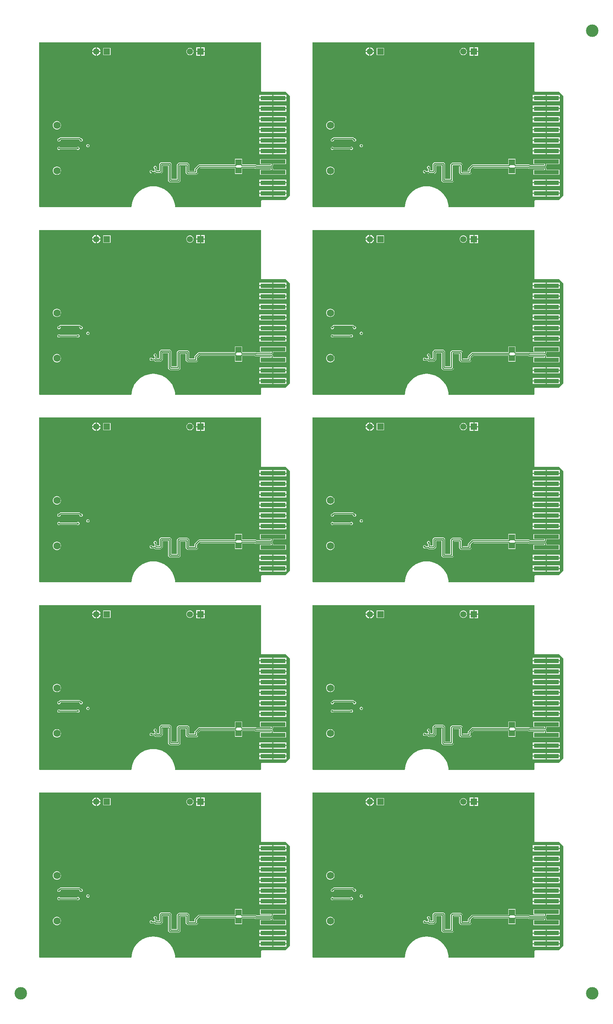
<source format=gbr>
%TF.GenerationSoftware,Altium Limited,Altium Designer,23.9.2 (47)*%
G04 Layer_Physical_Order=2*
G04 Layer_Color=16711680*
%FSLAX45Y45*%
%MOMM*%
%TF.SameCoordinates,AD479AB8-1AF9-481E-9C01-A3E3F564F201*%
%TF.FilePolarity,Positive*%
%TF.FileFunction,Copper,L2,Bot,Signal*%
%TF.Part,CustomerPanel*%
G01*
G75*
%TA.AperFunction,SMDPad,CuDef*%
%ADD10C,3.00000*%
%ADD11R,6.00000X1.00000*%
%ADD16R,1.50000X1.40000*%
%TA.AperFunction,Conductor*%
%ADD20C,0.25000*%
%ADD23C,0.24200*%
%TA.AperFunction,ComponentPad*%
%ADD25C,1.75000*%
%ADD26C,1.50000*%
%ADD27R,1.50000X1.50000*%
%TA.AperFunction,ViaPad*%
%ADD28C,0.50000*%
G36*
X19552969Y29355801D02*
X19554675Y29347217D01*
X19559538Y29339938D01*
X19566817Y29335077D01*
X19575400Y29333368D01*
X20150310D01*
X20251469Y29232208D01*
Y26837790D01*
X20143959Y26730280D01*
X19581750D01*
X19573166Y26728574D01*
X19565889Y26723712D01*
X19559538Y26717361D01*
X19554675Y26710083D01*
X19552969Y26701501D01*
Y26571091D01*
X19540709Y26558832D01*
X17491556D01*
X17488527Y26605035D01*
X17475108Y26672495D01*
X17453000Y26737625D01*
X17422578Y26799313D01*
X17384366Y26856503D01*
X17339015Y26908215D01*
X17287302Y26953568D01*
X17230113Y26991779D01*
X17168425Y27022198D01*
X17103294Y27044308D01*
X17035834Y27057727D01*
X16967200Y27062225D01*
X16898566Y27057727D01*
X16831107Y27044308D01*
X16765974Y27022198D01*
X16704288Y26991779D01*
X16647098Y26953568D01*
X16595386Y26908215D01*
X16550034Y26856503D01*
X16511823Y26799313D01*
X16481400Y26737625D01*
X16459291Y26672495D01*
X16445872Y26605035D01*
X16442844Y26558832D01*
X14237991D01*
X14225731Y26571091D01*
Y28911301D01*
Y30514468D01*
X19552969D01*
Y29355801D01*
D02*
G37*
G36*
X12982368D02*
X12984076Y29347217D01*
X12988939Y29339938D01*
X12996216Y29335077D01*
X13004800Y29333368D01*
X13579709D01*
X13680869Y29232208D01*
Y26837790D01*
X13573360Y26730280D01*
X13011150D01*
X13002567Y26728574D01*
X12995290Y26723712D01*
X12988939Y26717361D01*
X12984076Y26710083D01*
X12982368Y26701501D01*
Y26571091D01*
X12970110Y26558832D01*
X10920956D01*
X10917927Y26605035D01*
X10904509Y26672495D01*
X10882400Y26737625D01*
X10851978Y26799313D01*
X10813766Y26856503D01*
X10768415Y26908215D01*
X10716702Y26953568D01*
X10659513Y26991779D01*
X10597825Y27022198D01*
X10532694Y27044308D01*
X10465234Y27057727D01*
X10396600Y27062225D01*
X10327966Y27057727D01*
X10260506Y27044308D01*
X10195375Y27022198D01*
X10133687Y26991779D01*
X10076498Y26953568D01*
X10024785Y26908215D01*
X9979434Y26856503D01*
X9941222Y26799313D01*
X9910800Y26737625D01*
X9888691Y26672495D01*
X9875273Y26605035D01*
X9872244Y26558832D01*
X7667391D01*
X7655131Y26571091D01*
Y28911301D01*
Y30514468D01*
X12982368D01*
Y29355801D01*
D02*
G37*
G36*
X19552969Y24855299D02*
X19554675Y24846716D01*
X19559538Y24839439D01*
X19566817Y24834576D01*
X19575400Y24832869D01*
X20150310D01*
X20251469Y24731709D01*
Y22337291D01*
X20143959Y22229781D01*
X19581750D01*
X19573166Y22228075D01*
X19565889Y22223212D01*
X19559538Y22216861D01*
X19554675Y22209584D01*
X19552969Y22200999D01*
Y22070592D01*
X19540709Y22058331D01*
X17491556D01*
X17488527Y22104533D01*
X17475108Y22171994D01*
X17453000Y22237125D01*
X17422578Y22298813D01*
X17384366Y22356003D01*
X17339015Y22407715D01*
X17287302Y22453065D01*
X17230113Y22491278D01*
X17168425Y22521700D01*
X17103294Y22543810D01*
X17035834Y22557227D01*
X16967200Y22561726D01*
X16898566Y22557227D01*
X16831107Y22543810D01*
X16765974Y22521700D01*
X16704288Y22491278D01*
X16647098Y22453065D01*
X16595386Y22407715D01*
X16550034Y22356003D01*
X16511823Y22298813D01*
X16481400Y22237125D01*
X16459291Y22171994D01*
X16445872Y22104533D01*
X16442844Y22058331D01*
X14237991D01*
X14225731Y22070592D01*
Y24410800D01*
Y26013968D01*
X19552969D01*
Y24855299D01*
D02*
G37*
G36*
X12982368D02*
X12984076Y24846716D01*
X12988939Y24839439D01*
X12996216Y24834576D01*
X13004800Y24832869D01*
X13579709D01*
X13680869Y24731709D01*
Y22337291D01*
X13573360Y22229781D01*
X13011150D01*
X13002567Y22228075D01*
X12995290Y22223212D01*
X12988939Y22216861D01*
X12984076Y22209584D01*
X12982368Y22200999D01*
Y22070592D01*
X12970110Y22058331D01*
X10920956D01*
X10917927Y22104533D01*
X10904509Y22171994D01*
X10882400Y22237125D01*
X10851978Y22298813D01*
X10813766Y22356003D01*
X10768415Y22407715D01*
X10716702Y22453065D01*
X10659513Y22491278D01*
X10597825Y22521700D01*
X10532694Y22543810D01*
X10465234Y22557227D01*
X10396600Y22561726D01*
X10327966Y22557227D01*
X10260506Y22543810D01*
X10195375Y22521700D01*
X10133687Y22491278D01*
X10076498Y22453065D01*
X10024785Y22407715D01*
X9979434Y22356003D01*
X9941222Y22298813D01*
X9910800Y22237125D01*
X9888691Y22171994D01*
X9875273Y22104533D01*
X9872244Y22058331D01*
X7667391D01*
X7655131Y22070592D01*
Y24410800D01*
Y26013968D01*
X12982368D01*
Y24855299D01*
D02*
G37*
G36*
X19552969Y20354800D02*
X19554675Y20346216D01*
X19559538Y20338939D01*
X19566817Y20334076D01*
X19575400Y20332368D01*
X20150310D01*
X20251469Y20231209D01*
Y17836790D01*
X20143959Y17729282D01*
X19581750D01*
X19573166Y17727574D01*
X19565889Y17722711D01*
X19559538Y17716360D01*
X19554675Y17709084D01*
X19552969Y17700500D01*
Y17570091D01*
X19540709Y17557831D01*
X17491556D01*
X17488527Y17604034D01*
X17475108Y17671494D01*
X17453000Y17736626D01*
X17422578Y17798312D01*
X17384366Y17855502D01*
X17339015Y17907214D01*
X17287302Y17952567D01*
X17230113Y17990778D01*
X17168425Y18021201D01*
X17103294Y18043309D01*
X17035834Y18056728D01*
X16967200Y18061226D01*
X16898566Y18056728D01*
X16831107Y18043309D01*
X16765974Y18021201D01*
X16704288Y17990778D01*
X16647098Y17952567D01*
X16595386Y17907214D01*
X16550034Y17855502D01*
X16511823Y17798312D01*
X16481400Y17736626D01*
X16459291Y17671494D01*
X16445872Y17604034D01*
X16442844Y17557831D01*
X14237991D01*
X14225731Y17570091D01*
Y19910300D01*
Y21513469D01*
X19552969D01*
Y20354800D01*
D02*
G37*
G36*
X12982368D02*
X12984076Y20346216D01*
X12988939Y20338939D01*
X12996216Y20334076D01*
X13004800Y20332368D01*
X13579709D01*
X13680869Y20231209D01*
Y17836790D01*
X13573360Y17729282D01*
X13011150D01*
X13002567Y17727574D01*
X12995290Y17722711D01*
X12988939Y17716360D01*
X12984076Y17709084D01*
X12982368Y17700500D01*
Y17570091D01*
X12970110Y17557831D01*
X10920956D01*
X10917927Y17604034D01*
X10904509Y17671494D01*
X10882400Y17736626D01*
X10851978Y17798312D01*
X10813766Y17855502D01*
X10768415Y17907214D01*
X10716702Y17952567D01*
X10659513Y17990778D01*
X10597825Y18021201D01*
X10532694Y18043309D01*
X10465234Y18056728D01*
X10396600Y18061226D01*
X10327966Y18056728D01*
X10260506Y18043309D01*
X10195375Y18021201D01*
X10133687Y17990778D01*
X10076498Y17952567D01*
X10024785Y17907214D01*
X9979434Y17855502D01*
X9941222Y17798312D01*
X9910800Y17736626D01*
X9888691Y17671494D01*
X9875273Y17604034D01*
X9872244Y17557831D01*
X7667391D01*
X7655131Y17570091D01*
Y19910300D01*
Y21513469D01*
X12982368D01*
Y20354800D01*
D02*
G37*
G36*
X19552969Y15854300D02*
X19554675Y15845715D01*
X19559538Y15838438D01*
X19566817Y15833575D01*
X19575400Y15831870D01*
X20150310D01*
X20251469Y15730708D01*
Y13336292D01*
X20143959Y13228781D01*
X19581750D01*
X19573166Y13227074D01*
X19565889Y13222211D01*
X19559538Y13215862D01*
X19554675Y13208585D01*
X19552969Y13200000D01*
Y13069591D01*
X19540709Y13057330D01*
X17491556D01*
X17488527Y13103534D01*
X17475108Y13170995D01*
X17453000Y13236125D01*
X17422578Y13297813D01*
X17384366Y13355003D01*
X17339015Y13406715D01*
X17287302Y13452066D01*
X17230113Y13490279D01*
X17168425Y13520700D01*
X17103294Y13542809D01*
X17035834Y13556227D01*
X16967200Y13560725D01*
X16898566Y13556227D01*
X16831107Y13542809D01*
X16765974Y13520700D01*
X16704288Y13490279D01*
X16647098Y13452066D01*
X16595386Y13406715D01*
X16550034Y13355003D01*
X16511823Y13297813D01*
X16481400Y13236125D01*
X16459291Y13170995D01*
X16445872Y13103534D01*
X16442844Y13057330D01*
X14237991D01*
X14225731Y13069591D01*
Y15409801D01*
Y17012968D01*
X19552969D01*
Y15854300D01*
D02*
G37*
G36*
X12982368D02*
X12984076Y15845715D01*
X12988939Y15838438D01*
X12996216Y15833575D01*
X13004800Y15831870D01*
X13579709D01*
X13680869Y15730708D01*
Y13336292D01*
X13573360Y13228781D01*
X13011150D01*
X13002567Y13227074D01*
X12995290Y13222211D01*
X12988939Y13215862D01*
X12984076Y13208585D01*
X12982368Y13200000D01*
Y13069591D01*
X12970110Y13057330D01*
X10920956D01*
X10917927Y13103534D01*
X10904509Y13170995D01*
X10882400Y13236125D01*
X10851978Y13297813D01*
X10813766Y13355003D01*
X10768415Y13406715D01*
X10716702Y13452066D01*
X10659513Y13490279D01*
X10597825Y13520700D01*
X10532694Y13542809D01*
X10465234Y13556227D01*
X10396600Y13560725D01*
X10327966Y13556227D01*
X10260506Y13542809D01*
X10195375Y13520700D01*
X10133687Y13490279D01*
X10076498Y13452066D01*
X10024785Y13406715D01*
X9979434Y13355003D01*
X9941222Y13297813D01*
X9910800Y13236125D01*
X9888691Y13170995D01*
X9875273Y13103534D01*
X9872244Y13057330D01*
X7667391D01*
X7655131Y13069591D01*
Y15409801D01*
Y17012968D01*
X12982368D01*
Y15854300D01*
D02*
G37*
G36*
X19552969Y11353800D02*
X19554675Y11345216D01*
X19559538Y11337939D01*
X19566817Y11333076D01*
X19575400Y11331369D01*
X20150310D01*
X20251469Y11230209D01*
Y8835791D01*
X20143959Y8728281D01*
X19581750D01*
X19573166Y8726574D01*
X19565889Y8721711D01*
X19559538Y8715361D01*
X19554675Y8708084D01*
X19552969Y8699500D01*
Y8569091D01*
X19540709Y8556831D01*
X17491556D01*
X17488527Y8603034D01*
X17475108Y8670494D01*
X17453000Y8735625D01*
X17422578Y8797313D01*
X17384366Y8854502D01*
X17339015Y8906215D01*
X17287302Y8951566D01*
X17230113Y8989778D01*
X17168425Y9020200D01*
X17103294Y9042309D01*
X17035834Y9055727D01*
X16967200Y9060226D01*
X16898566Y9055727D01*
X16831107Y9042309D01*
X16765974Y9020200D01*
X16704288Y8989778D01*
X16647098Y8951566D01*
X16595386Y8906215D01*
X16550034Y8854502D01*
X16511823Y8797313D01*
X16481400Y8735625D01*
X16459291Y8670494D01*
X16445872Y8603034D01*
X16442844Y8556831D01*
X14237991D01*
X14225731Y8569091D01*
Y10909300D01*
Y12512469D01*
X19552969D01*
Y11353800D01*
D02*
G37*
G36*
X12982368D02*
X12984076Y11345216D01*
X12988939Y11337939D01*
X12996216Y11333076D01*
X13004800Y11331369D01*
X13579709D01*
X13680869Y11230209D01*
Y8835791D01*
X13573360Y8728281D01*
X13011150D01*
X13002567Y8726574D01*
X12995290Y8721711D01*
X12988939Y8715361D01*
X12984076Y8708084D01*
X12982368Y8699500D01*
Y8569091D01*
X12970110Y8556831D01*
X10920956D01*
X10917927Y8603034D01*
X10904509Y8670494D01*
X10882400Y8735625D01*
X10851978Y8797313D01*
X10813766Y8854502D01*
X10768415Y8906215D01*
X10716702Y8951566D01*
X10659513Y8989778D01*
X10597825Y9020200D01*
X10532694Y9042309D01*
X10465234Y9055727D01*
X10396600Y9060226D01*
X10327966Y9055727D01*
X10260506Y9042309D01*
X10195375Y9020200D01*
X10133687Y8989778D01*
X10076498Y8951566D01*
X10024785Y8906215D01*
X9979434Y8854502D01*
X9941222Y8797313D01*
X9910800Y8735625D01*
X9888691Y8670494D01*
X9875273Y8603034D01*
X9872244Y8556831D01*
X7667391D01*
X7655131Y8569091D01*
Y10909300D01*
Y12512469D01*
X12982368D01*
Y11353800D01*
D02*
G37*
%LPC*%
G36*
X18202600Y30395999D02*
X18114900D01*
Y30308301D01*
X18202600D01*
Y30395999D01*
D02*
G37*
G36*
X15611919D02*
X15611400D01*
Y30308301D01*
X15699100D01*
Y30308817D01*
X15692258Y30334354D01*
X15679041Y30357248D01*
X15660347Y30375940D01*
X15637453Y30389157D01*
X15611919Y30395999D01*
D02*
G37*
G36*
X15586000D02*
X15585481D01*
X15559947Y30389157D01*
X15537053Y30375940D01*
X15518359Y30357248D01*
X15505142Y30334354D01*
X15498300Y30308817D01*
Y30308301D01*
X15586000D01*
Y30395999D01*
D02*
G37*
G36*
X18089500D02*
X18001801D01*
Y30308301D01*
X18089500D01*
Y30395999D01*
D02*
G37*
G36*
X17859654Y30382599D02*
X17836746D01*
X17814619Y30376672D01*
X17794781Y30365216D01*
X17778583Y30349020D01*
X17767130Y30329181D01*
X17761200Y30307053D01*
Y30284146D01*
X17767130Y30262018D01*
X17778583Y30242181D01*
X17794781Y30225983D01*
X17814619Y30214529D01*
X17836746Y30208600D01*
X17859654D01*
X17881781Y30214529D01*
X17901619Y30225983D01*
X17917818Y30242181D01*
X17929271Y30262018D01*
X17935201Y30284146D01*
Y30307053D01*
X17929271Y30329181D01*
X17917818Y30349020D01*
X17901619Y30365216D01*
X17881781Y30376672D01*
X17859654Y30382599D01*
D02*
G37*
G36*
X15939700D02*
X15765700D01*
Y30208600D01*
X15939700D01*
Y30382599D01*
D02*
G37*
G36*
X18202600Y30282901D02*
X18114900D01*
Y30195200D01*
X18202600D01*
Y30282901D01*
D02*
G37*
G36*
X18089500D02*
X18001801D01*
Y30195200D01*
X18089500D01*
Y30282901D01*
D02*
G37*
G36*
X15699100D02*
X15611400D01*
Y30195200D01*
X15611919D01*
X15637453Y30202042D01*
X15660347Y30215259D01*
X15679041Y30233954D01*
X15692258Y30256848D01*
X15699100Y30282382D01*
Y30282901D01*
D02*
G37*
G36*
X15586000D02*
X15498300D01*
Y30282382D01*
X15505142Y30256848D01*
X15518359Y30233954D01*
X15537053Y30215259D01*
X15559947Y30202042D01*
X15585481Y30195200D01*
X15586000D01*
Y30282901D01*
D02*
G37*
G36*
X20167500Y29253400D02*
X19854800D01*
Y29190701D01*
X20167500D01*
Y29253400D01*
D02*
G37*
G36*
X19829401D02*
X19516701D01*
Y29190701D01*
X19829401D01*
Y29253400D01*
D02*
G37*
G36*
X20167500Y29165302D02*
X19854800D01*
Y29102600D01*
X20167500D01*
Y29165302D01*
D02*
G37*
G36*
X19829401D02*
X19516701D01*
Y29102600D01*
X19829401D01*
Y29165302D01*
D02*
G37*
G36*
X20167500Y28999399D02*
X19854800D01*
Y28936700D01*
X20167500D01*
Y28999399D01*
D02*
G37*
G36*
X19829401D02*
X19516701D01*
Y28936700D01*
X19829401D01*
Y28999399D01*
D02*
G37*
G36*
X20167500Y28911301D02*
X19854800D01*
Y28848599D01*
X20167500D01*
Y28911301D01*
D02*
G37*
G36*
X19829401D02*
X19516701D01*
Y28848599D01*
X19829401D01*
Y28911301D01*
D02*
G37*
G36*
X20167500Y28745401D02*
X19854800D01*
Y28682700D01*
X20167500D01*
Y28745401D01*
D02*
G37*
G36*
X19829401D02*
X19516701D01*
Y28682700D01*
X19829401D01*
Y28745401D01*
D02*
G37*
G36*
X20167500Y28657300D02*
X19854800D01*
Y28594601D01*
X20167500D01*
Y28657300D01*
D02*
G37*
G36*
X19829401D02*
X19516701D01*
Y28594601D01*
X19829401D01*
Y28657300D01*
D02*
G37*
G36*
X20167500Y28491400D02*
X19854800D01*
Y28428699D01*
X20167500D01*
Y28491400D01*
D02*
G37*
G36*
X19829401D02*
X19516701D01*
Y28428699D01*
X19829401D01*
Y28491400D01*
D02*
G37*
G36*
X14664099Y28625345D02*
X14637901D01*
X14612595Y28618564D01*
X14589906Y28605466D01*
X14571381Y28586938D01*
X14558281Y28564252D01*
X14551500Y28538943D01*
Y28512747D01*
X14558281Y28487439D01*
X14571381Y28464752D01*
X14589906Y28446225D01*
X14612595Y28433127D01*
X14637901Y28426346D01*
X14664099D01*
X14689404Y28433127D01*
X14712094Y28446225D01*
X14730620Y28464752D01*
X14743719Y28487439D01*
X14750500Y28512747D01*
Y28538943D01*
X14743719Y28564252D01*
X14730620Y28586938D01*
X14712094Y28605466D01*
X14689404Y28618564D01*
X14664099Y28625345D01*
D02*
G37*
G36*
X20167500Y28403299D02*
X19854800D01*
Y28340601D01*
X20167500D01*
Y28403299D01*
D02*
G37*
G36*
X19829401D02*
X19516701D01*
Y28340601D01*
X19829401D01*
Y28403299D01*
D02*
G37*
G36*
X20167500Y28237399D02*
X19854800D01*
Y28174701D01*
X20167500D01*
Y28237399D01*
D02*
G37*
G36*
X19829401D02*
X19516701D01*
Y28174701D01*
X19829401D01*
Y28237399D01*
D02*
G37*
G36*
X15191299Y28237781D02*
X14739301D01*
X14729739Y28235880D01*
X14721637Y28230463D01*
X14700273Y28209100D01*
X14691240D01*
X14677641Y28203467D01*
X14667233Y28193060D01*
X14661600Y28179459D01*
Y28164740D01*
X14667233Y28151141D01*
X14677641Y28140732D01*
X14691240Y28135101D01*
X14705960D01*
X14719559Y28140732D01*
X14729967Y28151141D01*
X14735600Y28164740D01*
Y28173773D01*
X14749648Y28187820D01*
X15180952D01*
X15195000Y28173773D01*
Y28164740D01*
X15200633Y28151141D01*
X15211041Y28140732D01*
X15224640Y28135101D01*
X15239360D01*
X15252959Y28140732D01*
X15263367Y28151141D01*
X15269000Y28164740D01*
Y28179459D01*
X15263367Y28193060D01*
X15252959Y28203467D01*
X15239360Y28209100D01*
X15230327D01*
X15208963Y28230463D01*
X15200861Y28235880D01*
X15191299Y28237781D01*
D02*
G37*
G36*
X20167500Y28149301D02*
X19854800D01*
Y28086600D01*
X20167500D01*
Y28149301D01*
D02*
G37*
G36*
X19829401D02*
X19516701D01*
Y28086600D01*
X19829401D01*
Y28149301D01*
D02*
G37*
G36*
X15404460Y28072000D02*
X15389740D01*
X15376141Y28066367D01*
X15365733Y28055960D01*
X15360100Y28042361D01*
Y28027640D01*
X15365733Y28014041D01*
X15376141Y28003632D01*
X15389740Y27998001D01*
X15404460D01*
X15418059Y28003632D01*
X15428467Y28014041D01*
X15434100Y28027640D01*
Y28042361D01*
X15428467Y28055960D01*
X15418059Y28066367D01*
X15404460Y28072000D01*
D02*
G37*
G36*
X15163161Y28008499D02*
X15148441D01*
X15134840Y28002866D01*
X15128455Y27996481D01*
X14725946D01*
X14719559Y28002866D01*
X14705960Y28008499D01*
X14691240D01*
X14677641Y28002866D01*
X14667233Y27992459D01*
X14661600Y27978860D01*
Y27964139D01*
X14667233Y27950540D01*
X14677641Y27940134D01*
X14691240Y27934500D01*
X14705960D01*
X14719559Y27940134D01*
X14725946Y27946521D01*
X15128455D01*
X15134840Y27940134D01*
X15148441Y27934500D01*
X15163161D01*
X15176759Y27940134D01*
X15187167Y27950540D01*
X15192799Y27964139D01*
Y27978860D01*
X15187167Y27992459D01*
X15176759Y28002866D01*
X15163161Y28008499D01*
D02*
G37*
G36*
X20167500Y27983401D02*
X19854800D01*
Y27920700D01*
X20167500D01*
Y27983401D01*
D02*
G37*
G36*
X19829401D02*
X19516701D01*
Y27920700D01*
X19829401D01*
Y27983401D01*
D02*
G37*
G36*
X20167500Y27895300D02*
X19854800D01*
Y27832599D01*
X20167500D01*
Y27895300D01*
D02*
G37*
G36*
X19829401D02*
X19516701D01*
Y27832599D01*
X19829401D01*
Y27895300D01*
D02*
G37*
G36*
X19103600Y27721701D02*
X18929601D01*
Y27584174D01*
X18929311Y27582721D01*
X18065379D01*
X18055977Y27580853D01*
X18048006Y27575525D01*
X17966211Y27493732D01*
X17960884Y27485760D01*
X17959013Y27476355D01*
Y27428943D01*
X17833157D01*
Y27579709D01*
X17831288Y27589114D01*
X17825961Y27597086D01*
X17804346Y27618701D01*
X17796375Y27624026D01*
X17786971Y27625897D01*
X17581401D01*
X17571999Y27624026D01*
X17564026Y27618701D01*
X17542410Y27597086D01*
X17537083Y27589114D01*
X17535213Y27579709D01*
Y27239752D01*
X17409358D01*
Y27593564D01*
X17407487Y27602969D01*
X17402161Y27610941D01*
X17380545Y27632556D01*
X17372572Y27637881D01*
X17363170Y27639752D01*
X17157600D01*
X17148196Y27637881D01*
X17140227Y27632556D01*
X17118610Y27610941D01*
X17113283Y27602969D01*
X17111414Y27593564D01*
Y27439752D01*
X17048441D01*
Y27499258D01*
X17050597Y27504465D01*
Y27519183D01*
X17044965Y27532782D01*
X17034555Y27543192D01*
X17020956Y27548822D01*
X17006236D01*
X16992638Y27543192D01*
X16982230Y27532782D01*
X16976598Y27519183D01*
Y27504465D01*
X16982230Y27490866D01*
X16992638Y27480457D01*
X16999297Y27477698D01*
Y27440103D01*
X16997945Y27429190D01*
X16987030Y27427835D01*
X16949434D01*
X16946677Y27434494D01*
X16936269Y27444904D01*
X16922668Y27450537D01*
X16907948D01*
X16894350Y27444904D01*
X16883942Y27434494D01*
X16878310Y27420895D01*
Y27406177D01*
X16883942Y27392578D01*
X16894350Y27382169D01*
X16907948Y27376535D01*
X16922668D01*
X16927875Y27378693D01*
X16987598D01*
X17005385Y27360904D01*
X17013356Y27355579D01*
X17022760Y27353708D01*
X17137093D01*
X17146497Y27355579D01*
X17154469Y27360904D01*
X17190260Y27396698D01*
X17195587Y27404669D01*
X17197456Y27414072D01*
Y27553708D01*
X17323312D01*
Y27199896D01*
X17325185Y27190494D01*
X17330510Y27182520D01*
X17352126Y27160904D01*
X17360098Y27155579D01*
X17369501Y27153708D01*
X17575070D01*
X17584473Y27155579D01*
X17592445Y27160904D01*
X17614061Y27182520D01*
X17619386Y27190494D01*
X17621259Y27199896D01*
Y27539853D01*
X17747115D01*
Y27389087D01*
X17748984Y27379684D01*
X17754311Y27371710D01*
X17775926Y27350095D01*
X17783897Y27344769D01*
X17793301Y27342899D01*
X17998871D01*
X18008273Y27344769D01*
X18016246Y27350095D01*
X18037862Y27371710D01*
X18043188Y27379684D01*
X18045058Y27389087D01*
Y27450894D01*
X18090843Y27496677D01*
X18929311D01*
X18929601Y27495224D01*
Y27357700D01*
X19103600D01*
Y27495224D01*
X19103889Y27496677D01*
X19403288D01*
X19408791Y27491174D01*
X19416762Y27485849D01*
X19426166Y27483978D01*
X19792128D01*
Y27462000D01*
X19530099D01*
Y27338000D01*
X20154100D01*
Y27462000D01*
X19841272D01*
Y27494373D01*
X19839401Y27503778D01*
X19834074Y27511749D01*
X19827496Y27518326D01*
X19820737Y27526999D01*
X19827496Y27535672D01*
X19834074Y27542252D01*
X19839401Y27550223D01*
X19841272Y27559625D01*
Y27592001D01*
X20154100D01*
Y27716000D01*
X19530099D01*
Y27592001D01*
X19792128D01*
Y27570023D01*
X19451628D01*
X19446124Y27575525D01*
X19438153Y27580853D01*
X19428751Y27582721D01*
X19103889D01*
X19103600Y27584174D01*
Y27721701D01*
D02*
G37*
G36*
X14664099Y27535645D02*
X14637901D01*
X14612595Y27528864D01*
X14589906Y27515765D01*
X14571381Y27497241D01*
X14558281Y27474551D01*
X14551500Y27449246D01*
Y27423047D01*
X14558281Y27397739D01*
X14571381Y27375052D01*
X14589906Y27356525D01*
X14612595Y27343427D01*
X14637901Y27336646D01*
X14664099D01*
X14689404Y27343427D01*
X14712094Y27356525D01*
X14730620Y27375052D01*
X14743719Y27397739D01*
X14750500Y27423047D01*
Y27449246D01*
X14743719Y27474551D01*
X14730620Y27497241D01*
X14712094Y27515765D01*
X14689404Y27528864D01*
X14664099Y27535645D01*
D02*
G37*
G36*
X20167500Y27221399D02*
X19854800D01*
Y27158701D01*
X20167500D01*
Y27221399D01*
D02*
G37*
G36*
X19829401D02*
X19516701D01*
Y27158701D01*
X19829401D01*
Y27221399D01*
D02*
G37*
G36*
X20167500Y27133301D02*
X19854800D01*
Y27070599D01*
X20167500D01*
Y27133301D01*
D02*
G37*
G36*
X19829401D02*
X19516701D01*
Y27070599D01*
X19829401D01*
Y27133301D01*
D02*
G37*
G36*
X20167500Y26967401D02*
X19854800D01*
Y26904700D01*
X20167500D01*
Y26967401D01*
D02*
G37*
G36*
X19829401D02*
X19516701D01*
Y26904700D01*
X19829401D01*
Y26967401D01*
D02*
G37*
G36*
X20167500Y26879300D02*
X19854800D01*
Y26816599D01*
X20167500D01*
Y26879300D01*
D02*
G37*
G36*
X19829401D02*
X19516701D01*
Y26816599D01*
X19829401D01*
Y26879300D01*
D02*
G37*
G36*
X11632000Y30395999D02*
X11544300D01*
Y30308301D01*
X11632000D01*
Y30395999D01*
D02*
G37*
G36*
X9041318D02*
X9040800D01*
Y30308301D01*
X9128500D01*
Y30308817D01*
X9121658Y30334354D01*
X9108440Y30357248D01*
X9089747Y30375940D01*
X9066853Y30389157D01*
X9041318Y30395999D01*
D02*
G37*
G36*
X9015400D02*
X9014882D01*
X8989347Y30389157D01*
X8966453Y30375940D01*
X8947760Y30357248D01*
X8934542Y30334354D01*
X8927700Y30308817D01*
Y30308301D01*
X9015400D01*
Y30395999D01*
D02*
G37*
G36*
X11518900D02*
X11431200D01*
Y30308301D01*
X11518900D01*
Y30395999D01*
D02*
G37*
G36*
X11289054Y30382599D02*
X11266146D01*
X11244019Y30376672D01*
X11224181Y30365216D01*
X11207983Y30349020D01*
X11196529Y30329181D01*
X11190600Y30307053D01*
Y30284146D01*
X11196529Y30262018D01*
X11207983Y30242181D01*
X11224181Y30225983D01*
X11244019Y30214529D01*
X11266146Y30208600D01*
X11289054D01*
X11311181Y30214529D01*
X11331019Y30225983D01*
X11347217Y30242181D01*
X11358671Y30262018D01*
X11364600Y30284146D01*
Y30307053D01*
X11358671Y30329181D01*
X11347217Y30349020D01*
X11331019Y30365216D01*
X11311181Y30376672D01*
X11289054Y30382599D01*
D02*
G37*
G36*
X9369100D02*
X9195100D01*
Y30208600D01*
X9369100D01*
Y30382599D01*
D02*
G37*
G36*
X11632000Y30282901D02*
X11544300D01*
Y30195200D01*
X11632000D01*
Y30282901D01*
D02*
G37*
G36*
X11518900D02*
X11431200D01*
Y30195200D01*
X11518900D01*
Y30282901D01*
D02*
G37*
G36*
X9128500D02*
X9040800D01*
Y30195200D01*
X9041318D01*
X9066853Y30202042D01*
X9089747Y30215259D01*
X9108440Y30233954D01*
X9121658Y30256848D01*
X9128500Y30282382D01*
Y30282901D01*
D02*
G37*
G36*
X9015400D02*
X8927700D01*
Y30282382D01*
X8934542Y30256848D01*
X8947760Y30233954D01*
X8966453Y30215259D01*
X8989347Y30202042D01*
X9014882Y30195200D01*
X9015400D01*
Y30282901D01*
D02*
G37*
G36*
X13596899Y29253400D02*
X13284200D01*
Y29190701D01*
X13596899D01*
Y29253400D01*
D02*
G37*
G36*
X13258800D02*
X12946100D01*
Y29190701D01*
X13258800D01*
Y29253400D01*
D02*
G37*
G36*
X13596899Y29165302D02*
X13284200D01*
Y29102600D01*
X13596899D01*
Y29165302D01*
D02*
G37*
G36*
X13258800D02*
X12946100D01*
Y29102600D01*
X13258800D01*
Y29165302D01*
D02*
G37*
G36*
X13596899Y28999399D02*
X13284200D01*
Y28936700D01*
X13596899D01*
Y28999399D01*
D02*
G37*
G36*
X13258800D02*
X12946100D01*
Y28936700D01*
X13258800D01*
Y28999399D01*
D02*
G37*
G36*
X13596899Y28911301D02*
X13284200D01*
Y28848599D01*
X13596899D01*
Y28911301D01*
D02*
G37*
G36*
X13258800D02*
X12946100D01*
Y28848599D01*
X13258800D01*
Y28911301D01*
D02*
G37*
G36*
X13596899Y28745401D02*
X13284200D01*
Y28682700D01*
X13596899D01*
Y28745401D01*
D02*
G37*
G36*
X13258800D02*
X12946100D01*
Y28682700D01*
X13258800D01*
Y28745401D01*
D02*
G37*
G36*
X13596899Y28657300D02*
X13284200D01*
Y28594601D01*
X13596899D01*
Y28657300D01*
D02*
G37*
G36*
X13258800D02*
X12946100D01*
Y28594601D01*
X13258800D01*
Y28657300D01*
D02*
G37*
G36*
X13596899Y28491400D02*
X13284200D01*
Y28428699D01*
X13596899D01*
Y28491400D01*
D02*
G37*
G36*
X13258800D02*
X12946100D01*
Y28428699D01*
X13258800D01*
Y28491400D01*
D02*
G37*
G36*
X8093499Y28625345D02*
X8067301D01*
X8041994Y28618564D01*
X8019306Y28605466D01*
X8000780Y28586938D01*
X7987681Y28564252D01*
X7980900Y28538943D01*
Y28512747D01*
X7987681Y28487439D01*
X8000780Y28464752D01*
X8019306Y28446225D01*
X8041994Y28433127D01*
X8067301Y28426346D01*
X8093499D01*
X8118805Y28433127D01*
X8141494Y28446225D01*
X8160019Y28464752D01*
X8173119Y28487439D01*
X8179900Y28512747D01*
Y28538943D01*
X8173119Y28564252D01*
X8160019Y28586938D01*
X8141494Y28605466D01*
X8118805Y28618564D01*
X8093499Y28625345D01*
D02*
G37*
G36*
X13596899Y28403299D02*
X13284200D01*
Y28340601D01*
X13596899D01*
Y28403299D01*
D02*
G37*
G36*
X13258800D02*
X12946100D01*
Y28340601D01*
X13258800D01*
Y28403299D01*
D02*
G37*
G36*
X13596899Y28237399D02*
X13284200D01*
Y28174701D01*
X13596899D01*
Y28237399D01*
D02*
G37*
G36*
X13258800D02*
X12946100D01*
Y28174701D01*
X13258800D01*
Y28237399D01*
D02*
G37*
G36*
X8620700Y28237781D02*
X8168700D01*
X8159140Y28235880D01*
X8151037Y28230463D01*
X8129673Y28209100D01*
X8120640D01*
X8107041Y28203467D01*
X8096633Y28193060D01*
X8091000Y28179459D01*
Y28164740D01*
X8096633Y28151141D01*
X8107041Y28140732D01*
X8120640Y28135101D01*
X8135360D01*
X8148959Y28140732D01*
X8159367Y28151141D01*
X8165000Y28164740D01*
Y28173773D01*
X8179047Y28187820D01*
X8610353D01*
X8624400Y28173773D01*
Y28164740D01*
X8630033Y28151141D01*
X8640441Y28140732D01*
X8654040Y28135101D01*
X8668760D01*
X8682359Y28140732D01*
X8692767Y28151141D01*
X8698400Y28164740D01*
Y28179459D01*
X8692767Y28193060D01*
X8682359Y28203467D01*
X8668760Y28209100D01*
X8659727D01*
X8638363Y28230463D01*
X8630260Y28235880D01*
X8620700Y28237781D01*
D02*
G37*
G36*
X13596899Y28149301D02*
X13284200D01*
Y28086600D01*
X13596899D01*
Y28149301D01*
D02*
G37*
G36*
X13258800D02*
X12946100D01*
Y28086600D01*
X13258800D01*
Y28149301D01*
D02*
G37*
G36*
X8833860Y28072000D02*
X8819140D01*
X8805541Y28066367D01*
X8795133Y28055960D01*
X8789500Y28042361D01*
Y28027640D01*
X8795133Y28014041D01*
X8805541Y28003632D01*
X8819140Y27998001D01*
X8833860D01*
X8847459Y28003632D01*
X8857867Y28014041D01*
X8863500Y28027640D01*
Y28042361D01*
X8857867Y28055960D01*
X8847459Y28066367D01*
X8833860Y28072000D01*
D02*
G37*
G36*
X8592560Y28008499D02*
X8577840D01*
X8564241Y28002866D01*
X8557854Y27996481D01*
X8155346D01*
X8148959Y28002866D01*
X8135360Y28008499D01*
X8120640D01*
X8107041Y28002866D01*
X8096633Y27992459D01*
X8091000Y27978860D01*
Y27964139D01*
X8096633Y27950540D01*
X8107041Y27940134D01*
X8120640Y27934500D01*
X8135360D01*
X8148959Y27940134D01*
X8155346Y27946521D01*
X8557854D01*
X8564241Y27940134D01*
X8577840Y27934500D01*
X8592560D01*
X8606159Y27940134D01*
X8616567Y27950540D01*
X8622200Y27964139D01*
Y27978860D01*
X8616567Y27992459D01*
X8606159Y28002866D01*
X8592560Y28008499D01*
D02*
G37*
G36*
X13596899Y27983401D02*
X13284200D01*
Y27920700D01*
X13596899D01*
Y27983401D01*
D02*
G37*
G36*
X13258800D02*
X12946100D01*
Y27920700D01*
X13258800D01*
Y27983401D01*
D02*
G37*
G36*
X13596899Y27895300D02*
X13284200D01*
Y27832599D01*
X13596899D01*
Y27895300D01*
D02*
G37*
G36*
X13258800D02*
X12946100D01*
Y27832599D01*
X13258800D01*
Y27895300D01*
D02*
G37*
G36*
X12533000Y27721701D02*
X12359000D01*
Y27584174D01*
X12358711Y27582721D01*
X11494780D01*
X11485377Y27580853D01*
X11477405Y27575525D01*
X11395611Y27493732D01*
X11390284Y27485760D01*
X11388414Y27476355D01*
Y27428943D01*
X11262558D01*
Y27579709D01*
X11260688Y27589114D01*
X11255361Y27597086D01*
X11233745Y27618701D01*
X11225774Y27624026D01*
X11216370Y27625897D01*
X11010801D01*
X11001398Y27624026D01*
X10993426Y27618701D01*
X10971810Y27597086D01*
X10966484Y27589114D01*
X10964613Y27579709D01*
Y27239752D01*
X10838758D01*
Y27593564D01*
X10836887Y27602969D01*
X10831561Y27610941D01*
X10809945Y27632556D01*
X10801973Y27637881D01*
X10792570Y27639752D01*
X10587001D01*
X10577597Y27637881D01*
X10569626Y27632556D01*
X10548010Y27610941D01*
X10542683Y27602969D01*
X10540813Y27593564D01*
Y27439752D01*
X10477840D01*
Y27499258D01*
X10479997Y27504465D01*
Y27519183D01*
X10474364Y27532782D01*
X10463955Y27543192D01*
X10450356Y27548822D01*
X10435637D01*
X10422038Y27543192D01*
X10411630Y27532782D01*
X10405997Y27519183D01*
Y27504465D01*
X10411630Y27490866D01*
X10422038Y27480457D01*
X10428696Y27477698D01*
Y27440103D01*
X10427344Y27429190D01*
X10416430Y27427835D01*
X10378834D01*
X10376076Y27434494D01*
X10365668Y27444904D01*
X10352068Y27450537D01*
X10337349D01*
X10323750Y27444904D01*
X10313342Y27434494D01*
X10307709Y27420895D01*
Y27406177D01*
X10313342Y27392578D01*
X10323750Y27382169D01*
X10337349Y27376535D01*
X10352068D01*
X10357274Y27378693D01*
X10416998D01*
X10434785Y27360904D01*
X10442756Y27355579D01*
X10452160Y27353708D01*
X10566493D01*
X10575897Y27355579D01*
X10583869Y27360904D01*
X10619660Y27396698D01*
X10624987Y27404669D01*
X10626857Y27414072D01*
Y27553708D01*
X10752713D01*
Y27199896D01*
X10754584Y27190494D01*
X10759910Y27182520D01*
X10781526Y27160904D01*
X10789498Y27155579D01*
X10798901Y27153708D01*
X11004470D01*
X11013873Y27155579D01*
X11021845Y27160904D01*
X11043461Y27182520D01*
X11048787Y27190494D01*
X11050658Y27199896D01*
Y27539853D01*
X11176514D01*
Y27389087D01*
X11178384Y27379684D01*
X11183711Y27371710D01*
X11205326Y27350095D01*
X11213298Y27344769D01*
X11222701Y27342899D01*
X11428271D01*
X11437674Y27344769D01*
X11445646Y27350095D01*
X11467261Y27371710D01*
X11472588Y27379684D01*
X11474458Y27389087D01*
Y27450894D01*
X11520243Y27496677D01*
X12358711D01*
X12359000Y27495224D01*
Y27357700D01*
X12533000D01*
Y27495224D01*
X12533289Y27496677D01*
X12832687D01*
X12838190Y27491174D01*
X12846162Y27485849D01*
X12855566Y27483978D01*
X13221529D01*
Y27462000D01*
X12959500D01*
Y27338000D01*
X13583501D01*
Y27462000D01*
X13270673D01*
Y27494373D01*
X13268802Y27503778D01*
X13263475Y27511749D01*
X13256897Y27518326D01*
X13250137Y27526999D01*
X13256897Y27535672D01*
X13263475Y27542252D01*
X13268802Y27550223D01*
X13270673Y27559625D01*
Y27592001D01*
X13583501D01*
Y27716000D01*
X12959500D01*
Y27592001D01*
X13221529D01*
Y27570023D01*
X12881029D01*
X12875525Y27575525D01*
X12867554Y27580853D01*
X12858150Y27582721D01*
X12533289D01*
X12533000Y27584174D01*
Y27721701D01*
D02*
G37*
G36*
X8093499Y27535645D02*
X8067301D01*
X8041994Y27528864D01*
X8019306Y27515765D01*
X8000780Y27497241D01*
X7987681Y27474551D01*
X7980900Y27449246D01*
Y27423047D01*
X7987681Y27397739D01*
X8000780Y27375052D01*
X8019306Y27356525D01*
X8041994Y27343427D01*
X8067301Y27336646D01*
X8093499D01*
X8118805Y27343427D01*
X8141494Y27356525D01*
X8160019Y27375052D01*
X8173119Y27397739D01*
X8179900Y27423047D01*
Y27449246D01*
X8173119Y27474551D01*
X8160019Y27497241D01*
X8141494Y27515765D01*
X8118805Y27528864D01*
X8093499Y27535645D01*
D02*
G37*
G36*
X13596899Y27221399D02*
X13284200D01*
Y27158701D01*
X13596899D01*
Y27221399D01*
D02*
G37*
G36*
X13258800D02*
X12946100D01*
Y27158701D01*
X13258800D01*
Y27221399D01*
D02*
G37*
G36*
X13596899Y27133301D02*
X13284200D01*
Y27070599D01*
X13596899D01*
Y27133301D01*
D02*
G37*
G36*
X13258800D02*
X12946100D01*
Y27070599D01*
X13258800D01*
Y27133301D01*
D02*
G37*
G36*
X13596899Y26967401D02*
X13284200D01*
Y26904700D01*
X13596899D01*
Y26967401D01*
D02*
G37*
G36*
X13258800D02*
X12946100D01*
Y26904700D01*
X13258800D01*
Y26967401D01*
D02*
G37*
G36*
X13596899Y26879300D02*
X13284200D01*
Y26816599D01*
X13596899D01*
Y26879300D01*
D02*
G37*
G36*
X13258800D02*
X12946100D01*
Y26816599D01*
X13258800D01*
Y26879300D01*
D02*
G37*
G36*
X18202600Y25895499D02*
X18114900D01*
Y25807800D01*
X18202600D01*
Y25895499D01*
D02*
G37*
G36*
X15611919D02*
X15611400D01*
Y25807800D01*
X15699100D01*
Y25808319D01*
X15692258Y25833853D01*
X15679041Y25856747D01*
X15660347Y25875439D01*
X15637453Y25888657D01*
X15611919Y25895499D01*
D02*
G37*
G36*
X15586000D02*
X15585481D01*
X15559947Y25888657D01*
X15537053Y25875439D01*
X15518359Y25856747D01*
X15505142Y25833853D01*
X15498300Y25808319D01*
Y25807800D01*
X15586000D01*
Y25895499D01*
D02*
G37*
G36*
X18089500D02*
X18001801D01*
Y25807800D01*
X18089500D01*
Y25895499D01*
D02*
G37*
G36*
X17859654Y25882101D02*
X17836746D01*
X17814619Y25876172D01*
X17794781Y25864716D01*
X17778583Y25848520D01*
X17767130Y25828680D01*
X17761200Y25806555D01*
Y25783646D01*
X17767130Y25761520D01*
X17778583Y25741681D01*
X17794781Y25725482D01*
X17814619Y25714029D01*
X17836746Y25708099D01*
X17859654D01*
X17881781Y25714029D01*
X17901619Y25725482D01*
X17917818Y25741681D01*
X17929271Y25761520D01*
X17935201Y25783646D01*
Y25806555D01*
X17929271Y25828680D01*
X17917818Y25848520D01*
X17901619Y25864716D01*
X17881781Y25876172D01*
X17859654Y25882101D01*
D02*
G37*
G36*
X15939700D02*
X15765700D01*
Y25708099D01*
X15939700D01*
Y25882101D01*
D02*
G37*
G36*
X18202600Y25782401D02*
X18114900D01*
Y25694699D01*
X18202600D01*
Y25782401D01*
D02*
G37*
G36*
X18089500D02*
X18001801D01*
Y25694699D01*
X18089500D01*
Y25782401D01*
D02*
G37*
G36*
X15699100D02*
X15611400D01*
Y25694699D01*
X15611919D01*
X15637453Y25701541D01*
X15660347Y25714761D01*
X15679041Y25733453D01*
X15692258Y25756348D01*
X15699100Y25781882D01*
Y25782401D01*
D02*
G37*
G36*
X15586000D02*
X15498300D01*
Y25781882D01*
X15505142Y25756348D01*
X15518359Y25733453D01*
X15537053Y25714761D01*
X15559947Y25701541D01*
X15585481Y25694699D01*
X15586000D01*
Y25782401D01*
D02*
G37*
G36*
X20167500Y24752901D02*
X19854800D01*
Y24690199D01*
X20167500D01*
Y24752901D01*
D02*
G37*
G36*
X19829401D02*
X19516701D01*
Y24690199D01*
X19829401D01*
Y24752901D01*
D02*
G37*
G36*
X20167500Y24664799D02*
X19854800D01*
Y24602100D01*
X20167500D01*
Y24664799D01*
D02*
G37*
G36*
X19829401D02*
X19516701D01*
Y24602100D01*
X19829401D01*
Y24664799D01*
D02*
G37*
G36*
X20167500Y24498900D02*
X19854800D01*
Y24436200D01*
X20167500D01*
Y24498900D01*
D02*
G37*
G36*
X19829401D02*
X19516701D01*
Y24436200D01*
X19829401D01*
Y24498900D01*
D02*
G37*
G36*
X20167500Y24410800D02*
X19854800D01*
Y24348100D01*
X20167500D01*
Y24410800D01*
D02*
G37*
G36*
X19829401D02*
X19516701D01*
Y24348100D01*
X19829401D01*
Y24410800D01*
D02*
G37*
G36*
X20167500Y24244901D02*
X19854800D01*
Y24182201D01*
X20167500D01*
Y24244901D01*
D02*
G37*
G36*
X19829401D02*
X19516701D01*
Y24182201D01*
X19829401D01*
Y24244901D01*
D02*
G37*
G36*
X20167500Y24156799D02*
X19854800D01*
Y24094099D01*
X20167500D01*
Y24156799D01*
D02*
G37*
G36*
X19829401D02*
X19516701D01*
Y24094099D01*
X19829401D01*
Y24156799D01*
D02*
G37*
G36*
X20167500Y23990900D02*
X19854800D01*
Y23928200D01*
X20167500D01*
Y23990900D01*
D02*
G37*
G36*
X19829401D02*
X19516701D01*
Y23928200D01*
X19829401D01*
Y23990900D01*
D02*
G37*
G36*
X14664099Y24124846D02*
X14637901D01*
X14612595Y24118065D01*
X14589906Y24104965D01*
X14571381Y24086440D01*
X14558281Y24063751D01*
X14551500Y24038445D01*
Y24012247D01*
X14558281Y23986940D01*
X14571381Y23964252D01*
X14589906Y23945726D01*
X14612595Y23932626D01*
X14637901Y23925845D01*
X14664099D01*
X14689404Y23932626D01*
X14712094Y23945726D01*
X14730620Y23964252D01*
X14743719Y23986940D01*
X14750500Y24012247D01*
Y24038445D01*
X14743719Y24063751D01*
X14730620Y24086440D01*
X14712094Y24104965D01*
X14689404Y24118065D01*
X14664099Y24124846D01*
D02*
G37*
G36*
X20167500Y23902800D02*
X19854800D01*
Y23840100D01*
X20167500D01*
Y23902800D01*
D02*
G37*
G36*
X19829401D02*
X19516701D01*
Y23840100D01*
X19829401D01*
Y23902800D01*
D02*
G37*
G36*
X20167500Y23736900D02*
X19854800D01*
Y23674200D01*
X20167500D01*
Y23736900D01*
D02*
G37*
G36*
X19829401D02*
X19516701D01*
Y23674200D01*
X19829401D01*
Y23736900D01*
D02*
G37*
G36*
X15191299Y23737280D02*
X14739301D01*
X14729739Y23735378D01*
X14721637Y23729964D01*
X14700273Y23708600D01*
X14691240D01*
X14677641Y23702966D01*
X14667233Y23692558D01*
X14661600Y23678960D01*
Y23664240D01*
X14667233Y23650641D01*
X14677641Y23640233D01*
X14691240Y23634599D01*
X14705960D01*
X14719559Y23640233D01*
X14729967Y23650641D01*
X14735600Y23664240D01*
Y23673273D01*
X14749648Y23687320D01*
X15180952D01*
X15195000Y23673273D01*
Y23664240D01*
X15200633Y23650641D01*
X15211041Y23640233D01*
X15224640Y23634599D01*
X15239360D01*
X15252959Y23640233D01*
X15263367Y23650641D01*
X15269000Y23664240D01*
Y23678960D01*
X15263367Y23692558D01*
X15252959Y23702966D01*
X15239360Y23708600D01*
X15230327D01*
X15208963Y23729964D01*
X15200861Y23735378D01*
X15191299Y23737280D01*
D02*
G37*
G36*
X20167500Y23648801D02*
X19854800D01*
Y23586099D01*
X20167500D01*
Y23648801D01*
D02*
G37*
G36*
X19829401D02*
X19516701D01*
Y23586099D01*
X19829401D01*
Y23648801D01*
D02*
G37*
G36*
X15404460Y23571500D02*
X15389740D01*
X15376141Y23565868D01*
X15365733Y23555460D01*
X15360100Y23541859D01*
Y23527139D01*
X15365733Y23513541D01*
X15376141Y23503133D01*
X15389740Y23497501D01*
X15404460D01*
X15418059Y23503133D01*
X15428467Y23513541D01*
X15434100Y23527139D01*
Y23541859D01*
X15428467Y23555460D01*
X15418059Y23565868D01*
X15404460Y23571500D01*
D02*
G37*
G36*
X15163161Y23508000D02*
X15148441D01*
X15134840Y23502367D01*
X15128455Y23495979D01*
X14725946D01*
X14719559Y23502367D01*
X14705960Y23508000D01*
X14691240D01*
X14677641Y23502367D01*
X14667233Y23491959D01*
X14661600Y23478360D01*
Y23463640D01*
X14667233Y23450041D01*
X14677641Y23439633D01*
X14691240Y23434000D01*
X14705960D01*
X14719559Y23439633D01*
X14725946Y23446021D01*
X15128455D01*
X15134840Y23439633D01*
X15148441Y23434000D01*
X15163161D01*
X15176759Y23439633D01*
X15187167Y23450041D01*
X15192799Y23463640D01*
Y23478360D01*
X15187167Y23491959D01*
X15176759Y23502367D01*
X15163161Y23508000D01*
D02*
G37*
G36*
X20167500Y23482899D02*
X19854800D01*
Y23420200D01*
X20167500D01*
Y23482899D01*
D02*
G37*
G36*
X19829401D02*
X19516701D01*
Y23420200D01*
X19829401D01*
Y23482899D01*
D02*
G37*
G36*
X20167500Y23394800D02*
X19854800D01*
Y23332100D01*
X20167500D01*
Y23394800D01*
D02*
G37*
G36*
X19829401D02*
X19516701D01*
Y23332100D01*
X19829401D01*
Y23394800D01*
D02*
G37*
G36*
X19103600Y23221201D02*
X18929601D01*
Y23083675D01*
X18929311Y23082222D01*
X18065379D01*
X18055977Y23080351D01*
X18048006Y23075024D01*
X17966211Y22993231D01*
X17960884Y22985258D01*
X17959013Y22975856D01*
Y22928442D01*
X17833157D01*
Y23079210D01*
X17831288Y23088612D01*
X17825961Y23096585D01*
X17804346Y23118201D01*
X17796375Y23123528D01*
X17786971Y23125397D01*
X17581401D01*
X17571999Y23123528D01*
X17564026Y23118201D01*
X17542410Y23096585D01*
X17537083Y23088612D01*
X17535213Y23079210D01*
Y22739253D01*
X17409358D01*
Y23093065D01*
X17407487Y23102467D01*
X17402161Y23110440D01*
X17380545Y23132056D01*
X17372572Y23137383D01*
X17363170Y23139253D01*
X17157600D01*
X17148196Y23137383D01*
X17140227Y23132056D01*
X17118610Y23110440D01*
X17113283Y23102467D01*
X17111414Y23093065D01*
Y22939253D01*
X17048441D01*
Y22998758D01*
X17050597Y23003964D01*
Y23018683D01*
X17044965Y23032281D01*
X17034555Y23042691D01*
X17020956Y23048323D01*
X17006236D01*
X16992638Y23042691D01*
X16982230Y23032281D01*
X16976598Y23018683D01*
Y23003964D01*
X16982230Y22990366D01*
X16992638Y22979958D01*
X16999297Y22977199D01*
Y22939603D01*
X16997945Y22928690D01*
X16987030Y22927336D01*
X16949434D01*
X16946677Y22933995D01*
X16936269Y22944403D01*
X16922668Y22950037D01*
X16907948D01*
X16894350Y22944403D01*
X16883942Y22933995D01*
X16878310Y22920395D01*
Y22905676D01*
X16883942Y22892078D01*
X16894350Y22881670D01*
X16907948Y22876036D01*
X16922668D01*
X16927875Y22878192D01*
X16987598D01*
X17005385Y22860405D01*
X17013356Y22855080D01*
X17022760Y22853207D01*
X17137093D01*
X17146497Y22855080D01*
X17154469Y22860405D01*
X17190260Y22896198D01*
X17195587Y22904169D01*
X17197456Y22913573D01*
Y23053207D01*
X17323312D01*
Y22699396D01*
X17325185Y22689993D01*
X17330510Y22682021D01*
X17352126Y22660405D01*
X17360098Y22655080D01*
X17369501Y22653207D01*
X17575070D01*
X17584473Y22655080D01*
X17592445Y22660405D01*
X17614061Y22682021D01*
X17619386Y22689993D01*
X17621259Y22699396D01*
Y23039352D01*
X17747115D01*
Y22888586D01*
X17748984Y22879182D01*
X17754311Y22871211D01*
X17775926Y22849596D01*
X17783897Y22844269D01*
X17793301Y22842398D01*
X17998871D01*
X18008273Y22844269D01*
X18016246Y22849596D01*
X18037862Y22871211D01*
X18043188Y22879182D01*
X18045058Y22888586D01*
Y22950394D01*
X18090843Y22996178D01*
X18929311D01*
X18929601Y22994725D01*
Y22857201D01*
X19103600D01*
Y22994725D01*
X19103889Y22996178D01*
X19403288D01*
X19408791Y22990675D01*
X19416762Y22985349D01*
X19426166Y22983478D01*
X19792128D01*
Y22961501D01*
X19530099D01*
Y22837500D01*
X20154100D01*
Y22961501D01*
X19841272D01*
Y22993874D01*
X19839401Y23003278D01*
X19834074Y23011249D01*
X19827496Y23017827D01*
X19820737Y23026500D01*
X19827496Y23035173D01*
X19834074Y23041751D01*
X19839401Y23049722D01*
X19841272Y23059126D01*
Y23091499D01*
X20154100D01*
Y23215500D01*
X19530099D01*
Y23091499D01*
X19792128D01*
Y23069522D01*
X19451628D01*
X19446124Y23075024D01*
X19438153Y23080351D01*
X19428751Y23082222D01*
X19103889D01*
X19103600Y23083675D01*
Y23221201D01*
D02*
G37*
G36*
X14664099Y23035146D02*
X14637901D01*
X14612595Y23028365D01*
X14589906Y23015265D01*
X14571381Y22996741D01*
X14558281Y22974051D01*
X14551500Y22948746D01*
Y22922546D01*
X14558281Y22897240D01*
X14571381Y22874551D01*
X14589906Y22856026D01*
X14612595Y22842926D01*
X14637901Y22836147D01*
X14664099D01*
X14689404Y22842926D01*
X14712094Y22856026D01*
X14730620Y22874551D01*
X14743719Y22897240D01*
X14750500Y22922546D01*
Y22948746D01*
X14743719Y22974051D01*
X14730620Y22996741D01*
X14712094Y23015265D01*
X14689404Y23028365D01*
X14664099Y23035146D01*
D02*
G37*
G36*
X20167500Y22720900D02*
X19854800D01*
Y22658200D01*
X20167500D01*
Y22720900D01*
D02*
G37*
G36*
X19829401D02*
X19516701D01*
Y22658200D01*
X19829401D01*
Y22720900D01*
D02*
G37*
G36*
X20167500Y22632800D02*
X19854800D01*
Y22570100D01*
X20167500D01*
Y22632800D01*
D02*
G37*
G36*
X19829401D02*
X19516701D01*
Y22570100D01*
X19829401D01*
Y22632800D01*
D02*
G37*
G36*
X20167500Y22466901D02*
X19854800D01*
Y22404201D01*
X20167500D01*
Y22466901D01*
D02*
G37*
G36*
X19829401D02*
X19516701D01*
Y22404201D01*
X19829401D01*
Y22466901D01*
D02*
G37*
G36*
X20167500Y22378799D02*
X19854800D01*
Y22316100D01*
X20167500D01*
Y22378799D01*
D02*
G37*
G36*
X19829401D02*
X19516701D01*
Y22316100D01*
X19829401D01*
Y22378799D01*
D02*
G37*
G36*
X11632000Y25895499D02*
X11544300D01*
Y25807800D01*
X11632000D01*
Y25895499D01*
D02*
G37*
G36*
X9041318D02*
X9040800D01*
Y25807800D01*
X9128500D01*
Y25808319D01*
X9121658Y25833853D01*
X9108440Y25856747D01*
X9089747Y25875439D01*
X9066853Y25888657D01*
X9041318Y25895499D01*
D02*
G37*
G36*
X9015400D02*
X9014882D01*
X8989347Y25888657D01*
X8966453Y25875439D01*
X8947760Y25856747D01*
X8934542Y25833853D01*
X8927700Y25808319D01*
Y25807800D01*
X9015400D01*
Y25895499D01*
D02*
G37*
G36*
X11518900D02*
X11431200D01*
Y25807800D01*
X11518900D01*
Y25895499D01*
D02*
G37*
G36*
X11289054Y25882101D02*
X11266146D01*
X11244019Y25876172D01*
X11224181Y25864716D01*
X11207983Y25848520D01*
X11196529Y25828680D01*
X11190600Y25806555D01*
Y25783646D01*
X11196529Y25761520D01*
X11207983Y25741681D01*
X11224181Y25725482D01*
X11244019Y25714029D01*
X11266146Y25708099D01*
X11289054D01*
X11311181Y25714029D01*
X11331019Y25725482D01*
X11347217Y25741681D01*
X11358671Y25761520D01*
X11364600Y25783646D01*
Y25806555D01*
X11358671Y25828680D01*
X11347217Y25848520D01*
X11331019Y25864716D01*
X11311181Y25876172D01*
X11289054Y25882101D01*
D02*
G37*
G36*
X9369100D02*
X9195100D01*
Y25708099D01*
X9369100D01*
Y25882101D01*
D02*
G37*
G36*
X11632000Y25782401D02*
X11544300D01*
Y25694699D01*
X11632000D01*
Y25782401D01*
D02*
G37*
G36*
X11518900D02*
X11431200D01*
Y25694699D01*
X11518900D01*
Y25782401D01*
D02*
G37*
G36*
X9128500D02*
X9040800D01*
Y25694699D01*
X9041318D01*
X9066853Y25701541D01*
X9089747Y25714761D01*
X9108440Y25733453D01*
X9121658Y25756348D01*
X9128500Y25781882D01*
Y25782401D01*
D02*
G37*
G36*
X9015400D02*
X8927700D01*
Y25781882D01*
X8934542Y25756348D01*
X8947760Y25733453D01*
X8966453Y25714761D01*
X8989347Y25701541D01*
X9014882Y25694699D01*
X9015400D01*
Y25782401D01*
D02*
G37*
G36*
X13596899Y24752901D02*
X13284200D01*
Y24690199D01*
X13596899D01*
Y24752901D01*
D02*
G37*
G36*
X13258800D02*
X12946100D01*
Y24690199D01*
X13258800D01*
Y24752901D01*
D02*
G37*
G36*
X13596899Y24664799D02*
X13284200D01*
Y24602100D01*
X13596899D01*
Y24664799D01*
D02*
G37*
G36*
X13258800D02*
X12946100D01*
Y24602100D01*
X13258800D01*
Y24664799D01*
D02*
G37*
G36*
X13596899Y24498900D02*
X13284200D01*
Y24436200D01*
X13596899D01*
Y24498900D01*
D02*
G37*
G36*
X13258800D02*
X12946100D01*
Y24436200D01*
X13258800D01*
Y24498900D01*
D02*
G37*
G36*
X13596899Y24410800D02*
X13284200D01*
Y24348100D01*
X13596899D01*
Y24410800D01*
D02*
G37*
G36*
X13258800D02*
X12946100D01*
Y24348100D01*
X13258800D01*
Y24410800D01*
D02*
G37*
G36*
X13596899Y24244901D02*
X13284200D01*
Y24182201D01*
X13596899D01*
Y24244901D01*
D02*
G37*
G36*
X13258800D02*
X12946100D01*
Y24182201D01*
X13258800D01*
Y24244901D01*
D02*
G37*
G36*
X13596899Y24156799D02*
X13284200D01*
Y24094099D01*
X13596899D01*
Y24156799D01*
D02*
G37*
G36*
X13258800D02*
X12946100D01*
Y24094099D01*
X13258800D01*
Y24156799D01*
D02*
G37*
G36*
X13596899Y23990900D02*
X13284200D01*
Y23928200D01*
X13596899D01*
Y23990900D01*
D02*
G37*
G36*
X13258800D02*
X12946100D01*
Y23928200D01*
X13258800D01*
Y23990900D01*
D02*
G37*
G36*
X8093499Y24124846D02*
X8067301D01*
X8041994Y24118065D01*
X8019306Y24104965D01*
X8000780Y24086440D01*
X7987681Y24063751D01*
X7980900Y24038445D01*
Y24012247D01*
X7987681Y23986940D01*
X8000780Y23964252D01*
X8019306Y23945726D01*
X8041994Y23932626D01*
X8067301Y23925845D01*
X8093499D01*
X8118805Y23932626D01*
X8141494Y23945726D01*
X8160019Y23964252D01*
X8173119Y23986940D01*
X8179900Y24012247D01*
Y24038445D01*
X8173119Y24063751D01*
X8160019Y24086440D01*
X8141494Y24104965D01*
X8118805Y24118065D01*
X8093499Y24124846D01*
D02*
G37*
G36*
X13596899Y23902800D02*
X13284200D01*
Y23840100D01*
X13596899D01*
Y23902800D01*
D02*
G37*
G36*
X13258800D02*
X12946100D01*
Y23840100D01*
X13258800D01*
Y23902800D01*
D02*
G37*
G36*
X13596899Y23736900D02*
X13284200D01*
Y23674200D01*
X13596899D01*
Y23736900D01*
D02*
G37*
G36*
X13258800D02*
X12946100D01*
Y23674200D01*
X13258800D01*
Y23736900D01*
D02*
G37*
G36*
X8620700Y23737280D02*
X8168700D01*
X8159140Y23735378D01*
X8151037Y23729964D01*
X8129673Y23708600D01*
X8120640D01*
X8107041Y23702966D01*
X8096633Y23692558D01*
X8091000Y23678960D01*
Y23664240D01*
X8096633Y23650641D01*
X8107041Y23640233D01*
X8120640Y23634599D01*
X8135360D01*
X8148959Y23640233D01*
X8159367Y23650641D01*
X8165000Y23664240D01*
Y23673273D01*
X8179047Y23687320D01*
X8610353D01*
X8624400Y23673273D01*
Y23664240D01*
X8630033Y23650641D01*
X8640441Y23640233D01*
X8654040Y23634599D01*
X8668760D01*
X8682359Y23640233D01*
X8692767Y23650641D01*
X8698400Y23664240D01*
Y23678960D01*
X8692767Y23692558D01*
X8682359Y23702966D01*
X8668760Y23708600D01*
X8659727D01*
X8638363Y23729964D01*
X8630260Y23735378D01*
X8620700Y23737280D01*
D02*
G37*
G36*
X13596899Y23648801D02*
X13284200D01*
Y23586099D01*
X13596899D01*
Y23648801D01*
D02*
G37*
G36*
X13258800D02*
X12946100D01*
Y23586099D01*
X13258800D01*
Y23648801D01*
D02*
G37*
G36*
X8833860Y23571500D02*
X8819140D01*
X8805541Y23565868D01*
X8795133Y23555460D01*
X8789500Y23541859D01*
Y23527139D01*
X8795133Y23513541D01*
X8805541Y23503133D01*
X8819140Y23497501D01*
X8833860D01*
X8847459Y23503133D01*
X8857867Y23513541D01*
X8863500Y23527139D01*
Y23541859D01*
X8857867Y23555460D01*
X8847459Y23565868D01*
X8833860Y23571500D01*
D02*
G37*
G36*
X8592560Y23508000D02*
X8577840D01*
X8564241Y23502367D01*
X8557854Y23495979D01*
X8155346D01*
X8148959Y23502367D01*
X8135360Y23508000D01*
X8120640D01*
X8107041Y23502367D01*
X8096633Y23491959D01*
X8091000Y23478360D01*
Y23463640D01*
X8096633Y23450041D01*
X8107041Y23439633D01*
X8120640Y23434000D01*
X8135360D01*
X8148959Y23439633D01*
X8155346Y23446021D01*
X8557854D01*
X8564241Y23439633D01*
X8577840Y23434000D01*
X8592560D01*
X8606159Y23439633D01*
X8616567Y23450041D01*
X8622200Y23463640D01*
Y23478360D01*
X8616567Y23491959D01*
X8606159Y23502367D01*
X8592560Y23508000D01*
D02*
G37*
G36*
X13596899Y23482899D02*
X13284200D01*
Y23420200D01*
X13596899D01*
Y23482899D01*
D02*
G37*
G36*
X13258800D02*
X12946100D01*
Y23420200D01*
X13258800D01*
Y23482899D01*
D02*
G37*
G36*
X13596899Y23394800D02*
X13284200D01*
Y23332100D01*
X13596899D01*
Y23394800D01*
D02*
G37*
G36*
X13258800D02*
X12946100D01*
Y23332100D01*
X13258800D01*
Y23394800D01*
D02*
G37*
G36*
X12533000Y23221201D02*
X12359000D01*
Y23083675D01*
X12358711Y23082222D01*
X11494780D01*
X11485377Y23080351D01*
X11477405Y23075024D01*
X11395611Y22993231D01*
X11390284Y22985258D01*
X11388414Y22975856D01*
Y22928442D01*
X11262558D01*
Y23079210D01*
X11260688Y23088612D01*
X11255361Y23096585D01*
X11233745Y23118201D01*
X11225774Y23123528D01*
X11216370Y23125397D01*
X11010801D01*
X11001398Y23123528D01*
X10993426Y23118201D01*
X10971810Y23096585D01*
X10966484Y23088612D01*
X10964613Y23079210D01*
Y22739253D01*
X10838758D01*
Y23093065D01*
X10836887Y23102467D01*
X10831561Y23110440D01*
X10809945Y23132056D01*
X10801973Y23137383D01*
X10792570Y23139253D01*
X10587001D01*
X10577597Y23137383D01*
X10569626Y23132056D01*
X10548010Y23110440D01*
X10542683Y23102467D01*
X10540813Y23093065D01*
Y22939253D01*
X10477840D01*
Y22998758D01*
X10479997Y23003964D01*
Y23018683D01*
X10474364Y23032281D01*
X10463955Y23042691D01*
X10450356Y23048323D01*
X10435637D01*
X10422038Y23042691D01*
X10411630Y23032281D01*
X10405997Y23018683D01*
Y23003964D01*
X10411630Y22990366D01*
X10422038Y22979958D01*
X10428696Y22977199D01*
Y22939603D01*
X10427344Y22928690D01*
X10416430Y22927336D01*
X10378834D01*
X10376076Y22933995D01*
X10365668Y22944403D01*
X10352068Y22950037D01*
X10337349D01*
X10323750Y22944403D01*
X10313342Y22933995D01*
X10307709Y22920395D01*
Y22905676D01*
X10313342Y22892078D01*
X10323750Y22881670D01*
X10337349Y22876036D01*
X10352068D01*
X10357274Y22878192D01*
X10416998D01*
X10434785Y22860405D01*
X10442756Y22855080D01*
X10452160Y22853207D01*
X10566493D01*
X10575897Y22855080D01*
X10583869Y22860405D01*
X10619660Y22896198D01*
X10624987Y22904169D01*
X10626857Y22913573D01*
Y23053207D01*
X10752713D01*
Y22699396D01*
X10754584Y22689993D01*
X10759910Y22682021D01*
X10781526Y22660405D01*
X10789498Y22655080D01*
X10798901Y22653207D01*
X11004470D01*
X11013873Y22655080D01*
X11021845Y22660405D01*
X11043461Y22682021D01*
X11048787Y22689993D01*
X11050658Y22699396D01*
Y23039352D01*
X11176514D01*
Y22888586D01*
X11178384Y22879182D01*
X11183711Y22871211D01*
X11205326Y22849596D01*
X11213298Y22844269D01*
X11222701Y22842398D01*
X11428271D01*
X11437674Y22844269D01*
X11445646Y22849596D01*
X11467261Y22871211D01*
X11472588Y22879182D01*
X11474458Y22888586D01*
Y22950394D01*
X11520243Y22996178D01*
X12358711D01*
X12359000Y22994725D01*
Y22857201D01*
X12533000D01*
Y22994725D01*
X12533289Y22996178D01*
X12832687D01*
X12838190Y22990675D01*
X12846162Y22985349D01*
X12855566Y22983478D01*
X13221529D01*
Y22961501D01*
X12959500D01*
Y22837500D01*
X13583501D01*
Y22961501D01*
X13270673D01*
Y22993874D01*
X13268802Y23003278D01*
X13263475Y23011249D01*
X13256897Y23017827D01*
X13250137Y23026500D01*
X13256897Y23035173D01*
X13263475Y23041751D01*
X13268802Y23049722D01*
X13270673Y23059126D01*
Y23091499D01*
X13583501D01*
Y23215500D01*
X12959500D01*
Y23091499D01*
X13221529D01*
Y23069522D01*
X12881029D01*
X12875525Y23075024D01*
X12867554Y23080351D01*
X12858150Y23082222D01*
X12533289D01*
X12533000Y23083675D01*
Y23221201D01*
D02*
G37*
G36*
X8093499Y23035146D02*
X8067301D01*
X8041994Y23028365D01*
X8019306Y23015265D01*
X8000780Y22996741D01*
X7987681Y22974051D01*
X7980900Y22948746D01*
Y22922546D01*
X7987681Y22897240D01*
X8000780Y22874551D01*
X8019306Y22856026D01*
X8041994Y22842926D01*
X8067301Y22836147D01*
X8093499D01*
X8118805Y22842926D01*
X8141494Y22856026D01*
X8160019Y22874551D01*
X8173119Y22897240D01*
X8179900Y22922546D01*
Y22948746D01*
X8173119Y22974051D01*
X8160019Y22996741D01*
X8141494Y23015265D01*
X8118805Y23028365D01*
X8093499Y23035146D01*
D02*
G37*
G36*
X13596899Y22720900D02*
X13284200D01*
Y22658200D01*
X13596899D01*
Y22720900D01*
D02*
G37*
G36*
X13258800D02*
X12946100D01*
Y22658200D01*
X13258800D01*
Y22720900D01*
D02*
G37*
G36*
X13596899Y22632800D02*
X13284200D01*
Y22570100D01*
X13596899D01*
Y22632800D01*
D02*
G37*
G36*
X13258800D02*
X12946100D01*
Y22570100D01*
X13258800D01*
Y22632800D01*
D02*
G37*
G36*
X13596899Y22466901D02*
X13284200D01*
Y22404201D01*
X13596899D01*
Y22466901D01*
D02*
G37*
G36*
X13258800D02*
X12946100D01*
Y22404201D01*
X13258800D01*
Y22466901D01*
D02*
G37*
G36*
X13596899Y22378799D02*
X13284200D01*
Y22316100D01*
X13596899D01*
Y22378799D01*
D02*
G37*
G36*
X13258800D02*
X12946100D01*
Y22316100D01*
X13258800D01*
Y22378799D01*
D02*
G37*
G36*
X18202600Y21395000D02*
X18114900D01*
Y21307300D01*
X18202600D01*
Y21395000D01*
D02*
G37*
G36*
X15611919D02*
X15611400D01*
Y21307300D01*
X15699100D01*
Y21307819D01*
X15692258Y21333353D01*
X15679041Y21356247D01*
X15660347Y21374940D01*
X15637453Y21388158D01*
X15611919Y21395000D01*
D02*
G37*
G36*
X15586000D02*
X15585481D01*
X15559947Y21388158D01*
X15537053Y21374940D01*
X15518359Y21356247D01*
X15505142Y21333353D01*
X15498300Y21307819D01*
Y21307300D01*
X15586000D01*
Y21395000D01*
D02*
G37*
G36*
X18089500D02*
X18001801D01*
Y21307300D01*
X18089500D01*
Y21395000D01*
D02*
G37*
G36*
X17859654Y21381599D02*
X17836746D01*
X17814619Y21375671D01*
X17794781Y21364217D01*
X17778583Y21348019D01*
X17767130Y21328181D01*
X17761200Y21306055D01*
Y21283147D01*
X17767130Y21261018D01*
X17778583Y21241180D01*
X17794781Y21224983D01*
X17814619Y21213528D01*
X17836746Y21207600D01*
X17859654D01*
X17881781Y21213528D01*
X17901619Y21224983D01*
X17917818Y21241180D01*
X17929271Y21261018D01*
X17935201Y21283147D01*
Y21306055D01*
X17929271Y21328181D01*
X17917818Y21348019D01*
X17901619Y21364217D01*
X17881781Y21375671D01*
X17859654Y21381599D01*
D02*
G37*
G36*
X15939700D02*
X15765700D01*
Y21207600D01*
X15939700D01*
Y21381599D01*
D02*
G37*
G36*
X18202600Y21281900D02*
X18114900D01*
Y21194200D01*
X18202600D01*
Y21281900D01*
D02*
G37*
G36*
X18089500D02*
X18001801D01*
Y21194200D01*
X18089500D01*
Y21281900D01*
D02*
G37*
G36*
X15699100D02*
X15611400D01*
Y21194200D01*
X15611919D01*
X15637453Y21201042D01*
X15660347Y21214259D01*
X15679041Y21232953D01*
X15692258Y21255847D01*
X15699100Y21281383D01*
Y21281900D01*
D02*
G37*
G36*
X15586000D02*
X15498300D01*
Y21281383D01*
X15505142Y21255847D01*
X15518359Y21232953D01*
X15537053Y21214259D01*
X15559947Y21201042D01*
X15585481Y21194200D01*
X15586000D01*
Y21281900D01*
D02*
G37*
G36*
X20167500Y20252400D02*
X19854800D01*
Y20189700D01*
X20167500D01*
Y20252400D01*
D02*
G37*
G36*
X19829401D02*
X19516701D01*
Y20189700D01*
X19829401D01*
Y20252400D01*
D02*
G37*
G36*
X20167500Y20164301D02*
X19854800D01*
Y20101601D01*
X20167500D01*
Y20164301D01*
D02*
G37*
G36*
X19829401D02*
X19516701D01*
Y20101601D01*
X19829401D01*
Y20164301D01*
D02*
G37*
G36*
X20167500Y19998399D02*
X19854800D01*
Y19935699D01*
X20167500D01*
Y19998399D01*
D02*
G37*
G36*
X19829401D02*
X19516701D01*
Y19935699D01*
X19829401D01*
Y19998399D01*
D02*
G37*
G36*
X20167500Y19910300D02*
X19854800D01*
Y19847600D01*
X20167500D01*
Y19910300D01*
D02*
G37*
G36*
X19829401D02*
X19516701D01*
Y19847600D01*
X19829401D01*
Y19910300D01*
D02*
G37*
G36*
X20167500Y19744400D02*
X19854800D01*
Y19681700D01*
X20167500D01*
Y19744400D01*
D02*
G37*
G36*
X19829401D02*
X19516701D01*
Y19681700D01*
X19829401D01*
Y19744400D01*
D02*
G37*
G36*
X20167500Y19656300D02*
X19854800D01*
Y19593600D01*
X20167500D01*
Y19656300D01*
D02*
G37*
G36*
X19829401D02*
X19516701D01*
Y19593600D01*
X19829401D01*
Y19656300D01*
D02*
G37*
G36*
X20167500Y19490401D02*
X19854800D01*
Y19427699D01*
X20167500D01*
Y19490401D01*
D02*
G37*
G36*
X19829401D02*
X19516701D01*
Y19427699D01*
X19829401D01*
Y19490401D01*
D02*
G37*
G36*
X14664099Y19624345D02*
X14637901D01*
X14612595Y19617564D01*
X14589906Y19604465D01*
X14571381Y19585941D01*
X14558281Y19563251D01*
X14551500Y19537946D01*
Y19511746D01*
X14558281Y19486440D01*
X14571381Y19463751D01*
X14589906Y19445226D01*
X14612595Y19432126D01*
X14637901Y19425346D01*
X14664099D01*
X14689404Y19432126D01*
X14712094Y19445226D01*
X14730620Y19463751D01*
X14743719Y19486440D01*
X14750500Y19511746D01*
Y19537946D01*
X14743719Y19563251D01*
X14730620Y19585941D01*
X14712094Y19604465D01*
X14689404Y19617564D01*
X14664099Y19624345D01*
D02*
G37*
G36*
X20167500Y19402299D02*
X19854800D01*
Y19339600D01*
X20167500D01*
Y19402299D01*
D02*
G37*
G36*
X19829401D02*
X19516701D01*
Y19339600D01*
X19829401D01*
Y19402299D01*
D02*
G37*
G36*
X20167500Y19236400D02*
X19854800D01*
Y19173700D01*
X20167500D01*
Y19236400D01*
D02*
G37*
G36*
X19829401D02*
X19516701D01*
Y19173700D01*
X19829401D01*
Y19236400D01*
D02*
G37*
G36*
X15191299Y19236780D02*
X14739301D01*
X14729739Y19234879D01*
X14721637Y19229463D01*
X14700273Y19208099D01*
X14691240D01*
X14677641Y19202467D01*
X14667233Y19192059D01*
X14661600Y19178461D01*
Y19163741D01*
X14667233Y19150140D01*
X14677641Y19139732D01*
X14691240Y19134100D01*
X14705960D01*
X14719559Y19139732D01*
X14729967Y19150140D01*
X14735600Y19163741D01*
Y19172774D01*
X14749648Y19186819D01*
X15180952D01*
X15195000Y19172774D01*
Y19163741D01*
X15200633Y19150140D01*
X15211041Y19139732D01*
X15224640Y19134100D01*
X15239360D01*
X15252959Y19139732D01*
X15263367Y19150140D01*
X15269000Y19163741D01*
Y19178461D01*
X15263367Y19192059D01*
X15252959Y19202467D01*
X15239360Y19208099D01*
X15230327D01*
X15208963Y19229463D01*
X15200861Y19234879D01*
X15191299Y19236780D01*
D02*
G37*
G36*
X20167500Y19148300D02*
X19854800D01*
Y19085600D01*
X20167500D01*
Y19148300D01*
D02*
G37*
G36*
X19829401D02*
X19516701D01*
Y19085600D01*
X19829401D01*
Y19148300D01*
D02*
G37*
G36*
X15404460Y19071001D02*
X15389740D01*
X15376141Y19065367D01*
X15365733Y19054959D01*
X15360100Y19041360D01*
Y19026640D01*
X15365733Y19013042D01*
X15376141Y19002634D01*
X15389740Y18997000D01*
X15404460D01*
X15418059Y19002634D01*
X15428467Y19013042D01*
X15434100Y19026640D01*
Y19041360D01*
X15428467Y19054959D01*
X15418059Y19065367D01*
X15404460Y19071001D01*
D02*
G37*
G36*
X15163161Y19007500D02*
X15148441D01*
X15134840Y19001868D01*
X15128455Y18995480D01*
X14725946D01*
X14719559Y19001868D01*
X14705960Y19007500D01*
X14691240D01*
X14677641Y19001868D01*
X14667233Y18991460D01*
X14661600Y18977859D01*
Y18963139D01*
X14667233Y18949541D01*
X14677641Y18939133D01*
X14691240Y18933501D01*
X14705960D01*
X14719559Y18939133D01*
X14725946Y18945520D01*
X15128455D01*
X15134840Y18939133D01*
X15148441Y18933501D01*
X15163161D01*
X15176759Y18939133D01*
X15187167Y18949541D01*
X15192799Y18963139D01*
Y18977859D01*
X15187167Y18991460D01*
X15176759Y19001868D01*
X15163161Y19007500D01*
D02*
G37*
G36*
X20167500Y18982401D02*
X19854800D01*
Y18919701D01*
X20167500D01*
Y18982401D01*
D02*
G37*
G36*
X19829401D02*
X19516701D01*
Y18919701D01*
X19829401D01*
Y18982401D01*
D02*
G37*
G36*
X20167500Y18894299D02*
X19854800D01*
Y18831599D01*
X20167500D01*
Y18894299D01*
D02*
G37*
G36*
X19829401D02*
X19516701D01*
Y18831599D01*
X19829401D01*
Y18894299D01*
D02*
G37*
G36*
X19103600Y18720700D02*
X18929601D01*
Y18583176D01*
X18929311Y18581721D01*
X18065379D01*
X18055977Y18579852D01*
X18048006Y18574525D01*
X17966211Y18492731D01*
X17960884Y18484760D01*
X17959013Y18475356D01*
Y18427943D01*
X17833157D01*
Y18578709D01*
X17831288Y18588113D01*
X17825961Y18596085D01*
X17804346Y18617700D01*
X17796375Y18623027D01*
X17786971Y18624896D01*
X17581401D01*
X17571999Y18623027D01*
X17564026Y18617700D01*
X17542410Y18596085D01*
X17537083Y18588113D01*
X17535213Y18578709D01*
Y18238753D01*
X17409358D01*
Y18592564D01*
X17407487Y18601968D01*
X17402161Y18609940D01*
X17380545Y18631557D01*
X17372572Y18636882D01*
X17363170Y18638753D01*
X17157600D01*
X17148196Y18636882D01*
X17140227Y18631557D01*
X17118610Y18609940D01*
X17113283Y18601968D01*
X17111414Y18592564D01*
Y18438753D01*
X17048441D01*
Y18498257D01*
X17050597Y18503464D01*
Y18518182D01*
X17044965Y18531783D01*
X17034555Y18542191D01*
X17020956Y18547823D01*
X17006236D01*
X16992638Y18542191D01*
X16982230Y18531783D01*
X16976598Y18518182D01*
Y18503464D01*
X16982230Y18489865D01*
X16992638Y18479457D01*
X16999297Y18476698D01*
Y18439102D01*
X16997945Y18428189D01*
X16987030Y18426836D01*
X16949434D01*
X16946677Y18433495D01*
X16936269Y18443903D01*
X16922668Y18449536D01*
X16907948D01*
X16894350Y18443903D01*
X16883942Y18433495D01*
X16878310Y18419894D01*
Y18405176D01*
X16883942Y18391577D01*
X16894350Y18381169D01*
X16907948Y18375536D01*
X16922668D01*
X16927875Y18377692D01*
X16987598D01*
X17005385Y18359904D01*
X17013356Y18354579D01*
X17022760Y18352708D01*
X17137093D01*
X17146497Y18354579D01*
X17154469Y18359904D01*
X17190260Y18395697D01*
X17195587Y18403670D01*
X17197456Y18413072D01*
Y18552708D01*
X17323312D01*
Y18198895D01*
X17325185Y18189493D01*
X17330510Y18181522D01*
X17352126Y18159904D01*
X17360098Y18154579D01*
X17369501Y18152708D01*
X17575070D01*
X17584473Y18154579D01*
X17592445Y18159904D01*
X17614061Y18181522D01*
X17619386Y18189493D01*
X17621259Y18198895D01*
Y18538853D01*
X17747115D01*
Y18388086D01*
X17748984Y18378683D01*
X17754311Y18370711D01*
X17775926Y18349095D01*
X17783897Y18343768D01*
X17793301Y18341898D01*
X17998871D01*
X18008273Y18343768D01*
X18016246Y18349095D01*
X18037862Y18370711D01*
X18043188Y18378683D01*
X18045058Y18388086D01*
Y18449895D01*
X18090843Y18495679D01*
X18929311D01*
X18929601Y18494225D01*
Y18356700D01*
X19103600D01*
Y18494225D01*
X19103889Y18495679D01*
X19403288D01*
X19408791Y18490175D01*
X19416762Y18484848D01*
X19426166Y18482977D01*
X19792128D01*
Y18461000D01*
X19530099D01*
Y18337000D01*
X20154100D01*
Y18461000D01*
X19841272D01*
Y18493375D01*
X19839401Y18502777D01*
X19834074Y18510748D01*
X19827496Y18517326D01*
X19820737Y18525999D01*
X19827496Y18534673D01*
X19834074Y18541251D01*
X19839401Y18549223D01*
X19841272Y18558626D01*
Y18591000D01*
X20154100D01*
Y18714999D01*
X19530099D01*
Y18591000D01*
X19792128D01*
Y18569022D01*
X19451628D01*
X19446124Y18574525D01*
X19438153Y18579852D01*
X19428751Y18581721D01*
X19103889D01*
X19103600Y18583176D01*
Y18720700D01*
D02*
G37*
G36*
X14664099Y18534645D02*
X14637901D01*
X14612595Y18527866D01*
X14589906Y18514764D01*
X14571381Y18496240D01*
X14558281Y18473550D01*
X14551500Y18448245D01*
Y18422046D01*
X14558281Y18396741D01*
X14571381Y18374051D01*
X14589906Y18355527D01*
X14612595Y18342426D01*
X14637901Y18335646D01*
X14664099D01*
X14689404Y18342426D01*
X14712094Y18355527D01*
X14730620Y18374051D01*
X14743719Y18396741D01*
X14750500Y18422046D01*
Y18448245D01*
X14743719Y18473550D01*
X14730620Y18496240D01*
X14712094Y18514764D01*
X14689404Y18527866D01*
X14664099Y18534645D01*
D02*
G37*
G36*
X20167500Y18220399D02*
X19854800D01*
Y18157700D01*
X20167500D01*
Y18220399D01*
D02*
G37*
G36*
X19829401D02*
X19516701D01*
Y18157700D01*
X19829401D01*
Y18220399D01*
D02*
G37*
G36*
X20167500Y18132300D02*
X19854800D01*
Y18069600D01*
X20167500D01*
Y18132300D01*
D02*
G37*
G36*
X19829401D02*
X19516701D01*
Y18069600D01*
X19829401D01*
Y18132300D01*
D02*
G37*
G36*
X20167500Y17966400D02*
X19854800D01*
Y17903700D01*
X20167500D01*
Y17966400D01*
D02*
G37*
G36*
X19829401D02*
X19516701D01*
Y17903700D01*
X19829401D01*
Y17966400D01*
D02*
G37*
G36*
X20167500Y17878300D02*
X19854800D01*
Y17815601D01*
X20167500D01*
Y17878300D01*
D02*
G37*
G36*
X19829401D02*
X19516701D01*
Y17815601D01*
X19829401D01*
Y17878300D01*
D02*
G37*
G36*
X11632000Y21395000D02*
X11544300D01*
Y21307300D01*
X11632000D01*
Y21395000D01*
D02*
G37*
G36*
X9041318D02*
X9040800D01*
Y21307300D01*
X9128500D01*
Y21307819D01*
X9121658Y21333353D01*
X9108440Y21356247D01*
X9089747Y21374940D01*
X9066853Y21388158D01*
X9041318Y21395000D01*
D02*
G37*
G36*
X9015400D02*
X9014882D01*
X8989347Y21388158D01*
X8966453Y21374940D01*
X8947760Y21356247D01*
X8934542Y21333353D01*
X8927700Y21307819D01*
Y21307300D01*
X9015400D01*
Y21395000D01*
D02*
G37*
G36*
X11518900D02*
X11431200D01*
Y21307300D01*
X11518900D01*
Y21395000D01*
D02*
G37*
G36*
X11289054Y21381599D02*
X11266146D01*
X11244019Y21375671D01*
X11224181Y21364217D01*
X11207983Y21348019D01*
X11196529Y21328181D01*
X11190600Y21306055D01*
Y21283147D01*
X11196529Y21261018D01*
X11207983Y21241180D01*
X11224181Y21224983D01*
X11244019Y21213528D01*
X11266146Y21207600D01*
X11289054D01*
X11311181Y21213528D01*
X11331019Y21224983D01*
X11347217Y21241180D01*
X11358671Y21261018D01*
X11364600Y21283147D01*
Y21306055D01*
X11358671Y21328181D01*
X11347217Y21348019D01*
X11331019Y21364217D01*
X11311181Y21375671D01*
X11289054Y21381599D01*
D02*
G37*
G36*
X9369100D02*
X9195100D01*
Y21207600D01*
X9369100D01*
Y21381599D01*
D02*
G37*
G36*
X11632000Y21281900D02*
X11544300D01*
Y21194200D01*
X11632000D01*
Y21281900D01*
D02*
G37*
G36*
X11518900D02*
X11431200D01*
Y21194200D01*
X11518900D01*
Y21281900D01*
D02*
G37*
G36*
X9128500D02*
X9040800D01*
Y21194200D01*
X9041318D01*
X9066853Y21201042D01*
X9089747Y21214259D01*
X9108440Y21232953D01*
X9121658Y21255847D01*
X9128500Y21281383D01*
Y21281900D01*
D02*
G37*
G36*
X9015400D02*
X8927700D01*
Y21281383D01*
X8934542Y21255847D01*
X8947760Y21232953D01*
X8966453Y21214259D01*
X8989347Y21201042D01*
X9014882Y21194200D01*
X9015400D01*
Y21281900D01*
D02*
G37*
G36*
X13596899Y20252400D02*
X13284200D01*
Y20189700D01*
X13596899D01*
Y20252400D01*
D02*
G37*
G36*
X13258800D02*
X12946100D01*
Y20189700D01*
X13258800D01*
Y20252400D01*
D02*
G37*
G36*
X13596899Y20164301D02*
X13284200D01*
Y20101601D01*
X13596899D01*
Y20164301D01*
D02*
G37*
G36*
X13258800D02*
X12946100D01*
Y20101601D01*
X13258800D01*
Y20164301D01*
D02*
G37*
G36*
X13596899Y19998399D02*
X13284200D01*
Y19935699D01*
X13596899D01*
Y19998399D01*
D02*
G37*
G36*
X13258800D02*
X12946100D01*
Y19935699D01*
X13258800D01*
Y19998399D01*
D02*
G37*
G36*
X13596899Y19910300D02*
X13284200D01*
Y19847600D01*
X13596899D01*
Y19910300D01*
D02*
G37*
G36*
X13258800D02*
X12946100D01*
Y19847600D01*
X13258800D01*
Y19910300D01*
D02*
G37*
G36*
X13596899Y19744400D02*
X13284200D01*
Y19681700D01*
X13596899D01*
Y19744400D01*
D02*
G37*
G36*
X13258800D02*
X12946100D01*
Y19681700D01*
X13258800D01*
Y19744400D01*
D02*
G37*
G36*
X13596899Y19656300D02*
X13284200D01*
Y19593600D01*
X13596899D01*
Y19656300D01*
D02*
G37*
G36*
X13258800D02*
X12946100D01*
Y19593600D01*
X13258800D01*
Y19656300D01*
D02*
G37*
G36*
X13596899Y19490401D02*
X13284200D01*
Y19427699D01*
X13596899D01*
Y19490401D01*
D02*
G37*
G36*
X13258800D02*
X12946100D01*
Y19427699D01*
X13258800D01*
Y19490401D01*
D02*
G37*
G36*
X8093499Y19624345D02*
X8067301D01*
X8041994Y19617564D01*
X8019306Y19604465D01*
X8000780Y19585941D01*
X7987681Y19563251D01*
X7980900Y19537946D01*
Y19511746D01*
X7987681Y19486440D01*
X8000780Y19463751D01*
X8019306Y19445226D01*
X8041994Y19432126D01*
X8067301Y19425346D01*
X8093499D01*
X8118805Y19432126D01*
X8141494Y19445226D01*
X8160019Y19463751D01*
X8173119Y19486440D01*
X8179900Y19511746D01*
Y19537946D01*
X8173119Y19563251D01*
X8160019Y19585941D01*
X8141494Y19604465D01*
X8118805Y19617564D01*
X8093499Y19624345D01*
D02*
G37*
G36*
X13596899Y19402299D02*
X13284200D01*
Y19339600D01*
X13596899D01*
Y19402299D01*
D02*
G37*
G36*
X13258800D02*
X12946100D01*
Y19339600D01*
X13258800D01*
Y19402299D01*
D02*
G37*
G36*
X13596899Y19236400D02*
X13284200D01*
Y19173700D01*
X13596899D01*
Y19236400D01*
D02*
G37*
G36*
X13258800D02*
X12946100D01*
Y19173700D01*
X13258800D01*
Y19236400D01*
D02*
G37*
G36*
X8620700Y19236780D02*
X8168700D01*
X8159140Y19234879D01*
X8151037Y19229463D01*
X8129673Y19208099D01*
X8120640D01*
X8107041Y19202467D01*
X8096633Y19192059D01*
X8091000Y19178461D01*
Y19163741D01*
X8096633Y19150140D01*
X8107041Y19139732D01*
X8120640Y19134100D01*
X8135360D01*
X8148959Y19139732D01*
X8159367Y19150140D01*
X8165000Y19163741D01*
Y19172774D01*
X8179047Y19186819D01*
X8610353D01*
X8624400Y19172774D01*
Y19163741D01*
X8630033Y19150140D01*
X8640441Y19139732D01*
X8654040Y19134100D01*
X8668760D01*
X8682359Y19139732D01*
X8692767Y19150140D01*
X8698400Y19163741D01*
Y19178461D01*
X8692767Y19192059D01*
X8682359Y19202467D01*
X8668760Y19208099D01*
X8659727D01*
X8638363Y19229463D01*
X8630260Y19234879D01*
X8620700Y19236780D01*
D02*
G37*
G36*
X13596899Y19148300D02*
X13284200D01*
Y19085600D01*
X13596899D01*
Y19148300D01*
D02*
G37*
G36*
X13258800D02*
X12946100D01*
Y19085600D01*
X13258800D01*
Y19148300D01*
D02*
G37*
G36*
X8833860Y19071001D02*
X8819140D01*
X8805541Y19065367D01*
X8795133Y19054959D01*
X8789500Y19041360D01*
Y19026640D01*
X8795133Y19013042D01*
X8805541Y19002634D01*
X8819140Y18997000D01*
X8833860D01*
X8847459Y19002634D01*
X8857867Y19013042D01*
X8863500Y19026640D01*
Y19041360D01*
X8857867Y19054959D01*
X8847459Y19065367D01*
X8833860Y19071001D01*
D02*
G37*
G36*
X8592560Y19007500D02*
X8577840D01*
X8564241Y19001868D01*
X8557854Y18995480D01*
X8155346D01*
X8148959Y19001868D01*
X8135360Y19007500D01*
X8120640D01*
X8107041Y19001868D01*
X8096633Y18991460D01*
X8091000Y18977859D01*
Y18963139D01*
X8096633Y18949541D01*
X8107041Y18939133D01*
X8120640Y18933501D01*
X8135360D01*
X8148959Y18939133D01*
X8155346Y18945520D01*
X8557854D01*
X8564241Y18939133D01*
X8577840Y18933501D01*
X8592560D01*
X8606159Y18939133D01*
X8616567Y18949541D01*
X8622200Y18963139D01*
Y18977859D01*
X8616567Y18991460D01*
X8606159Y19001868D01*
X8592560Y19007500D01*
D02*
G37*
G36*
X13596899Y18982401D02*
X13284200D01*
Y18919701D01*
X13596899D01*
Y18982401D01*
D02*
G37*
G36*
X13258800D02*
X12946100D01*
Y18919701D01*
X13258800D01*
Y18982401D01*
D02*
G37*
G36*
X13596899Y18894299D02*
X13284200D01*
Y18831599D01*
X13596899D01*
Y18894299D01*
D02*
G37*
G36*
X13258800D02*
X12946100D01*
Y18831599D01*
X13258800D01*
Y18894299D01*
D02*
G37*
G36*
X12533000Y18720700D02*
X12359000D01*
Y18583176D01*
X12358711Y18581721D01*
X11494780D01*
X11485377Y18579852D01*
X11477405Y18574525D01*
X11395611Y18492731D01*
X11390284Y18484760D01*
X11388414Y18475356D01*
Y18427943D01*
X11262558D01*
Y18578709D01*
X11260688Y18588113D01*
X11255361Y18596085D01*
X11233745Y18617700D01*
X11225774Y18623027D01*
X11216370Y18624896D01*
X11010801D01*
X11001398Y18623027D01*
X10993426Y18617700D01*
X10971810Y18596085D01*
X10966484Y18588113D01*
X10964613Y18578709D01*
Y18238753D01*
X10838758D01*
Y18592564D01*
X10836887Y18601968D01*
X10831561Y18609940D01*
X10809945Y18631557D01*
X10801973Y18636882D01*
X10792570Y18638753D01*
X10587001D01*
X10577597Y18636882D01*
X10569626Y18631557D01*
X10548010Y18609940D01*
X10542683Y18601968D01*
X10540813Y18592564D01*
Y18438753D01*
X10477840D01*
Y18498257D01*
X10479997Y18503464D01*
Y18518182D01*
X10474364Y18531783D01*
X10463955Y18542191D01*
X10450356Y18547823D01*
X10435637D01*
X10422038Y18542191D01*
X10411630Y18531783D01*
X10405997Y18518182D01*
Y18503464D01*
X10411630Y18489865D01*
X10422038Y18479457D01*
X10428696Y18476698D01*
Y18439102D01*
X10427344Y18428189D01*
X10416430Y18426836D01*
X10378834D01*
X10376076Y18433495D01*
X10365668Y18443903D01*
X10352068Y18449536D01*
X10337349D01*
X10323750Y18443903D01*
X10313342Y18433495D01*
X10307709Y18419894D01*
Y18405176D01*
X10313342Y18391577D01*
X10323750Y18381169D01*
X10337349Y18375536D01*
X10352068D01*
X10357274Y18377692D01*
X10416998D01*
X10434785Y18359904D01*
X10442756Y18354579D01*
X10452160Y18352708D01*
X10566493D01*
X10575897Y18354579D01*
X10583869Y18359904D01*
X10619660Y18395697D01*
X10624987Y18403670D01*
X10626857Y18413072D01*
Y18552708D01*
X10752713D01*
Y18198895D01*
X10754584Y18189493D01*
X10759910Y18181522D01*
X10781526Y18159904D01*
X10789498Y18154579D01*
X10798901Y18152708D01*
X11004470D01*
X11013873Y18154579D01*
X11021845Y18159904D01*
X11043461Y18181522D01*
X11048787Y18189493D01*
X11050658Y18198895D01*
Y18538853D01*
X11176514D01*
Y18388086D01*
X11178384Y18378683D01*
X11183711Y18370711D01*
X11205326Y18349095D01*
X11213298Y18343768D01*
X11222701Y18341898D01*
X11428271D01*
X11437674Y18343768D01*
X11445646Y18349095D01*
X11467261Y18370711D01*
X11472588Y18378683D01*
X11474458Y18388086D01*
Y18449895D01*
X11520243Y18495679D01*
X12358711D01*
X12359000Y18494225D01*
Y18356700D01*
X12533000D01*
Y18494225D01*
X12533289Y18495679D01*
X12832687D01*
X12838190Y18490175D01*
X12846162Y18484848D01*
X12855566Y18482977D01*
X13221529D01*
Y18461000D01*
X12959500D01*
Y18337000D01*
X13583501D01*
Y18461000D01*
X13270673D01*
Y18493375D01*
X13268802Y18502777D01*
X13263475Y18510748D01*
X13256897Y18517326D01*
X13250137Y18525999D01*
X13256897Y18534673D01*
X13263475Y18541251D01*
X13268802Y18549223D01*
X13270673Y18558626D01*
Y18591000D01*
X13583501D01*
Y18714999D01*
X12959500D01*
Y18591000D01*
X13221529D01*
Y18569022D01*
X12881029D01*
X12875525Y18574525D01*
X12867554Y18579852D01*
X12858150Y18581721D01*
X12533289D01*
X12533000Y18583176D01*
Y18720700D01*
D02*
G37*
G36*
X8093499Y18534645D02*
X8067301D01*
X8041994Y18527866D01*
X8019306Y18514764D01*
X8000780Y18496240D01*
X7987681Y18473550D01*
X7980900Y18448245D01*
Y18422046D01*
X7987681Y18396741D01*
X8000780Y18374051D01*
X8019306Y18355527D01*
X8041994Y18342426D01*
X8067301Y18335646D01*
X8093499D01*
X8118805Y18342426D01*
X8141494Y18355527D01*
X8160019Y18374051D01*
X8173119Y18396741D01*
X8179900Y18422046D01*
Y18448245D01*
X8173119Y18473550D01*
X8160019Y18496240D01*
X8141494Y18514764D01*
X8118805Y18527866D01*
X8093499Y18534645D01*
D02*
G37*
G36*
X13596899Y18220399D02*
X13284200D01*
Y18157700D01*
X13596899D01*
Y18220399D01*
D02*
G37*
G36*
X13258800D02*
X12946100D01*
Y18157700D01*
X13258800D01*
Y18220399D01*
D02*
G37*
G36*
X13596899Y18132300D02*
X13284200D01*
Y18069600D01*
X13596899D01*
Y18132300D01*
D02*
G37*
G36*
X13258800D02*
X12946100D01*
Y18069600D01*
X13258800D01*
Y18132300D01*
D02*
G37*
G36*
X13596899Y17966400D02*
X13284200D01*
Y17903700D01*
X13596899D01*
Y17966400D01*
D02*
G37*
G36*
X13258800D02*
X12946100D01*
Y17903700D01*
X13258800D01*
Y17966400D01*
D02*
G37*
G36*
X13596899Y17878300D02*
X13284200D01*
Y17815601D01*
X13596899D01*
Y17878300D01*
D02*
G37*
G36*
X13258800D02*
X12946100D01*
Y17815601D01*
X13258800D01*
Y17878300D01*
D02*
G37*
G36*
X18202600Y16894501D02*
X18114900D01*
Y16806799D01*
X18202600D01*
Y16894501D01*
D02*
G37*
G36*
X15611919D02*
X15611400D01*
Y16806799D01*
X15699100D01*
Y16807318D01*
X15692258Y16832854D01*
X15679041Y16855746D01*
X15660347Y16874440D01*
X15637453Y16887659D01*
X15611919Y16894501D01*
D02*
G37*
G36*
X15586000D02*
X15585481D01*
X15559947Y16887659D01*
X15537053Y16874440D01*
X15518359Y16855746D01*
X15505142Y16832854D01*
X15498300Y16807318D01*
Y16806799D01*
X15586000D01*
Y16894501D01*
D02*
G37*
G36*
X18089500D02*
X18001801D01*
Y16806799D01*
X18089500D01*
Y16894501D01*
D02*
G37*
G36*
X17859654Y16881100D02*
X17836746D01*
X17814619Y16875171D01*
X17794781Y16863718D01*
X17778583Y16847519D01*
X17767130Y16827681D01*
X17761200Y16805554D01*
Y16782646D01*
X17767130Y16760519D01*
X17778583Y16740681D01*
X17794781Y16724483D01*
X17814619Y16713029D01*
X17836746Y16707100D01*
X17859654D01*
X17881781Y16713029D01*
X17901619Y16724483D01*
X17917818Y16740681D01*
X17929271Y16760519D01*
X17935201Y16782646D01*
Y16805554D01*
X17929271Y16827681D01*
X17917818Y16847519D01*
X17901619Y16863718D01*
X17881781Y16875171D01*
X17859654Y16881100D01*
D02*
G37*
G36*
X15939700D02*
X15765700D01*
Y16707100D01*
X15939700D01*
Y16881100D01*
D02*
G37*
G36*
X18202600Y16781400D02*
X18114900D01*
Y16693700D01*
X18202600D01*
Y16781400D01*
D02*
G37*
G36*
X18089500D02*
X18001801D01*
Y16693700D01*
X18089500D01*
Y16781400D01*
D02*
G37*
G36*
X15699100D02*
X15611400D01*
Y16693700D01*
X15611919D01*
X15637453Y16700542D01*
X15660347Y16713760D01*
X15679041Y16732452D01*
X15692258Y16755347D01*
X15699100Y16780882D01*
Y16781400D01*
D02*
G37*
G36*
X15586000D02*
X15498300D01*
Y16780882D01*
X15505142Y16755347D01*
X15518359Y16732452D01*
X15537053Y16713760D01*
X15559947Y16700542D01*
X15585481Y16693700D01*
X15586000D01*
Y16781400D01*
D02*
G37*
G36*
X20167500Y15751900D02*
X19854800D01*
Y15689200D01*
X20167500D01*
Y15751900D01*
D02*
G37*
G36*
X19829401D02*
X19516701D01*
Y15689200D01*
X19829401D01*
Y15751900D01*
D02*
G37*
G36*
X20167500Y15663800D02*
X19854800D01*
Y15601100D01*
X20167500D01*
Y15663800D01*
D02*
G37*
G36*
X19829401D02*
X19516701D01*
Y15601100D01*
X19829401D01*
Y15663800D01*
D02*
G37*
G36*
X20167500Y15497900D02*
X19854800D01*
Y15435201D01*
X20167500D01*
Y15497900D01*
D02*
G37*
G36*
X19829401D02*
X19516701D01*
Y15435201D01*
X19829401D01*
Y15497900D01*
D02*
G37*
G36*
X20167500Y15409801D02*
X19854800D01*
Y15347099D01*
X20167500D01*
Y15409801D01*
D02*
G37*
G36*
X19829401D02*
X19516701D01*
Y15347099D01*
X19829401D01*
Y15409801D01*
D02*
G37*
G36*
X20167500Y15243900D02*
X19854800D01*
Y15181200D01*
X20167500D01*
Y15243900D01*
D02*
G37*
G36*
X19829401D02*
X19516701D01*
Y15181200D01*
X19829401D01*
Y15243900D01*
D02*
G37*
G36*
X20167500Y15155800D02*
X19854800D01*
Y15093100D01*
X20167500D01*
Y15155800D01*
D02*
G37*
G36*
X19829401D02*
X19516701D01*
Y15093100D01*
X19829401D01*
Y15155800D01*
D02*
G37*
G36*
X20167500Y14989900D02*
X19854800D01*
Y14927200D01*
X20167500D01*
Y14989900D01*
D02*
G37*
G36*
X19829401D02*
X19516701D01*
Y14927200D01*
X19829401D01*
Y14989900D01*
D02*
G37*
G36*
X14664099Y15123846D02*
X14637901D01*
X14612595Y15117065D01*
X14589906Y15103966D01*
X14571381Y15085440D01*
X14558281Y15062750D01*
X14551500Y15037445D01*
Y15011246D01*
X14558281Y14985941D01*
X14571381Y14963251D01*
X14589906Y14944727D01*
X14612595Y14931625D01*
X14637901Y14924846D01*
X14664099D01*
X14689404Y14931625D01*
X14712094Y14944727D01*
X14730620Y14963251D01*
X14743719Y14985941D01*
X14750500Y15011246D01*
Y15037445D01*
X14743719Y15062750D01*
X14730620Y15085440D01*
X14712094Y15103966D01*
X14689404Y15117065D01*
X14664099Y15123846D01*
D02*
G37*
G36*
X20167500Y14901801D02*
X19854800D01*
Y14839101D01*
X20167500D01*
Y14901801D01*
D02*
G37*
G36*
X19829401D02*
X19516701D01*
Y14839101D01*
X19829401D01*
Y14901801D01*
D02*
G37*
G36*
X20167500Y14735899D02*
X19854800D01*
Y14673199D01*
X20167500D01*
Y14735899D01*
D02*
G37*
G36*
X19829401D02*
X19516701D01*
Y14673199D01*
X19829401D01*
Y14735899D01*
D02*
G37*
G36*
X15191299Y14736279D02*
X14739301D01*
X14729739Y14734378D01*
X14721637Y14728963D01*
X14700273Y14707600D01*
X14691240D01*
X14677641Y14701967D01*
X14667233Y14691559D01*
X14661600Y14677960D01*
Y14663240D01*
X14667233Y14649641D01*
X14677641Y14639233D01*
X14691240Y14633600D01*
X14705960D01*
X14719559Y14639233D01*
X14729967Y14649641D01*
X14735600Y14663240D01*
Y14672273D01*
X14749648Y14686320D01*
X15180952D01*
X15195000Y14672273D01*
Y14663240D01*
X15200633Y14649641D01*
X15211041Y14639233D01*
X15224640Y14633600D01*
X15239360D01*
X15252959Y14639233D01*
X15263367Y14649641D01*
X15269000Y14663240D01*
Y14677960D01*
X15263367Y14691559D01*
X15252959Y14701967D01*
X15239360Y14707600D01*
X15230327D01*
X15208963Y14728963D01*
X15200861Y14734378D01*
X15191299Y14736279D01*
D02*
G37*
G36*
X20167500Y14647800D02*
X19854800D01*
Y14585100D01*
X20167500D01*
Y14647800D01*
D02*
G37*
G36*
X19829401D02*
X19516701D01*
Y14585100D01*
X19829401D01*
Y14647800D01*
D02*
G37*
G36*
X15404460Y14570500D02*
X15389740D01*
X15376141Y14564867D01*
X15365733Y14554459D01*
X15360100Y14540860D01*
Y14526140D01*
X15365733Y14512541D01*
X15376141Y14502133D01*
X15389740Y14496500D01*
X15404460D01*
X15418059Y14502133D01*
X15428467Y14512541D01*
X15434100Y14526140D01*
Y14540860D01*
X15428467Y14554459D01*
X15418059Y14564867D01*
X15404460Y14570500D01*
D02*
G37*
G36*
X15163161Y14507001D02*
X15148441D01*
X15134840Y14501367D01*
X15128455Y14494980D01*
X14725946D01*
X14719559Y14501367D01*
X14705960Y14507001D01*
X14691240D01*
X14677641Y14501367D01*
X14667233Y14490959D01*
X14661600Y14477361D01*
Y14462640D01*
X14667233Y14449042D01*
X14677641Y14438634D01*
X14691240Y14433000D01*
X14705960D01*
X14719559Y14438634D01*
X14725946Y14445020D01*
X15128455D01*
X15134840Y14438634D01*
X15148441Y14433000D01*
X15163161D01*
X15176759Y14438634D01*
X15187167Y14449042D01*
X15192799Y14462640D01*
Y14477361D01*
X15187167Y14490959D01*
X15176759Y14501367D01*
X15163161Y14507001D01*
D02*
G37*
G36*
X20167500Y14481900D02*
X19854800D01*
Y14419200D01*
X20167500D01*
Y14481900D01*
D02*
G37*
G36*
X19829401D02*
X19516701D01*
Y14419200D01*
X19829401D01*
Y14481900D01*
D02*
G37*
G36*
X20167500Y14393800D02*
X19854800D01*
Y14331100D01*
X20167500D01*
Y14393800D01*
D02*
G37*
G36*
X19829401D02*
X19516701D01*
Y14331100D01*
X19829401D01*
Y14393800D01*
D02*
G37*
G36*
X19103600Y14220200D02*
X18929601D01*
Y14082675D01*
X18929311Y14081223D01*
X18065379D01*
X18055977Y14079352D01*
X18048006Y14074025D01*
X17966211Y13992232D01*
X17960884Y13984259D01*
X17959013Y13974857D01*
Y13927443D01*
X17833157D01*
Y14078210D01*
X17831288Y14087613D01*
X17825961Y14095586D01*
X17804346Y14117200D01*
X17796375Y14122527D01*
X17786971Y14124397D01*
X17581401D01*
X17571999Y14122527D01*
X17564026Y14117200D01*
X17542410Y14095586D01*
X17537083Y14087613D01*
X17535213Y14078210D01*
Y13738252D01*
X17409358D01*
Y14092065D01*
X17407487Y14101468D01*
X17402161Y14109441D01*
X17380545Y14131056D01*
X17372572Y14136382D01*
X17363170Y14138252D01*
X17157600D01*
X17148196Y14136382D01*
X17140227Y14131056D01*
X17118610Y14109441D01*
X17113283Y14101468D01*
X17111414Y14092065D01*
Y13938252D01*
X17048441D01*
Y13997758D01*
X17050597Y14002963D01*
Y14017683D01*
X17044965Y14031282D01*
X17034555Y14041690D01*
X17020956Y14047324D01*
X17006236D01*
X16992638Y14041690D01*
X16982230Y14031282D01*
X16976598Y14017683D01*
Y14002963D01*
X16982230Y13989365D01*
X16992638Y13978957D01*
X16999297Y13976199D01*
Y13938602D01*
X16997945Y13927689D01*
X16987030Y13926337D01*
X16949434D01*
X16946677Y13932994D01*
X16936269Y13943404D01*
X16922668Y13949036D01*
X16907948D01*
X16894350Y13943404D01*
X16883942Y13932994D01*
X16878310Y13919395D01*
Y13904675D01*
X16883942Y13891077D01*
X16894350Y13880669D01*
X16907948Y13875037D01*
X16922668D01*
X16927875Y13877193D01*
X16987598D01*
X17005385Y13859406D01*
X17013356Y13854079D01*
X17022760Y13852208D01*
X17137093D01*
X17146497Y13854079D01*
X17154469Y13859406D01*
X17190260Y13895197D01*
X17195587Y13903169D01*
X17197456Y13912572D01*
Y14052208D01*
X17323312D01*
Y13698396D01*
X17325185Y13688992D01*
X17330510Y13681021D01*
X17352126Y13659406D01*
X17360098Y13654079D01*
X17369501Y13652208D01*
X17575070D01*
X17584473Y13654079D01*
X17592445Y13659406D01*
X17614061Y13681021D01*
X17619386Y13688992D01*
X17621259Y13698396D01*
Y14038353D01*
X17747115D01*
Y13887585D01*
X17748984Y13878183D01*
X17754311Y13870210D01*
X17775926Y13848595D01*
X17783897Y13843268D01*
X17793301Y13841399D01*
X17998871D01*
X18008273Y13843268D01*
X18016246Y13848595D01*
X18037862Y13870210D01*
X18043188Y13878183D01*
X18045058Y13887585D01*
Y13949393D01*
X18090843Y13995178D01*
X18929311D01*
X18929601Y13993726D01*
Y13856200D01*
X19103600D01*
Y13993726D01*
X19103889Y13995178D01*
X19403288D01*
X19408791Y13989674D01*
X19416762Y13984348D01*
X19426166Y13982478D01*
X19792128D01*
Y13960500D01*
X19530099D01*
Y13836501D01*
X20154100D01*
Y13960500D01*
X19841272D01*
Y13992874D01*
X19839401Y14002277D01*
X19834074Y14010249D01*
X19827496Y14016827D01*
X19820737Y14025500D01*
X19827496Y14034174D01*
X19834074Y14040752D01*
X19839401Y14048723D01*
X19841272Y14058125D01*
Y14090500D01*
X20154100D01*
Y14214500D01*
X19530099D01*
Y14090500D01*
X19792128D01*
Y14068523D01*
X19451628D01*
X19446124Y14074025D01*
X19438153Y14079352D01*
X19428751Y14081223D01*
X19103889D01*
X19103600Y14082675D01*
Y14220200D01*
D02*
G37*
G36*
X14664099Y14034145D02*
X14637901D01*
X14612595Y14027365D01*
X14589906Y14014265D01*
X14571381Y13995740D01*
X14558281Y13973051D01*
X14551500Y13947745D01*
Y13921545D01*
X14558281Y13896240D01*
X14571381Y13873550D01*
X14589906Y13855026D01*
X14612595Y13841927D01*
X14637901Y13835146D01*
X14664099D01*
X14689404Y13841927D01*
X14712094Y13855026D01*
X14730620Y13873550D01*
X14743719Y13896240D01*
X14750500Y13921545D01*
Y13947745D01*
X14743719Y13973051D01*
X14730620Y13995740D01*
X14712094Y14014265D01*
X14689404Y14027365D01*
X14664099Y14034145D01*
D02*
G37*
G36*
X20167500Y13719901D02*
X19854800D01*
Y13657201D01*
X20167500D01*
Y13719901D01*
D02*
G37*
G36*
X19829401D02*
X19516701D01*
Y13657201D01*
X19829401D01*
Y13719901D01*
D02*
G37*
G36*
X20167500Y13631799D02*
X19854800D01*
Y13569099D01*
X20167500D01*
Y13631799D01*
D02*
G37*
G36*
X19829401D02*
X19516701D01*
Y13569099D01*
X19829401D01*
Y13631799D01*
D02*
G37*
G36*
X20167500Y13465900D02*
X19854800D01*
Y13403200D01*
X20167500D01*
Y13465900D01*
D02*
G37*
G36*
X19829401D02*
X19516701D01*
Y13403200D01*
X19829401D01*
Y13465900D01*
D02*
G37*
G36*
X20167500Y13377800D02*
X19854800D01*
Y13315100D01*
X20167500D01*
Y13377800D01*
D02*
G37*
G36*
X19829401D02*
X19516701D01*
Y13315100D01*
X19829401D01*
Y13377800D01*
D02*
G37*
G36*
X11632000Y16894501D02*
X11544300D01*
Y16806799D01*
X11632000D01*
Y16894501D01*
D02*
G37*
G36*
X9041318D02*
X9040800D01*
Y16806799D01*
X9128500D01*
Y16807318D01*
X9121658Y16832854D01*
X9108440Y16855746D01*
X9089747Y16874440D01*
X9066853Y16887659D01*
X9041318Y16894501D01*
D02*
G37*
G36*
X9015400D02*
X9014882D01*
X8989347Y16887659D01*
X8966453Y16874440D01*
X8947760Y16855746D01*
X8934542Y16832854D01*
X8927700Y16807318D01*
Y16806799D01*
X9015400D01*
Y16894501D01*
D02*
G37*
G36*
X11518900D02*
X11431200D01*
Y16806799D01*
X11518900D01*
Y16894501D01*
D02*
G37*
G36*
X11289054Y16881100D02*
X11266146D01*
X11244019Y16875171D01*
X11224181Y16863718D01*
X11207983Y16847519D01*
X11196529Y16827681D01*
X11190600Y16805554D01*
Y16782646D01*
X11196529Y16760519D01*
X11207983Y16740681D01*
X11224181Y16724483D01*
X11244019Y16713029D01*
X11266146Y16707100D01*
X11289054D01*
X11311181Y16713029D01*
X11331019Y16724483D01*
X11347217Y16740681D01*
X11358671Y16760519D01*
X11364600Y16782646D01*
Y16805554D01*
X11358671Y16827681D01*
X11347217Y16847519D01*
X11331019Y16863718D01*
X11311181Y16875171D01*
X11289054Y16881100D01*
D02*
G37*
G36*
X9369100D02*
X9195100D01*
Y16707100D01*
X9369100D01*
Y16881100D01*
D02*
G37*
G36*
X11632000Y16781400D02*
X11544300D01*
Y16693700D01*
X11632000D01*
Y16781400D01*
D02*
G37*
G36*
X11518900D02*
X11431200D01*
Y16693700D01*
X11518900D01*
Y16781400D01*
D02*
G37*
G36*
X9128500D02*
X9040800D01*
Y16693700D01*
X9041318D01*
X9066853Y16700542D01*
X9089747Y16713760D01*
X9108440Y16732452D01*
X9121658Y16755347D01*
X9128500Y16780882D01*
Y16781400D01*
D02*
G37*
G36*
X9015400D02*
X8927700D01*
Y16780882D01*
X8934542Y16755347D01*
X8947760Y16732452D01*
X8966453Y16713760D01*
X8989347Y16700542D01*
X9014882Y16693700D01*
X9015400D01*
Y16781400D01*
D02*
G37*
G36*
X13596899Y15751900D02*
X13284200D01*
Y15689200D01*
X13596899D01*
Y15751900D01*
D02*
G37*
G36*
X13258800D02*
X12946100D01*
Y15689200D01*
X13258800D01*
Y15751900D01*
D02*
G37*
G36*
X13596899Y15663800D02*
X13284200D01*
Y15601100D01*
X13596899D01*
Y15663800D01*
D02*
G37*
G36*
X13258800D02*
X12946100D01*
Y15601100D01*
X13258800D01*
Y15663800D01*
D02*
G37*
G36*
X13596899Y15497900D02*
X13284200D01*
Y15435201D01*
X13596899D01*
Y15497900D01*
D02*
G37*
G36*
X13258800D02*
X12946100D01*
Y15435201D01*
X13258800D01*
Y15497900D01*
D02*
G37*
G36*
X13596899Y15409801D02*
X13284200D01*
Y15347099D01*
X13596899D01*
Y15409801D01*
D02*
G37*
G36*
X13258800D02*
X12946100D01*
Y15347099D01*
X13258800D01*
Y15409801D01*
D02*
G37*
G36*
X13596899Y15243900D02*
X13284200D01*
Y15181200D01*
X13596899D01*
Y15243900D01*
D02*
G37*
G36*
X13258800D02*
X12946100D01*
Y15181200D01*
X13258800D01*
Y15243900D01*
D02*
G37*
G36*
X13596899Y15155800D02*
X13284200D01*
Y15093100D01*
X13596899D01*
Y15155800D01*
D02*
G37*
G36*
X13258800D02*
X12946100D01*
Y15093100D01*
X13258800D01*
Y15155800D01*
D02*
G37*
G36*
X13596899Y14989900D02*
X13284200D01*
Y14927200D01*
X13596899D01*
Y14989900D01*
D02*
G37*
G36*
X13258800D02*
X12946100D01*
Y14927200D01*
X13258800D01*
Y14989900D01*
D02*
G37*
G36*
X8093499Y15123846D02*
X8067301D01*
X8041994Y15117065D01*
X8019306Y15103966D01*
X8000780Y15085440D01*
X7987681Y15062750D01*
X7980900Y15037445D01*
Y15011246D01*
X7987681Y14985941D01*
X8000780Y14963251D01*
X8019306Y14944727D01*
X8041994Y14931625D01*
X8067301Y14924846D01*
X8093499D01*
X8118805Y14931625D01*
X8141494Y14944727D01*
X8160019Y14963251D01*
X8173119Y14985941D01*
X8179900Y15011246D01*
Y15037445D01*
X8173119Y15062750D01*
X8160019Y15085440D01*
X8141494Y15103966D01*
X8118805Y15117065D01*
X8093499Y15123846D01*
D02*
G37*
G36*
X13596899Y14901801D02*
X13284200D01*
Y14839101D01*
X13596899D01*
Y14901801D01*
D02*
G37*
G36*
X13258800D02*
X12946100D01*
Y14839101D01*
X13258800D01*
Y14901801D01*
D02*
G37*
G36*
X13596899Y14735899D02*
X13284200D01*
Y14673199D01*
X13596899D01*
Y14735899D01*
D02*
G37*
G36*
X13258800D02*
X12946100D01*
Y14673199D01*
X13258800D01*
Y14735899D01*
D02*
G37*
G36*
X8620700Y14736279D02*
X8168700D01*
X8159140Y14734378D01*
X8151037Y14728963D01*
X8129673Y14707600D01*
X8120640D01*
X8107041Y14701967D01*
X8096633Y14691559D01*
X8091000Y14677960D01*
Y14663240D01*
X8096633Y14649641D01*
X8107041Y14639233D01*
X8120640Y14633600D01*
X8135360D01*
X8148959Y14639233D01*
X8159367Y14649641D01*
X8165000Y14663240D01*
Y14672273D01*
X8179047Y14686320D01*
X8610353D01*
X8624400Y14672273D01*
Y14663240D01*
X8630033Y14649641D01*
X8640441Y14639233D01*
X8654040Y14633600D01*
X8668760D01*
X8682359Y14639233D01*
X8692767Y14649641D01*
X8698400Y14663240D01*
Y14677960D01*
X8692767Y14691559D01*
X8682359Y14701967D01*
X8668760Y14707600D01*
X8659727D01*
X8638363Y14728963D01*
X8630260Y14734378D01*
X8620700Y14736279D01*
D02*
G37*
G36*
X13596899Y14647800D02*
X13284200D01*
Y14585100D01*
X13596899D01*
Y14647800D01*
D02*
G37*
G36*
X13258800D02*
X12946100D01*
Y14585100D01*
X13258800D01*
Y14647800D01*
D02*
G37*
G36*
X8833860Y14570500D02*
X8819140D01*
X8805541Y14564867D01*
X8795133Y14554459D01*
X8789500Y14540860D01*
Y14526140D01*
X8795133Y14512541D01*
X8805541Y14502133D01*
X8819140Y14496500D01*
X8833860D01*
X8847459Y14502133D01*
X8857867Y14512541D01*
X8863500Y14526140D01*
Y14540860D01*
X8857867Y14554459D01*
X8847459Y14564867D01*
X8833860Y14570500D01*
D02*
G37*
G36*
X8592560Y14507001D02*
X8577840D01*
X8564241Y14501367D01*
X8557854Y14494980D01*
X8155346D01*
X8148959Y14501367D01*
X8135360Y14507001D01*
X8120640D01*
X8107041Y14501367D01*
X8096633Y14490959D01*
X8091000Y14477361D01*
Y14462640D01*
X8096633Y14449042D01*
X8107041Y14438634D01*
X8120640Y14433000D01*
X8135360D01*
X8148959Y14438634D01*
X8155346Y14445020D01*
X8557854D01*
X8564241Y14438634D01*
X8577840Y14433000D01*
X8592560D01*
X8606159Y14438634D01*
X8616567Y14449042D01*
X8622200Y14462640D01*
Y14477361D01*
X8616567Y14490959D01*
X8606159Y14501367D01*
X8592560Y14507001D01*
D02*
G37*
G36*
X13596899Y14481900D02*
X13284200D01*
Y14419200D01*
X13596899D01*
Y14481900D01*
D02*
G37*
G36*
X13258800D02*
X12946100D01*
Y14419200D01*
X13258800D01*
Y14481900D01*
D02*
G37*
G36*
X13596899Y14393800D02*
X13284200D01*
Y14331100D01*
X13596899D01*
Y14393800D01*
D02*
G37*
G36*
X13258800D02*
X12946100D01*
Y14331100D01*
X13258800D01*
Y14393800D01*
D02*
G37*
G36*
X12533000Y14220200D02*
X12359000D01*
Y14082675D01*
X12358711Y14081223D01*
X11494780D01*
X11485377Y14079352D01*
X11477405Y14074025D01*
X11395611Y13992232D01*
X11390284Y13984259D01*
X11388414Y13974857D01*
Y13927443D01*
X11262558D01*
Y14078210D01*
X11260688Y14087613D01*
X11255361Y14095586D01*
X11233745Y14117200D01*
X11225774Y14122527D01*
X11216370Y14124397D01*
X11010801D01*
X11001398Y14122527D01*
X10993426Y14117200D01*
X10971810Y14095586D01*
X10966484Y14087613D01*
X10964613Y14078210D01*
Y13738252D01*
X10838758D01*
Y14092065D01*
X10836887Y14101468D01*
X10831561Y14109441D01*
X10809945Y14131056D01*
X10801973Y14136382D01*
X10792570Y14138252D01*
X10587001D01*
X10577597Y14136382D01*
X10569626Y14131056D01*
X10548010Y14109441D01*
X10542683Y14101468D01*
X10540813Y14092065D01*
Y13938252D01*
X10477840D01*
Y13997758D01*
X10479997Y14002963D01*
Y14017683D01*
X10474364Y14031282D01*
X10463955Y14041690D01*
X10450356Y14047324D01*
X10435637D01*
X10422038Y14041690D01*
X10411630Y14031282D01*
X10405997Y14017683D01*
Y14002963D01*
X10411630Y13989365D01*
X10422038Y13978957D01*
X10428696Y13976199D01*
Y13938602D01*
X10427344Y13927689D01*
X10416430Y13926337D01*
X10378834D01*
X10376076Y13932994D01*
X10365668Y13943404D01*
X10352068Y13949036D01*
X10337349D01*
X10323750Y13943404D01*
X10313342Y13932994D01*
X10307709Y13919395D01*
Y13904675D01*
X10313342Y13891077D01*
X10323750Y13880669D01*
X10337349Y13875037D01*
X10352068D01*
X10357274Y13877193D01*
X10416998D01*
X10434785Y13859406D01*
X10442756Y13854079D01*
X10452160Y13852208D01*
X10566493D01*
X10575897Y13854079D01*
X10583869Y13859406D01*
X10619660Y13895197D01*
X10624987Y13903169D01*
X10626857Y13912572D01*
Y14052208D01*
X10752713D01*
Y13698396D01*
X10754584Y13688992D01*
X10759910Y13681021D01*
X10781526Y13659406D01*
X10789498Y13654079D01*
X10798901Y13652208D01*
X11004470D01*
X11013873Y13654079D01*
X11021845Y13659406D01*
X11043461Y13681021D01*
X11048787Y13688992D01*
X11050658Y13698396D01*
Y14038353D01*
X11176514D01*
Y13887585D01*
X11178384Y13878183D01*
X11183711Y13870210D01*
X11205326Y13848595D01*
X11213298Y13843268D01*
X11222701Y13841399D01*
X11428271D01*
X11437674Y13843268D01*
X11445646Y13848595D01*
X11467261Y13870210D01*
X11472588Y13878183D01*
X11474458Y13887585D01*
Y13949393D01*
X11520243Y13995178D01*
X12358711D01*
X12359000Y13993726D01*
Y13856200D01*
X12533000D01*
Y13993726D01*
X12533289Y13995178D01*
X12832687D01*
X12838190Y13989674D01*
X12846162Y13984348D01*
X12855566Y13982478D01*
X13221529D01*
Y13960500D01*
X12959500D01*
Y13836501D01*
X13583501D01*
Y13960500D01*
X13270673D01*
Y13992874D01*
X13268802Y14002277D01*
X13263475Y14010249D01*
X13256897Y14016827D01*
X13250137Y14025500D01*
X13256897Y14034174D01*
X13263475Y14040752D01*
X13268802Y14048723D01*
X13270673Y14058125D01*
Y14090500D01*
X13583501D01*
Y14214500D01*
X12959500D01*
Y14090500D01*
X13221529D01*
Y14068523D01*
X12881029D01*
X12875525Y14074025D01*
X12867554Y14079352D01*
X12858150Y14081223D01*
X12533289D01*
X12533000Y14082675D01*
Y14220200D01*
D02*
G37*
G36*
X8093499Y14034145D02*
X8067301D01*
X8041994Y14027365D01*
X8019306Y14014265D01*
X8000780Y13995740D01*
X7987681Y13973051D01*
X7980900Y13947745D01*
Y13921545D01*
X7987681Y13896240D01*
X8000780Y13873550D01*
X8019306Y13855026D01*
X8041994Y13841927D01*
X8067301Y13835146D01*
X8093499D01*
X8118805Y13841927D01*
X8141494Y13855026D01*
X8160019Y13873550D01*
X8173119Y13896240D01*
X8179900Y13921545D01*
Y13947745D01*
X8173119Y13973051D01*
X8160019Y13995740D01*
X8141494Y14014265D01*
X8118805Y14027365D01*
X8093499Y14034145D01*
D02*
G37*
G36*
X13596899Y13719901D02*
X13284200D01*
Y13657201D01*
X13596899D01*
Y13719901D01*
D02*
G37*
G36*
X13258800D02*
X12946100D01*
Y13657201D01*
X13258800D01*
Y13719901D01*
D02*
G37*
G36*
X13596899Y13631799D02*
X13284200D01*
Y13569099D01*
X13596899D01*
Y13631799D01*
D02*
G37*
G36*
X13258800D02*
X12946100D01*
Y13569099D01*
X13258800D01*
Y13631799D01*
D02*
G37*
G36*
X13596899Y13465900D02*
X13284200D01*
Y13403200D01*
X13596899D01*
Y13465900D01*
D02*
G37*
G36*
X13258800D02*
X12946100D01*
Y13403200D01*
X13258800D01*
Y13465900D01*
D02*
G37*
G36*
X13596899Y13377800D02*
X13284200D01*
Y13315100D01*
X13596899D01*
Y13377800D01*
D02*
G37*
G36*
X13258800D02*
X12946100D01*
Y13315100D01*
X13258800D01*
Y13377800D01*
D02*
G37*
G36*
X18202600Y12394000D02*
X18114900D01*
Y12306300D01*
X18202600D01*
Y12394000D01*
D02*
G37*
G36*
X15611919D02*
X15611400D01*
Y12306300D01*
X15699100D01*
Y12306818D01*
X15692258Y12332353D01*
X15679041Y12355247D01*
X15660347Y12373940D01*
X15637453Y12387158D01*
X15611919Y12394000D01*
D02*
G37*
G36*
X15586000D02*
X15585481D01*
X15559947Y12387158D01*
X15537053Y12373940D01*
X15518359Y12355247D01*
X15505142Y12332353D01*
X15498300Y12306818D01*
Y12306300D01*
X15586000D01*
Y12394000D01*
D02*
G37*
G36*
X18089500D02*
X18001801D01*
Y12306300D01*
X18089500D01*
Y12394000D01*
D02*
G37*
G36*
X17859654Y12380600D02*
X17836746D01*
X17814619Y12374671D01*
X17794781Y12363217D01*
X17778583Y12347019D01*
X17767130Y12327181D01*
X17761200Y12305054D01*
Y12282146D01*
X17767130Y12260019D01*
X17778583Y12240181D01*
X17794781Y12223983D01*
X17814619Y12212529D01*
X17836746Y12206600D01*
X17859654D01*
X17881781Y12212529D01*
X17901619Y12223983D01*
X17917818Y12240181D01*
X17929271Y12260019D01*
X17935201Y12282146D01*
Y12305054D01*
X17929271Y12327181D01*
X17917818Y12347019D01*
X17901619Y12363217D01*
X17881781Y12374671D01*
X17859654Y12380600D01*
D02*
G37*
G36*
X15939700D02*
X15765700D01*
Y12206600D01*
X15939700D01*
Y12380600D01*
D02*
G37*
G36*
X18202600Y12280900D02*
X18114900D01*
Y12193200D01*
X18202600D01*
Y12280900D01*
D02*
G37*
G36*
X18089500D02*
X18001801D01*
Y12193200D01*
X18089500D01*
Y12280900D01*
D02*
G37*
G36*
X15699100D02*
X15611400D01*
Y12193200D01*
X15611919D01*
X15637453Y12200042D01*
X15660347Y12213260D01*
X15679041Y12231953D01*
X15692258Y12254847D01*
X15699100Y12280382D01*
Y12280900D01*
D02*
G37*
G36*
X15586000D02*
X15498300D01*
Y12280382D01*
X15505142Y12254847D01*
X15518359Y12231953D01*
X15537053Y12213260D01*
X15559947Y12200042D01*
X15585481Y12193200D01*
X15586000D01*
Y12280900D01*
D02*
G37*
G36*
X20167500Y11251400D02*
X19854800D01*
Y11188700D01*
X20167500D01*
Y11251400D01*
D02*
G37*
G36*
X19829401D02*
X19516701D01*
Y11188700D01*
X19829401D01*
Y11251400D01*
D02*
G37*
G36*
X20167500Y11163300D02*
X19854800D01*
Y11100600D01*
X20167500D01*
Y11163300D01*
D02*
G37*
G36*
X19829401D02*
X19516701D01*
Y11100600D01*
X19829401D01*
Y11163300D01*
D02*
G37*
G36*
X20167500Y10997400D02*
X19854800D01*
Y10934700D01*
X20167500D01*
Y10997400D01*
D02*
G37*
G36*
X19829401D02*
X19516701D01*
Y10934700D01*
X19829401D01*
Y10997400D01*
D02*
G37*
G36*
X20167500Y10909300D02*
X19854800D01*
Y10846600D01*
X20167500D01*
Y10909300D01*
D02*
G37*
G36*
X19829401D02*
X19516701D01*
Y10846600D01*
X19829401D01*
Y10909300D01*
D02*
G37*
G36*
X20167500Y10743400D02*
X19854800D01*
Y10680700D01*
X20167500D01*
Y10743400D01*
D02*
G37*
G36*
X19829401D02*
X19516701D01*
Y10680700D01*
X19829401D01*
Y10743400D01*
D02*
G37*
G36*
X20167500Y10655300D02*
X19854800D01*
Y10592600D01*
X20167500D01*
Y10655300D01*
D02*
G37*
G36*
X19829401D02*
X19516701D01*
Y10592600D01*
X19829401D01*
Y10655300D01*
D02*
G37*
G36*
X20167500Y10489400D02*
X19854800D01*
Y10426700D01*
X20167500D01*
Y10489400D01*
D02*
G37*
G36*
X19829401D02*
X19516701D01*
Y10426700D01*
X19829401D01*
Y10489400D01*
D02*
G37*
G36*
X14664099Y10623346D02*
X14637901D01*
X14612595Y10616565D01*
X14589906Y10603465D01*
X14571381Y10584940D01*
X14558281Y10562251D01*
X14551500Y10536945D01*
Y10510746D01*
X14558281Y10485440D01*
X14571381Y10462751D01*
X14589906Y10444226D01*
X14612595Y10431126D01*
X14637901Y10424346D01*
X14664099D01*
X14689404Y10431126D01*
X14712094Y10444226D01*
X14730620Y10462751D01*
X14743719Y10485440D01*
X14750500Y10510746D01*
Y10536945D01*
X14743719Y10562251D01*
X14730620Y10584940D01*
X14712094Y10603465D01*
X14689404Y10616565D01*
X14664099Y10623346D01*
D02*
G37*
G36*
X20167500Y10401300D02*
X19854800D01*
Y10338600D01*
X20167500D01*
Y10401300D01*
D02*
G37*
G36*
X19829401D02*
X19516701D01*
Y10338600D01*
X19829401D01*
Y10401300D01*
D02*
G37*
G36*
X20167500Y10235400D02*
X19854800D01*
Y10172700D01*
X20167500D01*
Y10235400D01*
D02*
G37*
G36*
X19829401D02*
X19516701D01*
Y10172700D01*
X19829401D01*
Y10235400D01*
D02*
G37*
G36*
X15191299Y10235780D02*
X14739301D01*
X14729739Y10233878D01*
X14721637Y10228463D01*
X14700273Y10207100D01*
X14691240D01*
X14677641Y10201467D01*
X14667233Y10191059D01*
X14661600Y10177460D01*
Y10162740D01*
X14667233Y10149141D01*
X14677641Y10138733D01*
X14691240Y10133100D01*
X14705960D01*
X14719559Y10138733D01*
X14729967Y10149141D01*
X14735600Y10162740D01*
Y10171773D01*
X14749648Y10185820D01*
X15180952D01*
X15195000Y10171773D01*
Y10162740D01*
X15200633Y10149141D01*
X15211041Y10138733D01*
X15224640Y10133100D01*
X15239360D01*
X15252959Y10138733D01*
X15263367Y10149141D01*
X15269000Y10162740D01*
Y10177460D01*
X15263367Y10191059D01*
X15252959Y10201467D01*
X15239360Y10207100D01*
X15230327D01*
X15208963Y10228463D01*
X15200861Y10233878D01*
X15191299Y10235780D01*
D02*
G37*
G36*
X20167500Y10147300D02*
X19854800D01*
Y10084600D01*
X20167500D01*
Y10147300D01*
D02*
G37*
G36*
X19829401D02*
X19516701D01*
Y10084600D01*
X19829401D01*
Y10147300D01*
D02*
G37*
G36*
X15404460Y10070000D02*
X15389740D01*
X15376141Y10064367D01*
X15365733Y10053959D01*
X15360100Y10040360D01*
Y10025640D01*
X15365733Y10012041D01*
X15376141Y10001633D01*
X15389740Y9996000D01*
X15404460D01*
X15418059Y10001633D01*
X15428467Y10012041D01*
X15434100Y10025640D01*
Y10040360D01*
X15428467Y10053959D01*
X15418059Y10064367D01*
X15404460Y10070000D01*
D02*
G37*
G36*
X15163161Y10006500D02*
X15148441D01*
X15134840Y10000867D01*
X15128455Y9994480D01*
X14725946D01*
X14719559Y10000867D01*
X14705960Y10006500D01*
X14691240D01*
X14677641Y10000867D01*
X14667233Y9990459D01*
X14661600Y9976860D01*
Y9962140D01*
X14667233Y9948541D01*
X14677641Y9938133D01*
X14691240Y9932500D01*
X14705960D01*
X14719559Y9938133D01*
X14725946Y9944520D01*
X15128455D01*
X15134840Y9938133D01*
X15148441Y9932500D01*
X15163161D01*
X15176759Y9938133D01*
X15187167Y9948541D01*
X15192799Y9962140D01*
Y9976860D01*
X15187167Y9990459D01*
X15176759Y10000867D01*
X15163161Y10006500D01*
D02*
G37*
G36*
X20167500Y9981400D02*
X19854800D01*
Y9918700D01*
X20167500D01*
Y9981400D01*
D02*
G37*
G36*
X19829401D02*
X19516701D01*
Y9918700D01*
X19829401D01*
Y9981400D01*
D02*
G37*
G36*
X20167500Y9893300D02*
X19854800D01*
Y9830600D01*
X20167500D01*
Y9893300D01*
D02*
G37*
G36*
X19829401D02*
X19516701D01*
Y9830600D01*
X19829401D01*
Y9893300D01*
D02*
G37*
G36*
X19103600Y9719700D02*
X18929601D01*
Y9582175D01*
X18929311Y9580722D01*
X18065379D01*
X18055977Y9578852D01*
X18048006Y9573525D01*
X17966211Y9491731D01*
X17960884Y9483759D01*
X17959013Y9474356D01*
Y9426943D01*
X17833157D01*
Y9577710D01*
X17831288Y9587113D01*
X17825961Y9595085D01*
X17804346Y9616700D01*
X17796375Y9622027D01*
X17786971Y9623897D01*
X17581401D01*
X17571999Y9622027D01*
X17564026Y9616700D01*
X17542410Y9595085D01*
X17537083Y9587113D01*
X17535213Y9577710D01*
Y9237753D01*
X17409358D01*
Y9591565D01*
X17407487Y9600968D01*
X17402161Y9608940D01*
X17380545Y9630556D01*
X17372572Y9635882D01*
X17363170Y9637753D01*
X17157600D01*
X17148196Y9635882D01*
X17140227Y9630556D01*
X17118610Y9608940D01*
X17113283Y9600968D01*
X17111414Y9591565D01*
Y9437753D01*
X17048441D01*
Y9497258D01*
X17050597Y9502464D01*
Y9517183D01*
X17044965Y9530782D01*
X17034555Y9541190D01*
X17020956Y9546823D01*
X17006236D01*
X16992638Y9541190D01*
X16982230Y9530782D01*
X16976598Y9517183D01*
Y9502464D01*
X16982230Y9488865D01*
X16992638Y9478457D01*
X16999297Y9475699D01*
Y9438102D01*
X16997945Y9427189D01*
X16987030Y9425836D01*
X16949434D01*
X16946677Y9432494D01*
X16936269Y9442903D01*
X16922668Y9448536D01*
X16907948D01*
X16894350Y9442903D01*
X16883942Y9432494D01*
X16878310Y9418895D01*
Y9404176D01*
X16883942Y9390577D01*
X16894350Y9380169D01*
X16907948Y9374536D01*
X16922668D01*
X16927875Y9376692D01*
X16987598D01*
X17005385Y9358905D01*
X17013356Y9353579D01*
X17022760Y9351708D01*
X17137093D01*
X17146497Y9353579D01*
X17154469Y9358905D01*
X17190260Y9394697D01*
X17195587Y9402669D01*
X17197456Y9412072D01*
Y9551708D01*
X17323312D01*
Y9197896D01*
X17325185Y9188493D01*
X17330510Y9180521D01*
X17352126Y9158905D01*
X17360098Y9153579D01*
X17369501Y9151708D01*
X17575070D01*
X17584473Y9153579D01*
X17592445Y9158905D01*
X17614061Y9180521D01*
X17619386Y9188493D01*
X17621259Y9197896D01*
Y9537853D01*
X17747115D01*
Y9387086D01*
X17748984Y9377683D01*
X17754311Y9369711D01*
X17775926Y9348095D01*
X17783897Y9342768D01*
X17793301Y9340898D01*
X17998871D01*
X18008273Y9342768D01*
X18016246Y9348095D01*
X18037862Y9369711D01*
X18043188Y9377683D01*
X18045058Y9387086D01*
Y9448893D01*
X18090843Y9494678D01*
X18929311D01*
X18929601Y9493225D01*
Y9355700D01*
X19103600D01*
Y9493225D01*
X19103889Y9494678D01*
X19403288D01*
X19408791Y9489175D01*
X19416762Y9483848D01*
X19426166Y9481978D01*
X19792128D01*
Y9460000D01*
X19530099D01*
Y9336000D01*
X20154100D01*
Y9460000D01*
X19841272D01*
Y9492374D01*
X19839401Y9501777D01*
X19834074Y9509749D01*
X19827496Y9516327D01*
X19820737Y9525000D01*
X19827496Y9533673D01*
X19834074Y9540251D01*
X19839401Y9548223D01*
X19841272Y9557626D01*
Y9590000D01*
X20154100D01*
Y9714000D01*
X19530099D01*
Y9590000D01*
X19792128D01*
Y9568022D01*
X19451628D01*
X19446124Y9573525D01*
X19438153Y9578852D01*
X19428751Y9580722D01*
X19103889D01*
X19103600Y9582175D01*
Y9719700D01*
D02*
G37*
G36*
X14664099Y9533645D02*
X14637901D01*
X14612595Y9526865D01*
X14589906Y9513765D01*
X14571381Y9495240D01*
X14558281Y9472551D01*
X14551500Y9447245D01*
Y9421046D01*
X14558281Y9395740D01*
X14571381Y9373051D01*
X14589906Y9354526D01*
X14612595Y9341426D01*
X14637901Y9334646D01*
X14664099D01*
X14689404Y9341426D01*
X14712094Y9354526D01*
X14730620Y9373051D01*
X14743719Y9395740D01*
X14750500Y9421046D01*
Y9447245D01*
X14743719Y9472551D01*
X14730620Y9495240D01*
X14712094Y9513765D01*
X14689404Y9526865D01*
X14664099Y9533645D01*
D02*
G37*
G36*
X20167500Y9219400D02*
X19854800D01*
Y9156700D01*
X20167500D01*
Y9219400D01*
D02*
G37*
G36*
X19829401D02*
X19516701D01*
Y9156700D01*
X19829401D01*
Y9219400D01*
D02*
G37*
G36*
X20167500Y9131300D02*
X19854800D01*
Y9068600D01*
X20167500D01*
Y9131300D01*
D02*
G37*
G36*
X19829401D02*
X19516701D01*
Y9068600D01*
X19829401D01*
Y9131300D01*
D02*
G37*
G36*
X20167500Y8965400D02*
X19854800D01*
Y8902700D01*
X20167500D01*
Y8965400D01*
D02*
G37*
G36*
X19829401D02*
X19516701D01*
Y8902700D01*
X19829401D01*
Y8965400D01*
D02*
G37*
G36*
X20167500Y8877300D02*
X19854800D01*
Y8814600D01*
X20167500D01*
Y8877300D01*
D02*
G37*
G36*
X19829401D02*
X19516701D01*
Y8814600D01*
X19829401D01*
Y8877300D01*
D02*
G37*
G36*
X11632000Y12394000D02*
X11544300D01*
Y12306300D01*
X11632000D01*
Y12394000D01*
D02*
G37*
G36*
X9041318D02*
X9040800D01*
Y12306300D01*
X9128500D01*
Y12306818D01*
X9121658Y12332353D01*
X9108440Y12355247D01*
X9089747Y12373940D01*
X9066853Y12387158D01*
X9041318Y12394000D01*
D02*
G37*
G36*
X9015400D02*
X9014882D01*
X8989347Y12387158D01*
X8966453Y12373940D01*
X8947760Y12355247D01*
X8934542Y12332353D01*
X8927700Y12306818D01*
Y12306300D01*
X9015400D01*
Y12394000D01*
D02*
G37*
G36*
X11518900D02*
X11431200D01*
Y12306300D01*
X11518900D01*
Y12394000D01*
D02*
G37*
G36*
X11289054Y12380600D02*
X11266146D01*
X11244019Y12374671D01*
X11224181Y12363217D01*
X11207983Y12347019D01*
X11196529Y12327181D01*
X11190600Y12305054D01*
Y12282146D01*
X11196529Y12260019D01*
X11207983Y12240181D01*
X11224181Y12223983D01*
X11244019Y12212529D01*
X11266146Y12206600D01*
X11289054D01*
X11311181Y12212529D01*
X11331019Y12223983D01*
X11347217Y12240181D01*
X11358671Y12260019D01*
X11364600Y12282146D01*
Y12305054D01*
X11358671Y12327181D01*
X11347217Y12347019D01*
X11331019Y12363217D01*
X11311181Y12374671D01*
X11289054Y12380600D01*
D02*
G37*
G36*
X9369100D02*
X9195100D01*
Y12206600D01*
X9369100D01*
Y12380600D01*
D02*
G37*
G36*
X11632000Y12280900D02*
X11544300D01*
Y12193200D01*
X11632000D01*
Y12280900D01*
D02*
G37*
G36*
X11518900D02*
X11431200D01*
Y12193200D01*
X11518900D01*
Y12280900D01*
D02*
G37*
G36*
X9128500D02*
X9040800D01*
Y12193200D01*
X9041318D01*
X9066853Y12200042D01*
X9089747Y12213260D01*
X9108440Y12231953D01*
X9121658Y12254847D01*
X9128500Y12280382D01*
Y12280900D01*
D02*
G37*
G36*
X9015400D02*
X8927700D01*
Y12280382D01*
X8934542Y12254847D01*
X8947760Y12231953D01*
X8966453Y12213260D01*
X8989347Y12200042D01*
X9014882Y12193200D01*
X9015400D01*
Y12280900D01*
D02*
G37*
G36*
X13596899Y11251400D02*
X13284200D01*
Y11188700D01*
X13596899D01*
Y11251400D01*
D02*
G37*
G36*
X13258800D02*
X12946100D01*
Y11188700D01*
X13258800D01*
Y11251400D01*
D02*
G37*
G36*
X13596899Y11163300D02*
X13284200D01*
Y11100600D01*
X13596899D01*
Y11163300D01*
D02*
G37*
G36*
X13258800D02*
X12946100D01*
Y11100600D01*
X13258800D01*
Y11163300D01*
D02*
G37*
G36*
X13596899Y10997400D02*
X13284200D01*
Y10934700D01*
X13596899D01*
Y10997400D01*
D02*
G37*
G36*
X13258800D02*
X12946100D01*
Y10934700D01*
X13258800D01*
Y10997400D01*
D02*
G37*
G36*
X13596899Y10909300D02*
X13284200D01*
Y10846600D01*
X13596899D01*
Y10909300D01*
D02*
G37*
G36*
X13258800D02*
X12946100D01*
Y10846600D01*
X13258800D01*
Y10909300D01*
D02*
G37*
G36*
X13596899Y10743400D02*
X13284200D01*
Y10680700D01*
X13596899D01*
Y10743400D01*
D02*
G37*
G36*
X13258800D02*
X12946100D01*
Y10680700D01*
X13258800D01*
Y10743400D01*
D02*
G37*
G36*
X13596899Y10655300D02*
X13284200D01*
Y10592600D01*
X13596899D01*
Y10655300D01*
D02*
G37*
G36*
X13258800D02*
X12946100D01*
Y10592600D01*
X13258800D01*
Y10655300D01*
D02*
G37*
G36*
X13596899Y10489400D02*
X13284200D01*
Y10426700D01*
X13596899D01*
Y10489400D01*
D02*
G37*
G36*
X13258800D02*
X12946100D01*
Y10426700D01*
X13258800D01*
Y10489400D01*
D02*
G37*
G36*
X8093499Y10623346D02*
X8067301D01*
X8041994Y10616565D01*
X8019306Y10603465D01*
X8000780Y10584940D01*
X7987681Y10562251D01*
X7980900Y10536945D01*
Y10510746D01*
X7987681Y10485440D01*
X8000780Y10462751D01*
X8019306Y10444226D01*
X8041994Y10431126D01*
X8067301Y10424346D01*
X8093499D01*
X8118805Y10431126D01*
X8141494Y10444226D01*
X8160019Y10462751D01*
X8173119Y10485440D01*
X8179900Y10510746D01*
Y10536945D01*
X8173119Y10562251D01*
X8160019Y10584940D01*
X8141494Y10603465D01*
X8118805Y10616565D01*
X8093499Y10623346D01*
D02*
G37*
G36*
X13596899Y10401300D02*
X13284200D01*
Y10338600D01*
X13596899D01*
Y10401300D01*
D02*
G37*
G36*
X13258800D02*
X12946100D01*
Y10338600D01*
X13258800D01*
Y10401300D01*
D02*
G37*
G36*
X13596899Y10235400D02*
X13284200D01*
Y10172700D01*
X13596899D01*
Y10235400D01*
D02*
G37*
G36*
X13258800D02*
X12946100D01*
Y10172700D01*
X13258800D01*
Y10235400D01*
D02*
G37*
G36*
X8620700Y10235780D02*
X8168700D01*
X8159140Y10233878D01*
X8151037Y10228463D01*
X8129673Y10207100D01*
X8120640D01*
X8107041Y10201467D01*
X8096633Y10191059D01*
X8091000Y10177460D01*
Y10162740D01*
X8096633Y10149141D01*
X8107041Y10138733D01*
X8120640Y10133100D01*
X8135360D01*
X8148959Y10138733D01*
X8159367Y10149141D01*
X8165000Y10162740D01*
Y10171773D01*
X8179047Y10185820D01*
X8610353D01*
X8624400Y10171773D01*
Y10162740D01*
X8630033Y10149141D01*
X8640441Y10138733D01*
X8654040Y10133100D01*
X8668760D01*
X8682359Y10138733D01*
X8692767Y10149141D01*
X8698400Y10162740D01*
Y10177460D01*
X8692767Y10191059D01*
X8682359Y10201467D01*
X8668760Y10207100D01*
X8659727D01*
X8638363Y10228463D01*
X8630260Y10233878D01*
X8620700Y10235780D01*
D02*
G37*
G36*
X13596899Y10147300D02*
X13284200D01*
Y10084600D01*
X13596899D01*
Y10147300D01*
D02*
G37*
G36*
X13258800D02*
X12946100D01*
Y10084600D01*
X13258800D01*
Y10147300D01*
D02*
G37*
G36*
X8833860Y10070000D02*
X8819140D01*
X8805541Y10064367D01*
X8795133Y10053959D01*
X8789500Y10040360D01*
Y10025640D01*
X8795133Y10012041D01*
X8805541Y10001633D01*
X8819140Y9996000D01*
X8833860D01*
X8847459Y10001633D01*
X8857867Y10012041D01*
X8863500Y10025640D01*
Y10040360D01*
X8857867Y10053959D01*
X8847459Y10064367D01*
X8833860Y10070000D01*
D02*
G37*
G36*
X8592560Y10006500D02*
X8577840D01*
X8564241Y10000867D01*
X8557854Y9994480D01*
X8155346D01*
X8148959Y10000867D01*
X8135360Y10006500D01*
X8120640D01*
X8107041Y10000867D01*
X8096633Y9990459D01*
X8091000Y9976860D01*
Y9962140D01*
X8096633Y9948541D01*
X8107041Y9938133D01*
X8120640Y9932500D01*
X8135360D01*
X8148959Y9938133D01*
X8155346Y9944520D01*
X8557854D01*
X8564241Y9938133D01*
X8577840Y9932500D01*
X8592560D01*
X8606159Y9938133D01*
X8616567Y9948541D01*
X8622200Y9962140D01*
Y9976860D01*
X8616567Y9990459D01*
X8606159Y10000867D01*
X8592560Y10006500D01*
D02*
G37*
G36*
X13596899Y9981400D02*
X13284200D01*
Y9918700D01*
X13596899D01*
Y9981400D01*
D02*
G37*
G36*
X13258800D02*
X12946100D01*
Y9918700D01*
X13258800D01*
Y9981400D01*
D02*
G37*
G36*
X13596899Y9893300D02*
X13284200D01*
Y9830600D01*
X13596899D01*
Y9893300D01*
D02*
G37*
G36*
X13258800D02*
X12946100D01*
Y9830600D01*
X13258800D01*
Y9893300D01*
D02*
G37*
G36*
X12533000Y9719700D02*
X12359000D01*
Y9582175D01*
X12358711Y9580722D01*
X11494780D01*
X11485377Y9578852D01*
X11477405Y9573525D01*
X11395611Y9491731D01*
X11390284Y9483759D01*
X11388414Y9474356D01*
Y9426943D01*
X11262558D01*
Y9577710D01*
X11260688Y9587113D01*
X11255361Y9595085D01*
X11233745Y9616700D01*
X11225774Y9622027D01*
X11216370Y9623897D01*
X11010801D01*
X11001398Y9622027D01*
X10993426Y9616700D01*
X10971810Y9595085D01*
X10966484Y9587113D01*
X10964613Y9577710D01*
Y9237753D01*
X10838758D01*
Y9591565D01*
X10836887Y9600968D01*
X10831561Y9608940D01*
X10809945Y9630556D01*
X10801973Y9635882D01*
X10792570Y9637753D01*
X10587001D01*
X10577597Y9635882D01*
X10569626Y9630556D01*
X10548010Y9608940D01*
X10542683Y9600968D01*
X10540813Y9591565D01*
Y9437753D01*
X10477840D01*
Y9497258D01*
X10479997Y9502464D01*
Y9517183D01*
X10474364Y9530782D01*
X10463955Y9541190D01*
X10450356Y9546823D01*
X10435637D01*
X10422038Y9541190D01*
X10411630Y9530782D01*
X10405997Y9517183D01*
Y9502464D01*
X10411630Y9488865D01*
X10422038Y9478457D01*
X10428696Y9475699D01*
Y9438102D01*
X10427344Y9427189D01*
X10416430Y9425836D01*
X10378834D01*
X10376076Y9432494D01*
X10365668Y9442903D01*
X10352068Y9448536D01*
X10337349D01*
X10323750Y9442903D01*
X10313342Y9432494D01*
X10307709Y9418895D01*
Y9404176D01*
X10313342Y9390577D01*
X10323750Y9380169D01*
X10337349Y9374536D01*
X10352068D01*
X10357274Y9376692D01*
X10416998D01*
X10434785Y9358905D01*
X10442756Y9353579D01*
X10452160Y9351708D01*
X10566493D01*
X10575897Y9353579D01*
X10583869Y9358905D01*
X10619660Y9394697D01*
X10624987Y9402669D01*
X10626857Y9412072D01*
Y9551708D01*
X10752713D01*
Y9197896D01*
X10754584Y9188493D01*
X10759910Y9180521D01*
X10781526Y9158905D01*
X10789498Y9153579D01*
X10798901Y9151708D01*
X11004470D01*
X11013873Y9153579D01*
X11021845Y9158905D01*
X11043461Y9180521D01*
X11048787Y9188493D01*
X11050658Y9197896D01*
Y9537853D01*
X11176514D01*
Y9387086D01*
X11178384Y9377683D01*
X11183711Y9369711D01*
X11205326Y9348095D01*
X11213298Y9342768D01*
X11222701Y9340898D01*
X11428271D01*
X11437674Y9342768D01*
X11445646Y9348095D01*
X11467261Y9369711D01*
X11472588Y9377683D01*
X11474458Y9387086D01*
Y9448893D01*
X11520243Y9494678D01*
X12358711D01*
X12359000Y9493225D01*
Y9355700D01*
X12533000D01*
Y9493225D01*
X12533289Y9494678D01*
X12832687D01*
X12838190Y9489175D01*
X12846162Y9483848D01*
X12855566Y9481978D01*
X13221529D01*
Y9460000D01*
X12959500D01*
Y9336000D01*
X13583501D01*
Y9460000D01*
X13270673D01*
Y9492374D01*
X13268802Y9501777D01*
X13263475Y9509749D01*
X13256897Y9516327D01*
X13250137Y9525000D01*
X13256897Y9533673D01*
X13263475Y9540251D01*
X13268802Y9548223D01*
X13270673Y9557626D01*
Y9590000D01*
X13583501D01*
Y9714000D01*
X12959500D01*
Y9590000D01*
X13221529D01*
Y9568022D01*
X12881029D01*
X12875525Y9573525D01*
X12867554Y9578852D01*
X12858150Y9580722D01*
X12533289D01*
X12533000Y9582175D01*
Y9719700D01*
D02*
G37*
G36*
X8093499Y9533645D02*
X8067301D01*
X8041994Y9526865D01*
X8019306Y9513765D01*
X8000780Y9495240D01*
X7987681Y9472551D01*
X7980900Y9447245D01*
Y9421046D01*
X7987681Y9395740D01*
X8000780Y9373051D01*
X8019306Y9354526D01*
X8041994Y9341426D01*
X8067301Y9334646D01*
X8093499D01*
X8118805Y9341426D01*
X8141494Y9354526D01*
X8160019Y9373051D01*
X8173119Y9395740D01*
X8179900Y9421046D01*
Y9447245D01*
X8173119Y9472551D01*
X8160019Y9495240D01*
X8141494Y9513765D01*
X8118805Y9526865D01*
X8093499Y9533645D01*
D02*
G37*
G36*
X13596899Y9219400D02*
X13284200D01*
Y9156700D01*
X13596899D01*
Y9219400D01*
D02*
G37*
G36*
X13258800D02*
X12946100D01*
Y9156700D01*
X13258800D01*
Y9219400D01*
D02*
G37*
G36*
X13596899Y9131300D02*
X13284200D01*
Y9068600D01*
X13596899D01*
Y9131300D01*
D02*
G37*
G36*
X13258800D02*
X12946100D01*
Y9068600D01*
X13258800D01*
Y9131300D01*
D02*
G37*
G36*
X13596899Y8965400D02*
X13284200D01*
Y8902700D01*
X13596899D01*
Y8965400D01*
D02*
G37*
G36*
X13258800D02*
X12946100D01*
Y8902700D01*
X13258800D01*
Y8965400D01*
D02*
G37*
G36*
X13596899Y8877300D02*
X13284200D01*
Y8814600D01*
X13596899D01*
Y8877300D01*
D02*
G37*
G36*
X13258800D02*
X12946100D01*
Y8814600D01*
X13258800D01*
Y8877300D01*
D02*
G37*
%LPD*%
D10*
X20948286Y30797501D02*
D03*
Y7696200D02*
D03*
X7213600D02*
D03*
D11*
X13271500Y10160000D02*
D03*
Y9906000D02*
D03*
Y9652000D02*
D03*
Y9398000D02*
D03*
Y9144000D02*
D03*
Y8890000D02*
D03*
Y11176000D02*
D03*
Y10922000D02*
D03*
Y10668000D02*
D03*
Y10414000D02*
D03*
X19842101Y10160000D02*
D03*
Y9906000D02*
D03*
Y9652000D02*
D03*
Y9398000D02*
D03*
Y9144000D02*
D03*
Y8890000D02*
D03*
Y11176000D02*
D03*
Y10922000D02*
D03*
Y10668000D02*
D03*
Y10414000D02*
D03*
X13271500Y14660500D02*
D03*
Y14406500D02*
D03*
Y14152499D02*
D03*
Y13898500D02*
D03*
Y13644501D02*
D03*
Y13390500D02*
D03*
Y15676500D02*
D03*
Y15422501D02*
D03*
Y15168500D02*
D03*
Y14914500D02*
D03*
X19842101Y14660500D02*
D03*
Y14406500D02*
D03*
Y14152499D02*
D03*
Y13898500D02*
D03*
Y13644501D02*
D03*
Y13390500D02*
D03*
Y15676500D02*
D03*
Y15422501D02*
D03*
Y15168500D02*
D03*
Y14914500D02*
D03*
X13271500Y19161000D02*
D03*
Y18907001D02*
D03*
Y18653000D02*
D03*
Y18399001D02*
D03*
Y18145000D02*
D03*
Y17891000D02*
D03*
Y20177000D02*
D03*
Y19923000D02*
D03*
Y19669000D02*
D03*
Y19414999D02*
D03*
X19842101Y19161000D02*
D03*
Y18907001D02*
D03*
Y18653000D02*
D03*
Y18399001D02*
D03*
Y18145000D02*
D03*
Y17891000D02*
D03*
Y20177000D02*
D03*
Y19923000D02*
D03*
Y19669000D02*
D03*
Y19414999D02*
D03*
X13271500Y23661501D02*
D03*
Y23407500D02*
D03*
Y23153500D02*
D03*
Y22899500D02*
D03*
Y22645500D02*
D03*
Y22391499D02*
D03*
Y24677499D02*
D03*
Y24423500D02*
D03*
Y24169501D02*
D03*
Y23915500D02*
D03*
X19842101Y23661501D02*
D03*
Y23407500D02*
D03*
Y23153500D02*
D03*
Y22899500D02*
D03*
Y22645500D02*
D03*
Y22391499D02*
D03*
Y24677499D02*
D03*
Y24423500D02*
D03*
Y24169501D02*
D03*
Y23915500D02*
D03*
X13271500Y28162000D02*
D03*
Y27907999D02*
D03*
Y27654001D02*
D03*
Y27400000D02*
D03*
Y27145999D02*
D03*
Y26892001D02*
D03*
Y29178000D02*
D03*
Y28923999D02*
D03*
Y28670001D02*
D03*
Y28416000D02*
D03*
X19842101Y28162000D02*
D03*
Y27907999D02*
D03*
Y27654001D02*
D03*
Y27400000D02*
D03*
Y27145999D02*
D03*
Y26892001D02*
D03*
Y29178000D02*
D03*
Y28923999D02*
D03*
Y28670001D02*
D03*
Y28416000D02*
D03*
D16*
X12446000Y9637700D02*
D03*
Y9437700D02*
D03*
X19016600Y9637700D02*
D03*
Y9437700D02*
D03*
X12446000Y14138200D02*
D03*
Y13938200D02*
D03*
X19016600Y14138200D02*
D03*
Y13938200D02*
D03*
X12446000Y18638699D02*
D03*
Y18438699D02*
D03*
X19016600Y18638699D02*
D03*
Y18438699D02*
D03*
X12446000Y23139200D02*
D03*
Y22939200D02*
D03*
X19016600Y23139200D02*
D03*
Y22939200D02*
D03*
X12446000Y27639700D02*
D03*
Y27439700D02*
D03*
X19016600Y27639700D02*
D03*
Y27439700D02*
D03*
D20*
X8128000Y10170100D02*
X8168700Y10210800D01*
X8620700D02*
X8661400Y10170100D01*
X8168700Y10210800D02*
X8620700D01*
X8127474Y9969500D02*
X8585200D01*
X14698599Y10170100D02*
X14739301Y10210800D01*
X15191299D02*
X15232001Y10170100D01*
X14739301Y10210800D02*
X15191299D01*
X14698074Y9969500D02*
X15155800D01*
X8128000Y14670599D02*
X8168700Y14711301D01*
X8620700D02*
X8661400Y14670599D01*
X8168700Y14711301D02*
X8620700D01*
X8127474Y14470000D02*
X8585200D01*
X14698599Y14670599D02*
X14739301Y14711301D01*
X15191299D02*
X15232001Y14670599D01*
X14739301Y14711301D02*
X15191299D01*
X14698074Y14470000D02*
X15155800D01*
X8128000Y19171100D02*
X8168700Y19211800D01*
X8620700D02*
X8661400Y19171100D01*
X8168700Y19211800D02*
X8620700D01*
X8127474Y18970500D02*
X8585200D01*
X14698599Y19171100D02*
X14739301Y19211800D01*
X15191299D02*
X15232001Y19171100D01*
X14739301Y19211800D02*
X15191299D01*
X14698074Y18970500D02*
X15155800D01*
X8128000Y23671600D02*
X8168700Y23712300D01*
X8620700D02*
X8661400Y23671600D01*
X8168700Y23712300D02*
X8620700D01*
X8127474Y23471001D02*
X8585200D01*
X14698599Y23671600D02*
X14739301Y23712300D01*
X15191299D02*
X15232001Y23671600D01*
X14739301Y23712300D02*
X15191299D01*
X14698074Y23471001D02*
X15155800D01*
X8128000Y28172101D02*
X8168700Y28212799D01*
X8620700D02*
X8661400Y28172101D01*
X8168700Y28212799D02*
X8620700D01*
X8127474Y27971500D02*
X8585200D01*
X14698599Y28172101D02*
X14739301Y28212799D01*
X15191299D02*
X15232001Y28172101D01*
X14739301Y28212799D02*
X15191299D01*
X14698074Y27971500D02*
X15155800D01*
D23*
X11510065Y9519250D02*
X11569700D01*
X11449886Y9459072D02*
X11510065Y9519250D01*
X11449886Y9387086D02*
Y9459072D01*
X11428271Y9365470D02*
X11449886Y9387086D01*
X11222701Y9365470D02*
X11428271D01*
X11201086Y9387086D02*
X11222701Y9365470D01*
X11201086Y9387086D02*
Y9562425D01*
X11026086D02*
X11201086D01*
X11026086Y9197896D02*
Y9562425D01*
X11004470Y9176280D02*
X11026086Y9197896D01*
X10798901Y9176280D02*
X11004470D01*
X10777285Y9197896D02*
X10798901Y9176280D01*
X10777285Y9197896D02*
Y9576281D01*
X10602285D02*
X10777285D01*
X10602285Y9412072D02*
Y9576281D01*
X10566493Y9376280D02*
X10602285Y9412072D01*
X10528300Y9376280D02*
X10566493D01*
X11494780Y9556150D02*
X11569700D01*
X11412986Y9474356D02*
X11494780Y9556150D01*
X11412986Y9402370D02*
Y9474356D01*
X11237986Y9402370D02*
X11412986D01*
X11237986D02*
Y9577710D01*
X11216370Y9599325D02*
X11237986Y9577710D01*
X11010801Y9599325D02*
X11216370D01*
X10989186Y9577710D02*
X11010801Y9599325D01*
X10989186Y9213180D02*
Y9577710D01*
X10814185Y9213180D02*
X10989186D01*
X10814185D02*
Y9591565D01*
X10792570Y9613181D02*
X10814185Y9591565D01*
X10587001Y9613181D02*
X10792570D01*
X10565385Y9591565D02*
X10587001Y9613181D01*
X10565385Y9427356D02*
Y9591565D01*
X10551209Y9413181D02*
X10565385Y9427356D01*
X10528300Y9413181D02*
X10551209D01*
X11569700Y9519250D02*
X12368924D01*
X10452160Y9376280D02*
X10528300D01*
X11569700Y9556150D02*
X12368924D01*
X10467444Y9413181D02*
X10528300D01*
X12383100Y9495600D02*
X12441000Y9437700D01*
X12383100Y9495600D02*
Y9505074D01*
X12368924Y9519250D02*
X12383100Y9505074D01*
X12441000Y9437700D02*
X12446000D01*
X10344709Y9411536D02*
X10354980Y9401264D01*
X10427176D01*
X10452160Y9376280D01*
X12441000Y9637700D02*
X12446000D01*
X12383100Y9579800D02*
X12441000Y9637700D01*
X12383100Y9570326D02*
Y9579800D01*
X12368924Y9556150D02*
X12383100Y9570326D01*
X10442997Y9509824D02*
X10453268Y9499552D01*
Y9427357D02*
Y9499552D01*
Y9427357D02*
X10467444Y9413181D01*
X12842867Y9519250D02*
X12855566Y9506550D01*
X12451000Y9437700D02*
X12508900Y9495600D01*
Y9505074D01*
X12523076Y9519250D02*
X12842867D01*
X13246100Y9626600D02*
X13271500Y9652000D01*
X12508900Y9505074D02*
X12523076Y9519250D01*
X12855566Y9506550D02*
X13231924D01*
X13246100Y9492374D01*
X12508900Y9570326D02*
Y9579800D01*
Y9570326D02*
X12523076Y9556150D01*
X12858150D02*
X12870850Y9543450D01*
X12523076Y9556150D02*
X12858150D01*
X13246100Y9423400D02*
X13271500Y9398000D01*
X13246100Y9557626D02*
Y9626600D01*
X12446000Y9637700D02*
X12451000D01*
X12508900Y9579800D01*
X12446000Y9437700D02*
X12451000D01*
X13231924Y9543450D02*
X13246100Y9557626D01*
X12870850Y9543450D02*
X13231924D01*
X13246100Y9423400D02*
Y9492374D01*
X18080666Y9519250D02*
X18140300D01*
X18020486Y9459072D02*
X18080666Y9519250D01*
X18020486Y9387086D02*
Y9459072D01*
X17998871Y9365470D02*
X18020486Y9387086D01*
X17793301Y9365470D02*
X17998871D01*
X17771686Y9387086D02*
X17793301Y9365470D01*
X17771686Y9387086D02*
Y9562425D01*
X17596686D02*
X17771686D01*
X17596686Y9197896D02*
Y9562425D01*
X17575070Y9176280D02*
X17596686Y9197896D01*
X17369501Y9176280D02*
X17575070D01*
X17347885Y9197896D02*
X17369501Y9176280D01*
X17347885Y9197896D02*
Y9576281D01*
X17172885D02*
X17347885D01*
X17172885Y9412072D02*
Y9576281D01*
X17137093Y9376280D02*
X17172885Y9412072D01*
X17098900Y9376280D02*
X17137093D01*
X18065379Y9556150D02*
X18140300D01*
X17983586Y9474356D02*
X18065379Y9556150D01*
X17983586Y9402370D02*
Y9474356D01*
X17808586Y9402370D02*
X17983586D01*
X17808586D02*
Y9577710D01*
X17786971Y9599325D02*
X17808586Y9577710D01*
X17581401Y9599325D02*
X17786971D01*
X17559785Y9577710D02*
X17581401Y9599325D01*
X17559785Y9213180D02*
Y9577710D01*
X17384785Y9213180D02*
X17559785D01*
X17384785D02*
Y9591565D01*
X17363170Y9613181D02*
X17384785Y9591565D01*
X17157600Y9613181D02*
X17363170D01*
X17135985Y9591565D02*
X17157600Y9613181D01*
X17135985Y9427356D02*
Y9591565D01*
X17121809Y9413181D02*
X17135985Y9427356D01*
X17098900Y9413181D02*
X17121809D01*
X18140300Y9519250D02*
X18939523D01*
X17022760Y9376280D02*
X17098900D01*
X18140300Y9556150D02*
X18939523D01*
X17038045Y9413181D02*
X17098900D01*
X18953700Y9495600D02*
X19011600Y9437700D01*
X18953700Y9495600D02*
Y9505074D01*
X18939523Y9519250D02*
X18953700Y9505074D01*
X19011600Y9437700D02*
X19016600D01*
X16915309Y9411536D02*
X16925580Y9401264D01*
X16997775D01*
X17022760Y9376280D01*
X19011600Y9637700D02*
X19016600D01*
X18953700Y9579800D02*
X19011600Y9637700D01*
X18953700Y9570326D02*
Y9579800D01*
X18939523Y9556150D02*
X18953700Y9570326D01*
X17013597Y9509824D02*
X17023868Y9499552D01*
Y9427357D02*
Y9499552D01*
Y9427357D02*
X17038045Y9413181D01*
X19413466Y9519250D02*
X19426166Y9506550D01*
X19021600Y9437700D02*
X19079500Y9495600D01*
Y9505074D01*
X19093677Y9519250D02*
X19413466D01*
X19816701Y9626600D02*
X19842101Y9652000D01*
X19079500Y9505074D02*
X19093677Y9519250D01*
X19426166Y9506550D02*
X19802524D01*
X19816701Y9492374D01*
X19079500Y9570326D02*
Y9579800D01*
Y9570326D02*
X19093677Y9556150D01*
X19428751D02*
X19441451Y9543450D01*
X19093677Y9556150D02*
X19428751D01*
X19816701Y9423400D02*
X19842101Y9398000D01*
X19816701Y9557626D02*
Y9626600D01*
X19016600Y9637700D02*
X19021600D01*
X19079500Y9579800D01*
X19016600Y9437700D02*
X19021600D01*
X19802524Y9543450D02*
X19816701Y9557626D01*
X19441451Y9543450D02*
X19802524D01*
X19816701Y9423400D02*
Y9492374D01*
X11510065Y14019749D02*
X11569700D01*
X11449886Y13959572D02*
X11510065Y14019749D01*
X11449886Y13887585D02*
Y13959572D01*
X11428271Y13865970D02*
X11449886Y13887585D01*
X11222701Y13865970D02*
X11428271D01*
X11201086Y13887585D02*
X11222701Y13865970D01*
X11201086Y13887585D02*
Y14062926D01*
X11026086D02*
X11201086D01*
X11026086Y13698396D02*
Y14062926D01*
X11004470Y13676781D02*
X11026086Y13698396D01*
X10798901Y13676781D02*
X11004470D01*
X10777285Y13698396D02*
X10798901Y13676781D01*
X10777285Y13698396D02*
Y14076781D01*
X10602285D02*
X10777285D01*
X10602285Y13912572D02*
Y14076781D01*
X10566493Y13876781D02*
X10602285Y13912572D01*
X10528300Y13876781D02*
X10566493D01*
X11494780Y14056650D02*
X11569700D01*
X11412986Y13974857D02*
X11494780Y14056650D01*
X11412986Y13902870D02*
Y13974857D01*
X11237986Y13902870D02*
X11412986D01*
X11237986D02*
Y14078210D01*
X11216370Y14099825D02*
X11237986Y14078210D01*
X11010801Y14099825D02*
X11216370D01*
X10989186Y14078210D02*
X11010801Y14099825D01*
X10989186Y13713680D02*
Y14078210D01*
X10814185Y13713680D02*
X10989186D01*
X10814185D02*
Y14092065D01*
X10792570Y14113681D02*
X10814185Y14092065D01*
X10587001Y14113681D02*
X10792570D01*
X10565385Y14092065D02*
X10587001Y14113681D01*
X10565385Y13927856D02*
Y14092065D01*
X10551209Y13913681D02*
X10565385Y13927856D01*
X10528300Y13913681D02*
X10551209D01*
X11569700Y14019749D02*
X12368924D01*
X10452160Y13876781D02*
X10528300D01*
X11569700Y14056650D02*
X12368924D01*
X10467444Y13913681D02*
X10528300D01*
X12383100Y13996100D02*
X12441000Y13938200D01*
X12383100Y13996100D02*
Y14005574D01*
X12368924Y14019749D02*
X12383100Y14005574D01*
X12441000Y13938200D02*
X12446000D01*
X10344709Y13912036D02*
X10354980Y13901764D01*
X10427176D01*
X10452160Y13876781D01*
X12441000Y14138200D02*
X12446000D01*
X12383100Y14080299D02*
X12441000Y14138200D01*
X12383100Y14070827D02*
Y14080299D01*
X12368924Y14056650D02*
X12383100Y14070827D01*
X10442997Y14010324D02*
X10453268Y14000052D01*
Y13927856D02*
Y14000052D01*
Y13927856D02*
X10467444Y13913681D01*
X12842867Y14019749D02*
X12855566Y14007050D01*
X12451000Y13938200D02*
X12508900Y13996100D01*
Y14005574D01*
X12523076Y14019749D02*
X12842867D01*
X13246100Y14127100D02*
X13271500Y14152499D01*
X12508900Y14005574D02*
X12523076Y14019749D01*
X12855566Y14007050D02*
X13231924D01*
X13246100Y13992874D01*
X12508900Y14070827D02*
Y14080299D01*
Y14070827D02*
X12523076Y14056650D01*
X12858150D02*
X12870850Y14043950D01*
X12523076Y14056650D02*
X12858150D01*
X13246100Y13923900D02*
X13271500Y13898500D01*
X13246100Y14058125D02*
Y14127100D01*
X12446000Y14138200D02*
X12451000D01*
X12508900Y14080299D01*
X12446000Y13938200D02*
X12451000D01*
X13231924Y14043950D02*
X13246100Y14058125D01*
X12870850Y14043950D02*
X13231924D01*
X13246100Y13923900D02*
Y13992874D01*
X18080666Y14019749D02*
X18140300D01*
X18020486Y13959572D02*
X18080666Y14019749D01*
X18020486Y13887585D02*
Y13959572D01*
X17998871Y13865970D02*
X18020486Y13887585D01*
X17793301Y13865970D02*
X17998871D01*
X17771686Y13887585D02*
X17793301Y13865970D01*
X17771686Y13887585D02*
Y14062926D01*
X17596686D02*
X17771686D01*
X17596686Y13698396D02*
Y14062926D01*
X17575070Y13676781D02*
X17596686Y13698396D01*
X17369501Y13676781D02*
X17575070D01*
X17347885Y13698396D02*
X17369501Y13676781D01*
X17347885Y13698396D02*
Y14076781D01*
X17172885D02*
X17347885D01*
X17172885Y13912572D02*
Y14076781D01*
X17137093Y13876781D02*
X17172885Y13912572D01*
X17098900Y13876781D02*
X17137093D01*
X18065379Y14056650D02*
X18140300D01*
X17983586Y13974857D02*
X18065379Y14056650D01*
X17983586Y13902870D02*
Y13974857D01*
X17808586Y13902870D02*
X17983586D01*
X17808586D02*
Y14078210D01*
X17786971Y14099825D02*
X17808586Y14078210D01*
X17581401Y14099825D02*
X17786971D01*
X17559785Y14078210D02*
X17581401Y14099825D01*
X17559785Y13713680D02*
Y14078210D01*
X17384785Y13713680D02*
X17559785D01*
X17384785D02*
Y14092065D01*
X17363170Y14113681D02*
X17384785Y14092065D01*
X17157600Y14113681D02*
X17363170D01*
X17135985Y14092065D02*
X17157600Y14113681D01*
X17135985Y13927856D02*
Y14092065D01*
X17121809Y13913681D02*
X17135985Y13927856D01*
X17098900Y13913681D02*
X17121809D01*
X18140300Y14019749D02*
X18939523D01*
X17022760Y13876781D02*
X17098900D01*
X18140300Y14056650D02*
X18939523D01*
X17038045Y13913681D02*
X17098900D01*
X18953700Y13996100D02*
X19011600Y13938200D01*
X18953700Y13996100D02*
Y14005574D01*
X18939523Y14019749D02*
X18953700Y14005574D01*
X19011600Y13938200D02*
X19016600D01*
X16915309Y13912036D02*
X16925580Y13901764D01*
X16997775D01*
X17022760Y13876781D01*
X19011600Y14138200D02*
X19016600D01*
X18953700Y14080299D02*
X19011600Y14138200D01*
X18953700Y14070827D02*
Y14080299D01*
X18939523Y14056650D02*
X18953700Y14070827D01*
X17013597Y14010324D02*
X17023868Y14000052D01*
Y13927856D02*
Y14000052D01*
Y13927856D02*
X17038045Y13913681D01*
X19413466Y14019749D02*
X19426166Y14007050D01*
X19021600Y13938200D02*
X19079500Y13996100D01*
Y14005574D01*
X19093677Y14019749D02*
X19413466D01*
X19816701Y14127100D02*
X19842101Y14152499D01*
X19079500Y14005574D02*
X19093677Y14019749D01*
X19426166Y14007050D02*
X19802524D01*
X19816701Y13992874D01*
X19079500Y14070827D02*
Y14080299D01*
Y14070827D02*
X19093677Y14056650D01*
X19428751D02*
X19441451Y14043950D01*
X19093677Y14056650D02*
X19428751D01*
X19816701Y13923900D02*
X19842101Y13898500D01*
X19816701Y14058125D02*
Y14127100D01*
X19016600Y14138200D02*
X19021600D01*
X19079500Y14080299D01*
X19016600Y13938200D02*
X19021600D01*
X19802524Y14043950D02*
X19816701Y14058125D01*
X19441451Y14043950D02*
X19802524D01*
X19816701Y13923900D02*
Y13992874D01*
X11510065Y18520250D02*
X11569700D01*
X11449886Y18460072D02*
X11510065Y18520250D01*
X11449886Y18388086D02*
Y18460072D01*
X11428271Y18366470D02*
X11449886Y18388086D01*
X11222701Y18366470D02*
X11428271D01*
X11201086Y18388086D02*
X11222701Y18366470D01*
X11201086Y18388086D02*
Y18563425D01*
X11026086D02*
X11201086D01*
X11026086Y18198895D02*
Y18563425D01*
X11004470Y18177280D02*
X11026086Y18198895D01*
X10798901Y18177280D02*
X11004470D01*
X10777285Y18198895D02*
X10798901Y18177280D01*
X10777285Y18198895D02*
Y18577281D01*
X10602285D02*
X10777285D01*
X10602285Y18413072D02*
Y18577281D01*
X10566493Y18377280D02*
X10602285Y18413072D01*
X10528300Y18377280D02*
X10566493D01*
X11494780Y18557150D02*
X11569700D01*
X11412986Y18475356D02*
X11494780Y18557150D01*
X11412986Y18403371D02*
Y18475356D01*
X11237986Y18403371D02*
X11412986D01*
X11237986D02*
Y18578709D01*
X11216370Y18600325D02*
X11237986Y18578709D01*
X11010801Y18600325D02*
X11216370D01*
X10989186Y18578709D02*
X11010801Y18600325D01*
X10989186Y18214180D02*
Y18578709D01*
X10814185Y18214180D02*
X10989186D01*
X10814185D02*
Y18592564D01*
X10792570Y18614182D02*
X10814185Y18592564D01*
X10587001Y18614182D02*
X10792570D01*
X10565385Y18592564D02*
X10587001Y18614182D01*
X10565385Y18428355D02*
Y18592564D01*
X10551209Y18414182D02*
X10565385Y18428355D01*
X10528300Y18414182D02*
X10551209D01*
X11569700Y18520250D02*
X12368924D01*
X10452160Y18377280D02*
X10528300D01*
X11569700Y18557150D02*
X12368924D01*
X10467444Y18414182D02*
X10528300D01*
X12383100Y18496600D02*
X12441000Y18438699D01*
X12383100Y18496600D02*
Y18506075D01*
X12368924Y18520250D02*
X12383100Y18506075D01*
X12441000Y18438699D02*
X12446000D01*
X10344709Y18412537D02*
X10354980Y18402264D01*
X10427176D01*
X10452160Y18377280D01*
X12441000Y18638699D02*
X12446000D01*
X12383100Y18580800D02*
X12441000Y18638699D01*
X12383100Y18571326D02*
Y18580800D01*
X12368924Y18557150D02*
X12383100Y18571326D01*
X10442997Y18510825D02*
X10453268Y18500552D01*
Y18428357D02*
Y18500552D01*
Y18428357D02*
X10467444Y18414182D01*
X12842867Y18520250D02*
X12855566Y18507550D01*
X12451000Y18438699D02*
X12508900Y18496600D01*
Y18506075D01*
X12523076Y18520250D02*
X12842867D01*
X13246100Y18627600D02*
X13271500Y18653000D01*
X12508900Y18506075D02*
X12523076Y18520250D01*
X12855566Y18507550D02*
X13231924D01*
X13246100Y18493375D01*
X12508900Y18571326D02*
Y18580800D01*
Y18571326D02*
X12523076Y18557150D01*
X12858150D02*
X12870850Y18544450D01*
X12523076Y18557150D02*
X12858150D01*
X13246100Y18424400D02*
X13271500Y18399001D01*
X13246100Y18558626D02*
Y18627600D01*
X12446000Y18638699D02*
X12451000D01*
X12508900Y18580800D01*
X12446000Y18438699D02*
X12451000D01*
X13231924Y18544450D02*
X13246100Y18558626D01*
X12870850Y18544450D02*
X13231924D01*
X13246100Y18424400D02*
Y18493375D01*
X18080666Y18520250D02*
X18140300D01*
X18020486Y18460072D02*
X18080666Y18520250D01*
X18020486Y18388086D02*
Y18460072D01*
X17998871Y18366470D02*
X18020486Y18388086D01*
X17793301Y18366470D02*
X17998871D01*
X17771686Y18388086D02*
X17793301Y18366470D01*
X17771686Y18388086D02*
Y18563425D01*
X17596686D02*
X17771686D01*
X17596686Y18198895D02*
Y18563425D01*
X17575070Y18177280D02*
X17596686Y18198895D01*
X17369501Y18177280D02*
X17575070D01*
X17347885Y18198895D02*
X17369501Y18177280D01*
X17347885Y18198895D02*
Y18577281D01*
X17172885D02*
X17347885D01*
X17172885Y18413072D02*
Y18577281D01*
X17137093Y18377280D02*
X17172885Y18413072D01*
X17098900Y18377280D02*
X17137093D01*
X18065379Y18557150D02*
X18140300D01*
X17983586Y18475356D02*
X18065379Y18557150D01*
X17983586Y18403371D02*
Y18475356D01*
X17808586Y18403371D02*
X17983586D01*
X17808586D02*
Y18578709D01*
X17786971Y18600325D02*
X17808586Y18578709D01*
X17581401Y18600325D02*
X17786971D01*
X17559785Y18578709D02*
X17581401Y18600325D01*
X17559785Y18214180D02*
Y18578709D01*
X17384785Y18214180D02*
X17559785D01*
X17384785D02*
Y18592564D01*
X17363170Y18614182D02*
X17384785Y18592564D01*
X17157600Y18614182D02*
X17363170D01*
X17135985Y18592564D02*
X17157600Y18614182D01*
X17135985Y18428355D02*
Y18592564D01*
X17121809Y18414182D02*
X17135985Y18428355D01*
X17098900Y18414182D02*
X17121809D01*
X18140300Y18520250D02*
X18939523D01*
X17022760Y18377280D02*
X17098900D01*
X18140300Y18557150D02*
X18939523D01*
X17038045Y18414182D02*
X17098900D01*
X18953700Y18496600D02*
X19011600Y18438699D01*
X18953700Y18496600D02*
Y18506075D01*
X18939523Y18520250D02*
X18953700Y18506075D01*
X19011600Y18438699D02*
X19016600D01*
X16915309Y18412537D02*
X16925580Y18402264D01*
X16997775D01*
X17022760Y18377280D01*
X19011600Y18638699D02*
X19016600D01*
X18953700Y18580800D02*
X19011600Y18638699D01*
X18953700Y18571326D02*
Y18580800D01*
X18939523Y18557150D02*
X18953700Y18571326D01*
X17013597Y18510825D02*
X17023868Y18500552D01*
Y18428357D02*
Y18500552D01*
Y18428357D02*
X17038045Y18414182D01*
X19413466Y18520250D02*
X19426166Y18507550D01*
X19021600Y18438699D02*
X19079500Y18496600D01*
Y18506075D01*
X19093677Y18520250D02*
X19413466D01*
X19816701Y18627600D02*
X19842101Y18653000D01*
X19079500Y18506075D02*
X19093677Y18520250D01*
X19426166Y18507550D02*
X19802524D01*
X19816701Y18493375D01*
X19079500Y18571326D02*
Y18580800D01*
Y18571326D02*
X19093677Y18557150D01*
X19428751D02*
X19441451Y18544450D01*
X19093677Y18557150D02*
X19428751D01*
X19816701Y18424400D02*
X19842101Y18399001D01*
X19816701Y18558626D02*
Y18627600D01*
X19016600Y18638699D02*
X19021600D01*
X19079500Y18580800D01*
X19016600Y18438699D02*
X19021600D01*
X19802524Y18544450D02*
X19816701Y18558626D01*
X19441451Y18544450D02*
X19802524D01*
X19816701Y18424400D02*
Y18493375D01*
X11510065Y23020750D02*
X11569700D01*
X11449886Y22960571D02*
X11510065Y23020750D01*
X11449886Y22888586D02*
Y22960571D01*
X11428271Y22866969D02*
X11449886Y22888586D01*
X11222701Y22866969D02*
X11428271D01*
X11201086Y22888586D02*
X11222701Y22866969D01*
X11201086Y22888586D02*
Y23063925D01*
X11026086D02*
X11201086D01*
X11026086Y22699396D02*
Y23063925D01*
X11004470Y22677780D02*
X11026086Y22699396D01*
X10798901Y22677780D02*
X11004470D01*
X10777285Y22699396D02*
X10798901Y22677780D01*
X10777285Y22699396D02*
Y23077782D01*
X10602285D02*
X10777285D01*
X10602285Y22913573D02*
Y23077782D01*
X10566493Y22877782D02*
X10602285Y22913573D01*
X10528300Y22877782D02*
X10566493D01*
X11494780Y23057651D02*
X11569700D01*
X11412986Y22975856D02*
X11494780Y23057651D01*
X11412986Y22903870D02*
Y22975856D01*
X11237986Y22903870D02*
X11412986D01*
X11237986D02*
Y23079210D01*
X11216370Y23100826D02*
X11237986Y23079210D01*
X11010801Y23100826D02*
X11216370D01*
X10989186Y23079210D02*
X11010801Y23100826D01*
X10989186Y22714680D02*
Y23079210D01*
X10814185Y22714680D02*
X10989186D01*
X10814185D02*
Y23093065D01*
X10792570Y23114680D02*
X10814185Y23093065D01*
X10587001Y23114680D02*
X10792570D01*
X10565385Y23093065D02*
X10587001Y23114680D01*
X10565385Y22928856D02*
Y23093065D01*
X10551209Y22914680D02*
X10565385Y22928856D01*
X10528300Y22914680D02*
X10551209D01*
X11569700Y23020750D02*
X12368924D01*
X10452160Y22877782D02*
X10528300D01*
X11569700Y23057651D02*
X12368924D01*
X10467444Y22914680D02*
X10528300D01*
X12383100Y22997099D02*
X12441000Y22939200D01*
X12383100Y22997099D02*
Y23006573D01*
X12368924Y23020750D02*
X12383100Y23006573D01*
X12441000Y22939200D02*
X12446000D01*
X10344709Y22913036D02*
X10354980Y22902763D01*
X10427176D01*
X10452160Y22877782D01*
X12441000Y23139200D02*
X12446000D01*
X12383100Y23081300D02*
X12441000Y23139200D01*
X12383100Y23071826D02*
Y23081300D01*
X12368924Y23057651D02*
X12383100Y23071826D01*
X10442997Y23011324D02*
X10453268Y23001051D01*
Y22928857D02*
Y23001051D01*
Y22928857D02*
X10467444Y22914680D01*
X12842867Y23020750D02*
X12855566Y23008051D01*
X12451000Y22939200D02*
X12508900Y22997099D01*
Y23006573D01*
X12523076Y23020750D02*
X12842867D01*
X13246100Y23128101D02*
X13271500Y23153500D01*
X12508900Y23006573D02*
X12523076Y23020750D01*
X12855566Y23008051D02*
X13231924D01*
X13246100Y22993874D01*
X12508900Y23071826D02*
Y23081300D01*
Y23071826D02*
X12523076Y23057651D01*
X12858150D02*
X12870850Y23044949D01*
X12523076Y23057651D02*
X12858150D01*
X13246100Y22924899D02*
X13271500Y22899500D01*
X13246100Y23059126D02*
Y23128101D01*
X12446000Y23139200D02*
X12451000D01*
X12508900Y23081300D01*
X12446000Y22939200D02*
X12451000D01*
X13231924Y23044949D02*
X13246100Y23059126D01*
X12870850Y23044949D02*
X13231924D01*
X13246100Y22924899D02*
Y22993874D01*
X18080666Y23020750D02*
X18140300D01*
X18020486Y22960571D02*
X18080666Y23020750D01*
X18020486Y22888586D02*
Y22960571D01*
X17998871Y22866969D02*
X18020486Y22888586D01*
X17793301Y22866969D02*
X17998871D01*
X17771686Y22888586D02*
X17793301Y22866969D01*
X17771686Y22888586D02*
Y23063925D01*
X17596686D02*
X17771686D01*
X17596686Y22699396D02*
Y23063925D01*
X17575070Y22677780D02*
X17596686Y22699396D01*
X17369501Y22677780D02*
X17575070D01*
X17347885Y22699396D02*
X17369501Y22677780D01*
X17347885Y22699396D02*
Y23077782D01*
X17172885D02*
X17347885D01*
X17172885Y22913573D02*
Y23077782D01*
X17137093Y22877782D02*
X17172885Y22913573D01*
X17098900Y22877782D02*
X17137093D01*
X18065379Y23057651D02*
X18140300D01*
X17983586Y22975856D02*
X18065379Y23057651D01*
X17983586Y22903870D02*
Y22975856D01*
X17808586Y22903870D02*
X17983586D01*
X17808586D02*
Y23079210D01*
X17786971Y23100826D02*
X17808586Y23079210D01*
X17581401Y23100826D02*
X17786971D01*
X17559785Y23079210D02*
X17581401Y23100826D01*
X17559785Y22714680D02*
Y23079210D01*
X17384785Y22714680D02*
X17559785D01*
X17384785D02*
Y23093065D01*
X17363170Y23114680D02*
X17384785Y23093065D01*
X17157600Y23114680D02*
X17363170D01*
X17135985Y23093065D02*
X17157600Y23114680D01*
X17135985Y22928856D02*
Y23093065D01*
X17121809Y22914680D02*
X17135985Y22928856D01*
X17098900Y22914680D02*
X17121809D01*
X18140300Y23020750D02*
X18939523D01*
X17022760Y22877782D02*
X17098900D01*
X18140300Y23057651D02*
X18939523D01*
X17038045Y22914680D02*
X17098900D01*
X18953700Y22997099D02*
X19011600Y22939200D01*
X18953700Y22997099D02*
Y23006573D01*
X18939523Y23020750D02*
X18953700Y23006573D01*
X19011600Y22939200D02*
X19016600D01*
X16915309Y22913036D02*
X16925580Y22902763D01*
X16997775D01*
X17022760Y22877782D01*
X19011600Y23139200D02*
X19016600D01*
X18953700Y23081300D02*
X19011600Y23139200D01*
X18953700Y23071826D02*
Y23081300D01*
X18939523Y23057651D02*
X18953700Y23071826D01*
X17013597Y23011324D02*
X17023868Y23001051D01*
Y22928857D02*
Y23001051D01*
Y22928857D02*
X17038045Y22914680D01*
X19413466Y23020750D02*
X19426166Y23008051D01*
X19021600Y22939200D02*
X19079500Y22997099D01*
Y23006573D01*
X19093677Y23020750D02*
X19413466D01*
X19816701Y23128101D02*
X19842101Y23153500D01*
X19079500Y23006573D02*
X19093677Y23020750D01*
X19426166Y23008051D02*
X19802524D01*
X19816701Y22993874D01*
X19079500Y23071826D02*
Y23081300D01*
Y23071826D02*
X19093677Y23057651D01*
X19428751D02*
X19441451Y23044949D01*
X19093677Y23057651D02*
X19428751D01*
X19816701Y22924899D02*
X19842101Y22899500D01*
X19816701Y23059126D02*
Y23128101D01*
X19016600Y23139200D02*
X19021600D01*
X19079500Y23081300D01*
X19016600Y22939200D02*
X19021600D01*
X19802524Y23044949D02*
X19816701Y23059126D01*
X19441451Y23044949D02*
X19802524D01*
X19816701Y22924899D02*
Y22993874D01*
X11510065Y27521249D02*
X11569700D01*
X11449886Y27461072D02*
X11510065Y27521249D01*
X11449886Y27389087D02*
Y27461072D01*
X11428271Y27367471D02*
X11449886Y27389087D01*
X11222701Y27367471D02*
X11428271D01*
X11201086Y27389087D02*
X11222701Y27367471D01*
X11201086Y27389087D02*
Y27564426D01*
X11026086D02*
X11201086D01*
X11026086Y27199896D02*
Y27564426D01*
X11004470Y27178281D02*
X11026086Y27199896D01*
X10798901Y27178281D02*
X11004470D01*
X10777285Y27199896D02*
X10798901Y27178281D01*
X10777285Y27199896D02*
Y27578281D01*
X10602285D02*
X10777285D01*
X10602285Y27414072D02*
Y27578281D01*
X10566493Y27378281D02*
X10602285Y27414072D01*
X10528300Y27378281D02*
X10566493D01*
X11494780Y27558151D02*
X11569700D01*
X11412986Y27476355D02*
X11494780Y27558151D01*
X11412986Y27404370D02*
Y27476355D01*
X11237986Y27404370D02*
X11412986D01*
X11237986D02*
Y27579709D01*
X11216370Y27601324D02*
X11237986Y27579709D01*
X11010801Y27601324D02*
X11216370D01*
X10989186Y27579709D02*
X11010801Y27601324D01*
X10989186Y27215182D02*
Y27579709D01*
X10814185Y27215182D02*
X10989186D01*
X10814185D02*
Y27593564D01*
X10792570Y27615182D02*
X10814185Y27593564D01*
X10587001Y27615182D02*
X10792570D01*
X10565385Y27593564D02*
X10587001Y27615182D01*
X10565385Y27429355D02*
Y27593564D01*
X10551209Y27415182D02*
X10565385Y27429355D01*
X10528300Y27415182D02*
X10551209D01*
X11569700Y27521249D02*
X12368924D01*
X10452160Y27378281D02*
X10528300D01*
X11569700Y27558151D02*
X12368924D01*
X10467444Y27415182D02*
X10528300D01*
X12383100Y27497601D02*
X12441000Y27439700D01*
X12383100Y27497601D02*
Y27507074D01*
X12368924Y27521249D02*
X12383100Y27507074D01*
X12441000Y27439700D02*
X12446000D01*
X10344709Y27413535D02*
X10354980Y27403265D01*
X10427176D01*
X10452160Y27378281D01*
X12441000Y27639700D02*
X12446000D01*
X12383100Y27581799D02*
X12441000Y27639700D01*
X12383100Y27572327D02*
Y27581799D01*
X12368924Y27558151D02*
X12383100Y27572327D01*
X10442997Y27511823D02*
X10453268Y27501553D01*
Y27429358D02*
Y27501553D01*
Y27429358D02*
X10467444Y27415182D01*
X12842867Y27521249D02*
X12855566Y27508551D01*
X12451000Y27439700D02*
X12508900Y27497601D01*
Y27507074D01*
X12523076Y27521249D02*
X12842867D01*
X13246100Y27628601D02*
X13271500Y27654001D01*
X12508900Y27507074D02*
X12523076Y27521249D01*
X12855566Y27508551D02*
X13231924D01*
X13246100Y27494373D01*
X12508900Y27572327D02*
Y27581799D01*
Y27572327D02*
X12523076Y27558151D01*
X12858150D02*
X12870850Y27545450D01*
X12523076Y27558151D02*
X12858150D01*
X13246100Y27425400D02*
X13271500Y27400000D01*
X13246100Y27559625D02*
Y27628601D01*
X12446000Y27639700D02*
X12451000D01*
X12508900Y27581799D01*
X12446000Y27439700D02*
X12451000D01*
X13231924Y27545450D02*
X13246100Y27559625D01*
X12870850Y27545450D02*
X13231924D01*
X13246100Y27425400D02*
Y27494373D01*
X18080666Y27521249D02*
X18140300D01*
X18020486Y27461072D02*
X18080666Y27521249D01*
X18020486Y27389087D02*
Y27461072D01*
X17998871Y27367471D02*
X18020486Y27389087D01*
X17793301Y27367471D02*
X17998871D01*
X17771686Y27389087D02*
X17793301Y27367471D01*
X17771686Y27389087D02*
Y27564426D01*
X17596686D02*
X17771686D01*
X17596686Y27199896D02*
Y27564426D01*
X17575070Y27178281D02*
X17596686Y27199896D01*
X17369501Y27178281D02*
X17575070D01*
X17347885Y27199896D02*
X17369501Y27178281D01*
X17347885Y27199896D02*
Y27578281D01*
X17172885D02*
X17347885D01*
X17172885Y27414072D02*
Y27578281D01*
X17137093Y27378281D02*
X17172885Y27414072D01*
X17098900Y27378281D02*
X17137093D01*
X18065379Y27558151D02*
X18140300D01*
X17983586Y27476355D02*
X18065379Y27558151D01*
X17983586Y27404370D02*
Y27476355D01*
X17808586Y27404370D02*
X17983586D01*
X17808586D02*
Y27579709D01*
X17786971Y27601324D02*
X17808586Y27579709D01*
X17581401Y27601324D02*
X17786971D01*
X17559785Y27579709D02*
X17581401Y27601324D01*
X17559785Y27215182D02*
Y27579709D01*
X17384785Y27215182D02*
X17559785D01*
X17384785D02*
Y27593564D01*
X17363170Y27615182D02*
X17384785Y27593564D01*
X17157600Y27615182D02*
X17363170D01*
X17135985Y27593564D02*
X17157600Y27615182D01*
X17135985Y27429355D02*
Y27593564D01*
X17121809Y27415182D02*
X17135985Y27429355D01*
X17098900Y27415182D02*
X17121809D01*
X18140300Y27521249D02*
X18939523D01*
X17022760Y27378281D02*
X17098900D01*
X18140300Y27558151D02*
X18939523D01*
X17038045Y27415182D02*
X17098900D01*
X18953700Y27497601D02*
X19011600Y27439700D01*
X18953700Y27497601D02*
Y27507074D01*
X18939523Y27521249D02*
X18953700Y27507074D01*
X19011600Y27439700D02*
X19016600D01*
X16915309Y27413535D02*
X16925580Y27403265D01*
X16997775D01*
X17022760Y27378281D01*
X19011600Y27639700D02*
X19016600D01*
X18953700Y27581799D02*
X19011600Y27639700D01*
X18953700Y27572327D02*
Y27581799D01*
X18939523Y27558151D02*
X18953700Y27572327D01*
X17013597Y27511823D02*
X17023868Y27501553D01*
Y27429358D02*
Y27501553D01*
Y27429358D02*
X17038045Y27415182D01*
X19413466Y27521249D02*
X19426166Y27508551D01*
X19021600Y27439700D02*
X19079500Y27497601D01*
Y27507074D01*
X19093677Y27521249D02*
X19413466D01*
X19816701Y27628601D02*
X19842101Y27654001D01*
X19079500Y27507074D02*
X19093677Y27521249D01*
X19426166Y27508551D02*
X19802524D01*
X19816701Y27494373D01*
X19079500Y27572327D02*
Y27581799D01*
Y27572327D02*
X19093677Y27558151D01*
X19428751D02*
X19441451Y27545450D01*
X19093677Y27558151D02*
X19428751D01*
X19816701Y27425400D02*
X19842101Y27400000D01*
X19816701Y27559625D02*
Y27628601D01*
X19016600Y27639700D02*
X19021600D01*
X19079500Y27581799D01*
X19016600Y27439700D02*
X19021600D01*
X19802524Y27545450D02*
X19816701Y27559625D01*
X19441451Y27545450D02*
X19802524D01*
X19816701Y27425400D02*
Y27494373D01*
D25*
X8080400Y9434145D02*
D03*
Y10523846D02*
D03*
X14650999Y9434145D02*
D03*
Y10523846D02*
D03*
X8080400Y13934645D02*
D03*
Y15024345D02*
D03*
X14650999Y13934645D02*
D03*
Y15024345D02*
D03*
X8080400Y18435146D02*
D03*
Y19524846D02*
D03*
X14650999Y18435146D02*
D03*
Y19524846D02*
D03*
X8080400Y22935646D02*
D03*
Y24025346D02*
D03*
X14650999Y22935646D02*
D03*
Y24025346D02*
D03*
X8080400Y27436145D02*
D03*
Y28525845D02*
D03*
X14650999Y27436145D02*
D03*
Y28525845D02*
D03*
D26*
X11277600Y12293600D02*
D03*
X9028100D02*
D03*
X17848199D02*
D03*
X15598700D02*
D03*
X11277600Y16794099D02*
D03*
X9028100D02*
D03*
X17848199D02*
D03*
X15598700D02*
D03*
X11277600Y21294600D02*
D03*
X9028100D02*
D03*
X17848199D02*
D03*
X15598700D02*
D03*
X11277600Y25795099D02*
D03*
X9028100D02*
D03*
X17848199D02*
D03*
X15598700D02*
D03*
X11277600Y30295599D02*
D03*
X9028100D02*
D03*
X17848199D02*
D03*
X15598700D02*
D03*
D27*
X11531600Y12293600D02*
D03*
X9282100D02*
D03*
X18102200D02*
D03*
X15852699D02*
D03*
X11531600Y16794099D02*
D03*
X9282100D02*
D03*
X18102200D02*
D03*
X15852699D02*
D03*
X11531600Y21294600D02*
D03*
X9282100D02*
D03*
X18102200D02*
D03*
X15852699D02*
D03*
X11531600Y25795099D02*
D03*
X9282100D02*
D03*
X18102200D02*
D03*
X15852699D02*
D03*
X11531600Y30295599D02*
D03*
X9282100D02*
D03*
X18102200D02*
D03*
X15852699D02*
D03*
D28*
X12901700Y12188400D02*
D03*
Y11438400D02*
D03*
Y11188400D02*
D03*
Y10938400D02*
D03*
Y10688400D02*
D03*
Y10438400D02*
D03*
Y10188400D02*
D03*
Y9938400D02*
D03*
Y9688400D02*
D03*
Y9438400D02*
D03*
Y9188400D02*
D03*
Y8938400D02*
D03*
Y8688400D02*
D03*
X12651700Y12188400D02*
D03*
Y11938400D02*
D03*
Y11688400D02*
D03*
Y11438400D02*
D03*
Y11188400D02*
D03*
Y10938400D02*
D03*
Y10688400D02*
D03*
Y10438400D02*
D03*
Y10188400D02*
D03*
Y9938400D02*
D03*
Y9688400D02*
D03*
Y9438400D02*
D03*
Y9188400D02*
D03*
Y8688400D02*
D03*
X12401700Y12188400D02*
D03*
Y11938400D02*
D03*
Y11688400D02*
D03*
Y11438400D02*
D03*
Y10688400D02*
D03*
Y10438400D02*
D03*
Y8688400D02*
D03*
X12151700Y11938400D02*
D03*
Y11688400D02*
D03*
Y11438400D02*
D03*
Y10688400D02*
D03*
Y10438400D02*
D03*
Y9688400D02*
D03*
Y9438400D02*
D03*
Y9188400D02*
D03*
Y8688400D02*
D03*
X11901700Y11938400D02*
D03*
Y11688400D02*
D03*
Y11438400D02*
D03*
Y11188400D02*
D03*
Y10938400D02*
D03*
Y10688400D02*
D03*
Y10438400D02*
D03*
Y10188400D02*
D03*
Y9938400D02*
D03*
Y9688400D02*
D03*
Y9438400D02*
D03*
Y9188400D02*
D03*
Y8688400D02*
D03*
X11651700Y10938400D02*
D03*
Y10438400D02*
D03*
Y9938400D02*
D03*
Y9688400D02*
D03*
Y9438400D02*
D03*
Y9188400D02*
D03*
Y8688400D02*
D03*
X11401700Y9688400D02*
D03*
Y9188400D02*
D03*
Y8938400D02*
D03*
Y8688400D02*
D03*
X11151700Y11688400D02*
D03*
Y9938400D02*
D03*
Y9688400D02*
D03*
Y8938400D02*
D03*
Y8688400D02*
D03*
X10901700Y12188400D02*
D03*
Y10688400D02*
D03*
Y10438400D02*
D03*
Y9938400D02*
D03*
Y9688400D02*
D03*
Y8938400D02*
D03*
X10651700Y12188400D02*
D03*
Y11938400D02*
D03*
Y10688400D02*
D03*
Y10438400D02*
D03*
Y9938400D02*
D03*
Y9688400D02*
D03*
Y9188400D02*
D03*
X10401700Y12188400D02*
D03*
Y11938400D02*
D03*
Y10938400D02*
D03*
Y10688400D02*
D03*
Y10438400D02*
D03*
Y9688400D02*
D03*
Y9188400D02*
D03*
X10151700Y12188400D02*
D03*
Y10938400D02*
D03*
Y10688400D02*
D03*
Y10438400D02*
D03*
Y9438400D02*
D03*
Y9188400D02*
D03*
X9901700Y12188400D02*
D03*
Y11938400D02*
D03*
Y10938400D02*
D03*
Y10688400D02*
D03*
Y10438400D02*
D03*
Y9688400D02*
D03*
Y9438400D02*
D03*
Y9188400D02*
D03*
Y8938400D02*
D03*
X9651700Y12188400D02*
D03*
Y11938400D02*
D03*
Y10938400D02*
D03*
Y10688400D02*
D03*
Y10438400D02*
D03*
Y9688400D02*
D03*
Y9438400D02*
D03*
Y9188400D02*
D03*
Y8938400D02*
D03*
Y8688400D02*
D03*
X9401700Y11938400D02*
D03*
Y11188400D02*
D03*
Y10938400D02*
D03*
Y10688400D02*
D03*
Y10188400D02*
D03*
Y9938400D02*
D03*
Y9688400D02*
D03*
Y9438400D02*
D03*
Y9188400D02*
D03*
Y8938400D02*
D03*
Y8688400D02*
D03*
X9151700Y10938400D02*
D03*
Y10688400D02*
D03*
Y10188400D02*
D03*
Y9938400D02*
D03*
Y9688400D02*
D03*
Y9438400D02*
D03*
Y9188400D02*
D03*
Y8938400D02*
D03*
Y8688400D02*
D03*
X8901700Y11938400D02*
D03*
Y11688400D02*
D03*
Y11438400D02*
D03*
Y11188400D02*
D03*
Y10938400D02*
D03*
Y10688400D02*
D03*
Y10438400D02*
D03*
Y9688400D02*
D03*
Y9438400D02*
D03*
Y9188400D02*
D03*
Y8938400D02*
D03*
Y8688400D02*
D03*
X8651700Y12188400D02*
D03*
Y11938400D02*
D03*
Y11688400D02*
D03*
Y11438400D02*
D03*
Y11188400D02*
D03*
Y10938400D02*
D03*
Y10688400D02*
D03*
Y10438400D02*
D03*
Y9688400D02*
D03*
Y9438400D02*
D03*
Y9188400D02*
D03*
Y8938400D02*
D03*
Y8688400D02*
D03*
X8401700Y12188400D02*
D03*
Y11938400D02*
D03*
Y11688400D02*
D03*
Y11438400D02*
D03*
Y11188400D02*
D03*
Y10938400D02*
D03*
Y10438400D02*
D03*
Y9188400D02*
D03*
Y8938400D02*
D03*
Y8688400D02*
D03*
X8151700Y12188400D02*
D03*
Y11938400D02*
D03*
Y11688400D02*
D03*
Y11438400D02*
D03*
Y11188400D02*
D03*
Y10938400D02*
D03*
Y9688400D02*
D03*
Y8938400D02*
D03*
Y8688400D02*
D03*
X7901700Y12188400D02*
D03*
Y11938400D02*
D03*
Y11688400D02*
D03*
Y11438400D02*
D03*
Y11188400D02*
D03*
Y10938400D02*
D03*
Y10438400D02*
D03*
Y10188400D02*
D03*
Y9938400D02*
D03*
Y9688400D02*
D03*
Y9188400D02*
D03*
Y8938400D02*
D03*
Y8688400D02*
D03*
X8826500Y10033000D02*
D03*
X10344709Y9411536D02*
D03*
X10442997Y9509824D02*
D03*
X8128000Y10170100D02*
D03*
X8661400D02*
D03*
X8128000Y9969500D02*
D03*
X8585200D02*
D03*
X19472301Y12188400D02*
D03*
Y11438400D02*
D03*
Y11188400D02*
D03*
Y10938400D02*
D03*
Y10688400D02*
D03*
Y10438400D02*
D03*
Y10188400D02*
D03*
Y9938400D02*
D03*
Y9688400D02*
D03*
Y9438400D02*
D03*
Y9188400D02*
D03*
Y8938400D02*
D03*
Y8688400D02*
D03*
X19222301Y12188400D02*
D03*
Y11938400D02*
D03*
Y11688400D02*
D03*
Y11438400D02*
D03*
Y11188400D02*
D03*
Y10938400D02*
D03*
Y10688400D02*
D03*
Y10438400D02*
D03*
Y10188400D02*
D03*
Y9938400D02*
D03*
Y9688400D02*
D03*
Y9438400D02*
D03*
Y9188400D02*
D03*
Y8688400D02*
D03*
X18972301Y12188400D02*
D03*
Y11938400D02*
D03*
Y11688400D02*
D03*
Y11438400D02*
D03*
Y10688400D02*
D03*
Y10438400D02*
D03*
Y8688400D02*
D03*
X18722301Y11938400D02*
D03*
Y11688400D02*
D03*
Y11438400D02*
D03*
Y10688400D02*
D03*
Y10438400D02*
D03*
Y9688400D02*
D03*
Y9438400D02*
D03*
Y9188400D02*
D03*
Y8688400D02*
D03*
X18472301Y11938400D02*
D03*
Y11688400D02*
D03*
Y11438400D02*
D03*
Y11188400D02*
D03*
Y10938400D02*
D03*
Y10688400D02*
D03*
Y10438400D02*
D03*
Y10188400D02*
D03*
Y9938400D02*
D03*
Y9688400D02*
D03*
Y9438400D02*
D03*
Y9188400D02*
D03*
Y8688400D02*
D03*
X18222301Y10938400D02*
D03*
Y10438400D02*
D03*
Y9938400D02*
D03*
Y9688400D02*
D03*
Y9438400D02*
D03*
Y9188400D02*
D03*
Y8688400D02*
D03*
X17972301Y9688400D02*
D03*
Y9188400D02*
D03*
Y8938400D02*
D03*
Y8688400D02*
D03*
X17722301Y11688400D02*
D03*
Y9938400D02*
D03*
Y9688400D02*
D03*
Y8938400D02*
D03*
Y8688400D02*
D03*
X17472301Y12188400D02*
D03*
Y10688400D02*
D03*
Y10438400D02*
D03*
Y9938400D02*
D03*
Y9688400D02*
D03*
Y8938400D02*
D03*
X17222301Y12188400D02*
D03*
Y11938400D02*
D03*
Y10688400D02*
D03*
Y10438400D02*
D03*
Y9938400D02*
D03*
Y9688400D02*
D03*
Y9188400D02*
D03*
X16972301Y12188400D02*
D03*
Y11938400D02*
D03*
Y10938400D02*
D03*
Y10688400D02*
D03*
Y10438400D02*
D03*
Y9688400D02*
D03*
Y9188400D02*
D03*
X16722301Y12188400D02*
D03*
Y10938400D02*
D03*
Y10688400D02*
D03*
Y10438400D02*
D03*
Y9438400D02*
D03*
Y9188400D02*
D03*
X16472301Y12188400D02*
D03*
Y11938400D02*
D03*
Y10938400D02*
D03*
Y10688400D02*
D03*
Y10438400D02*
D03*
Y9688400D02*
D03*
Y9438400D02*
D03*
Y9188400D02*
D03*
Y8938400D02*
D03*
X16222301Y12188400D02*
D03*
Y11938400D02*
D03*
Y10938400D02*
D03*
Y10688400D02*
D03*
Y10438400D02*
D03*
Y9688400D02*
D03*
Y9438400D02*
D03*
Y9188400D02*
D03*
Y8938400D02*
D03*
Y8688400D02*
D03*
X15972301Y11938400D02*
D03*
Y11188400D02*
D03*
Y10938400D02*
D03*
Y10688400D02*
D03*
Y10188400D02*
D03*
Y9938400D02*
D03*
Y9688400D02*
D03*
Y9438400D02*
D03*
Y9188400D02*
D03*
Y8938400D02*
D03*
Y8688400D02*
D03*
X15722301Y10938400D02*
D03*
Y10688400D02*
D03*
Y10188400D02*
D03*
Y9938400D02*
D03*
Y9688400D02*
D03*
Y9438400D02*
D03*
Y9188400D02*
D03*
Y8938400D02*
D03*
Y8688400D02*
D03*
X15472301Y11938400D02*
D03*
Y11688400D02*
D03*
Y11438400D02*
D03*
Y11188400D02*
D03*
Y10938400D02*
D03*
Y10688400D02*
D03*
Y10438400D02*
D03*
Y9688400D02*
D03*
Y9438400D02*
D03*
Y9188400D02*
D03*
Y8938400D02*
D03*
Y8688400D02*
D03*
X15222301Y12188400D02*
D03*
Y11938400D02*
D03*
Y11688400D02*
D03*
Y11438400D02*
D03*
Y11188400D02*
D03*
Y10938400D02*
D03*
Y10688400D02*
D03*
Y10438400D02*
D03*
Y9688400D02*
D03*
Y9438400D02*
D03*
Y9188400D02*
D03*
Y8938400D02*
D03*
Y8688400D02*
D03*
X14972301Y12188400D02*
D03*
Y11938400D02*
D03*
Y11688400D02*
D03*
Y11438400D02*
D03*
Y11188400D02*
D03*
Y10938400D02*
D03*
Y10438400D02*
D03*
Y9188400D02*
D03*
Y8938400D02*
D03*
Y8688400D02*
D03*
X14722301Y12188400D02*
D03*
Y11938400D02*
D03*
Y11688400D02*
D03*
Y11438400D02*
D03*
Y11188400D02*
D03*
Y10938400D02*
D03*
Y9688400D02*
D03*
Y8938400D02*
D03*
Y8688400D02*
D03*
X14472301Y12188400D02*
D03*
Y11938400D02*
D03*
Y11688400D02*
D03*
Y11438400D02*
D03*
Y11188400D02*
D03*
Y10938400D02*
D03*
Y10438400D02*
D03*
Y10188400D02*
D03*
Y9938400D02*
D03*
Y9688400D02*
D03*
Y9188400D02*
D03*
Y8938400D02*
D03*
Y8688400D02*
D03*
X15397099Y10033000D02*
D03*
X16915309Y9411536D02*
D03*
X17013597Y9509824D02*
D03*
X14698599Y10170100D02*
D03*
X15232001D02*
D03*
X14698599Y9969500D02*
D03*
X15155800D02*
D03*
X12901700Y16688901D02*
D03*
Y15938901D02*
D03*
Y15688901D02*
D03*
Y15438901D02*
D03*
Y15188901D02*
D03*
Y14938901D02*
D03*
Y14688901D02*
D03*
Y14438901D02*
D03*
Y14188901D02*
D03*
Y13938901D02*
D03*
Y13688901D02*
D03*
Y13438901D02*
D03*
Y13188901D02*
D03*
X12651700Y16688901D02*
D03*
Y16438901D02*
D03*
Y16188901D02*
D03*
Y15938901D02*
D03*
Y15688901D02*
D03*
Y15438901D02*
D03*
Y15188901D02*
D03*
Y14938901D02*
D03*
Y14688901D02*
D03*
Y14438901D02*
D03*
Y14188901D02*
D03*
Y13938901D02*
D03*
Y13688901D02*
D03*
Y13188901D02*
D03*
X12401700Y16688901D02*
D03*
Y16438901D02*
D03*
Y16188901D02*
D03*
Y15938901D02*
D03*
Y15188901D02*
D03*
Y14938901D02*
D03*
Y13188901D02*
D03*
X12151700Y16438901D02*
D03*
Y16188901D02*
D03*
Y15938901D02*
D03*
Y15188901D02*
D03*
Y14938901D02*
D03*
Y14188901D02*
D03*
Y13938901D02*
D03*
Y13688901D02*
D03*
Y13188901D02*
D03*
X11901700Y16438901D02*
D03*
Y16188901D02*
D03*
Y15938901D02*
D03*
Y15688901D02*
D03*
Y15438901D02*
D03*
Y15188901D02*
D03*
Y14938901D02*
D03*
Y14688901D02*
D03*
Y14438901D02*
D03*
Y14188901D02*
D03*
Y13938901D02*
D03*
Y13688901D02*
D03*
Y13188901D02*
D03*
X11651700Y15438901D02*
D03*
Y14938901D02*
D03*
Y14438901D02*
D03*
Y14188901D02*
D03*
Y13938901D02*
D03*
Y13688901D02*
D03*
Y13188901D02*
D03*
X11401700Y14188901D02*
D03*
Y13688901D02*
D03*
Y13438901D02*
D03*
Y13188901D02*
D03*
X11151700Y16188901D02*
D03*
Y14438901D02*
D03*
Y14188901D02*
D03*
Y13438901D02*
D03*
Y13188901D02*
D03*
X10901700Y16688901D02*
D03*
Y15188901D02*
D03*
Y14938901D02*
D03*
Y14438901D02*
D03*
Y14188901D02*
D03*
Y13438901D02*
D03*
X10651700Y16688901D02*
D03*
Y16438901D02*
D03*
Y15188901D02*
D03*
Y14938901D02*
D03*
Y14438901D02*
D03*
Y14188901D02*
D03*
Y13688901D02*
D03*
X10401700Y16688901D02*
D03*
Y16438901D02*
D03*
Y15438901D02*
D03*
Y15188901D02*
D03*
Y14938901D02*
D03*
Y14188901D02*
D03*
Y13688901D02*
D03*
X10151700Y16688901D02*
D03*
Y15438901D02*
D03*
Y15188901D02*
D03*
Y14938901D02*
D03*
Y13938901D02*
D03*
Y13688901D02*
D03*
X9901700Y16688901D02*
D03*
Y16438901D02*
D03*
Y15438901D02*
D03*
Y15188901D02*
D03*
Y14938901D02*
D03*
Y14188901D02*
D03*
Y13938901D02*
D03*
Y13688901D02*
D03*
Y13438901D02*
D03*
X9651700Y16688901D02*
D03*
Y16438901D02*
D03*
Y15438901D02*
D03*
Y15188901D02*
D03*
Y14938901D02*
D03*
Y14188901D02*
D03*
Y13938901D02*
D03*
Y13688901D02*
D03*
Y13438901D02*
D03*
Y13188901D02*
D03*
X9401700Y16438901D02*
D03*
Y15688901D02*
D03*
Y15438901D02*
D03*
Y15188901D02*
D03*
Y14688901D02*
D03*
Y14438901D02*
D03*
Y14188901D02*
D03*
Y13938901D02*
D03*
Y13688901D02*
D03*
Y13438901D02*
D03*
Y13188901D02*
D03*
X9151700Y15438901D02*
D03*
Y15188901D02*
D03*
Y14688901D02*
D03*
Y14438901D02*
D03*
Y14188901D02*
D03*
Y13938901D02*
D03*
Y13688901D02*
D03*
Y13438901D02*
D03*
Y13188901D02*
D03*
X8901700Y16438901D02*
D03*
Y16188901D02*
D03*
Y15938901D02*
D03*
Y15688901D02*
D03*
Y15438901D02*
D03*
Y15188901D02*
D03*
Y14938901D02*
D03*
Y14188901D02*
D03*
Y13938901D02*
D03*
Y13688901D02*
D03*
Y13438901D02*
D03*
Y13188901D02*
D03*
X8651700Y16688901D02*
D03*
Y16438901D02*
D03*
Y16188901D02*
D03*
Y15938901D02*
D03*
Y15688901D02*
D03*
Y15438901D02*
D03*
Y15188901D02*
D03*
Y14938901D02*
D03*
Y14188901D02*
D03*
Y13938901D02*
D03*
Y13688901D02*
D03*
Y13438901D02*
D03*
Y13188901D02*
D03*
X8401700Y16688901D02*
D03*
Y16438901D02*
D03*
Y16188901D02*
D03*
Y15938901D02*
D03*
Y15688901D02*
D03*
Y15438901D02*
D03*
Y14938901D02*
D03*
Y13688901D02*
D03*
Y13438901D02*
D03*
Y13188901D02*
D03*
X8151700Y16688901D02*
D03*
Y16438901D02*
D03*
Y16188901D02*
D03*
Y15938901D02*
D03*
Y15688901D02*
D03*
Y15438901D02*
D03*
Y14188901D02*
D03*
Y13438901D02*
D03*
Y13188901D02*
D03*
X7901700Y16688901D02*
D03*
Y16438901D02*
D03*
Y16188901D02*
D03*
Y15938901D02*
D03*
Y15688901D02*
D03*
Y15438901D02*
D03*
Y14938901D02*
D03*
Y14688901D02*
D03*
Y14438901D02*
D03*
Y14188901D02*
D03*
Y13688901D02*
D03*
Y13438901D02*
D03*
Y13188901D02*
D03*
X8826500Y14533501D02*
D03*
X10344709Y13912036D02*
D03*
X10442997Y14010324D02*
D03*
X8128000Y14670599D02*
D03*
X8661400D02*
D03*
X8128000Y14470000D02*
D03*
X8585200D02*
D03*
X19472301Y16688901D02*
D03*
Y15938901D02*
D03*
Y15688901D02*
D03*
Y15438901D02*
D03*
Y15188901D02*
D03*
Y14938901D02*
D03*
Y14688901D02*
D03*
Y14438901D02*
D03*
Y14188901D02*
D03*
Y13938901D02*
D03*
Y13688901D02*
D03*
Y13438901D02*
D03*
Y13188901D02*
D03*
X19222301Y16688901D02*
D03*
Y16438901D02*
D03*
Y16188901D02*
D03*
Y15938901D02*
D03*
Y15688901D02*
D03*
Y15438901D02*
D03*
Y15188901D02*
D03*
Y14938901D02*
D03*
Y14688901D02*
D03*
Y14438901D02*
D03*
Y14188901D02*
D03*
Y13938901D02*
D03*
Y13688901D02*
D03*
Y13188901D02*
D03*
X18972301Y16688901D02*
D03*
Y16438901D02*
D03*
Y16188901D02*
D03*
Y15938901D02*
D03*
Y15188901D02*
D03*
Y14938901D02*
D03*
Y13188901D02*
D03*
X18722301Y16438901D02*
D03*
Y16188901D02*
D03*
Y15938901D02*
D03*
Y15188901D02*
D03*
Y14938901D02*
D03*
Y14188901D02*
D03*
Y13938901D02*
D03*
Y13688901D02*
D03*
Y13188901D02*
D03*
X18472301Y16438901D02*
D03*
Y16188901D02*
D03*
Y15938901D02*
D03*
Y15688901D02*
D03*
Y15438901D02*
D03*
Y15188901D02*
D03*
Y14938901D02*
D03*
Y14688901D02*
D03*
Y14438901D02*
D03*
Y14188901D02*
D03*
Y13938901D02*
D03*
Y13688901D02*
D03*
Y13188901D02*
D03*
X18222301Y15438901D02*
D03*
Y14938901D02*
D03*
Y14438901D02*
D03*
Y14188901D02*
D03*
Y13938901D02*
D03*
Y13688901D02*
D03*
Y13188901D02*
D03*
X17972301Y14188901D02*
D03*
Y13688901D02*
D03*
Y13438901D02*
D03*
Y13188901D02*
D03*
X17722301Y16188901D02*
D03*
Y14438901D02*
D03*
Y14188901D02*
D03*
Y13438901D02*
D03*
Y13188901D02*
D03*
X17472301Y16688901D02*
D03*
Y15188901D02*
D03*
Y14938901D02*
D03*
Y14438901D02*
D03*
Y14188901D02*
D03*
Y13438901D02*
D03*
X17222301Y16688901D02*
D03*
Y16438901D02*
D03*
Y15188901D02*
D03*
Y14938901D02*
D03*
Y14438901D02*
D03*
Y14188901D02*
D03*
Y13688901D02*
D03*
X16972301Y16688901D02*
D03*
Y16438901D02*
D03*
Y15438901D02*
D03*
Y15188901D02*
D03*
Y14938901D02*
D03*
Y14188901D02*
D03*
Y13688901D02*
D03*
X16722301Y16688901D02*
D03*
Y15438901D02*
D03*
Y15188901D02*
D03*
Y14938901D02*
D03*
Y13938901D02*
D03*
Y13688901D02*
D03*
X16472301Y16688901D02*
D03*
Y16438901D02*
D03*
Y15438901D02*
D03*
Y15188901D02*
D03*
Y14938901D02*
D03*
Y14188901D02*
D03*
Y13938901D02*
D03*
Y13688901D02*
D03*
Y13438901D02*
D03*
X16222301Y16688901D02*
D03*
Y16438901D02*
D03*
Y15438901D02*
D03*
Y15188901D02*
D03*
Y14938901D02*
D03*
Y14188901D02*
D03*
Y13938901D02*
D03*
Y13688901D02*
D03*
Y13438901D02*
D03*
Y13188901D02*
D03*
X15972301Y16438901D02*
D03*
Y15688901D02*
D03*
Y15438901D02*
D03*
Y15188901D02*
D03*
Y14688901D02*
D03*
Y14438901D02*
D03*
Y14188901D02*
D03*
Y13938901D02*
D03*
Y13688901D02*
D03*
Y13438901D02*
D03*
Y13188901D02*
D03*
X15722301Y15438901D02*
D03*
Y15188901D02*
D03*
Y14688901D02*
D03*
Y14438901D02*
D03*
Y14188901D02*
D03*
Y13938901D02*
D03*
Y13688901D02*
D03*
Y13438901D02*
D03*
Y13188901D02*
D03*
X15472301Y16438901D02*
D03*
Y16188901D02*
D03*
Y15938901D02*
D03*
Y15688901D02*
D03*
Y15438901D02*
D03*
Y15188901D02*
D03*
Y14938901D02*
D03*
Y14188901D02*
D03*
Y13938901D02*
D03*
Y13688901D02*
D03*
Y13438901D02*
D03*
Y13188901D02*
D03*
X15222301Y16688901D02*
D03*
Y16438901D02*
D03*
Y16188901D02*
D03*
Y15938901D02*
D03*
Y15688901D02*
D03*
Y15438901D02*
D03*
Y15188901D02*
D03*
Y14938901D02*
D03*
Y14188901D02*
D03*
Y13938901D02*
D03*
Y13688901D02*
D03*
Y13438901D02*
D03*
Y13188901D02*
D03*
X14972301Y16688901D02*
D03*
Y16438901D02*
D03*
Y16188901D02*
D03*
Y15938901D02*
D03*
Y15688901D02*
D03*
Y15438901D02*
D03*
Y14938901D02*
D03*
Y13688901D02*
D03*
Y13438901D02*
D03*
Y13188901D02*
D03*
X14722301Y16688901D02*
D03*
Y16438901D02*
D03*
Y16188901D02*
D03*
Y15938901D02*
D03*
Y15688901D02*
D03*
Y15438901D02*
D03*
Y14188901D02*
D03*
Y13438901D02*
D03*
Y13188901D02*
D03*
X14472301Y16688901D02*
D03*
Y16438901D02*
D03*
Y16188901D02*
D03*
Y15938901D02*
D03*
Y15688901D02*
D03*
Y15438901D02*
D03*
Y14938901D02*
D03*
Y14688901D02*
D03*
Y14438901D02*
D03*
Y14188901D02*
D03*
Y13688901D02*
D03*
Y13438901D02*
D03*
Y13188901D02*
D03*
X15397099Y14533501D02*
D03*
X16915309Y13912036D02*
D03*
X17013597Y14010324D02*
D03*
X14698599Y14670599D02*
D03*
X15232001D02*
D03*
X14698599Y14470000D02*
D03*
X15155800D02*
D03*
X12901700Y21189400D02*
D03*
Y20439400D02*
D03*
Y20189400D02*
D03*
Y19939400D02*
D03*
Y19689400D02*
D03*
Y19439400D02*
D03*
Y19189400D02*
D03*
Y18939400D02*
D03*
Y18689400D02*
D03*
Y18439400D02*
D03*
Y18189400D02*
D03*
Y17939400D02*
D03*
Y17689400D02*
D03*
X12651700Y21189400D02*
D03*
Y20939400D02*
D03*
Y20689400D02*
D03*
Y20439400D02*
D03*
Y20189400D02*
D03*
Y19939400D02*
D03*
Y19689400D02*
D03*
Y19439400D02*
D03*
Y19189400D02*
D03*
Y18939400D02*
D03*
Y18689400D02*
D03*
Y18439400D02*
D03*
Y18189400D02*
D03*
Y17689400D02*
D03*
X12401700Y21189400D02*
D03*
Y20939400D02*
D03*
Y20689400D02*
D03*
Y20439400D02*
D03*
Y19689400D02*
D03*
Y19439400D02*
D03*
Y17689400D02*
D03*
X12151700Y20939400D02*
D03*
Y20689400D02*
D03*
Y20439400D02*
D03*
Y19689400D02*
D03*
Y19439400D02*
D03*
Y18689400D02*
D03*
Y18439400D02*
D03*
Y18189400D02*
D03*
Y17689400D02*
D03*
X11901700Y20939400D02*
D03*
Y20689400D02*
D03*
Y20439400D02*
D03*
Y20189400D02*
D03*
Y19939400D02*
D03*
Y19689400D02*
D03*
Y19439400D02*
D03*
Y19189400D02*
D03*
Y18939400D02*
D03*
Y18689400D02*
D03*
Y18439400D02*
D03*
Y18189400D02*
D03*
Y17689400D02*
D03*
X11651700Y19939400D02*
D03*
Y19439400D02*
D03*
Y18939400D02*
D03*
Y18689400D02*
D03*
Y18439400D02*
D03*
Y18189400D02*
D03*
Y17689400D02*
D03*
X11401700Y18689400D02*
D03*
Y18189400D02*
D03*
Y17939400D02*
D03*
Y17689400D02*
D03*
X11151700Y20689400D02*
D03*
Y18939400D02*
D03*
Y18689400D02*
D03*
Y17939400D02*
D03*
Y17689400D02*
D03*
X10901700Y21189400D02*
D03*
Y19689400D02*
D03*
Y19439400D02*
D03*
Y18939400D02*
D03*
Y18689400D02*
D03*
Y17939400D02*
D03*
X10651700Y21189400D02*
D03*
Y20939400D02*
D03*
Y19689400D02*
D03*
Y19439400D02*
D03*
Y18939400D02*
D03*
Y18689400D02*
D03*
Y18189400D02*
D03*
X10401700Y21189400D02*
D03*
Y20939400D02*
D03*
Y19939400D02*
D03*
Y19689400D02*
D03*
Y19439400D02*
D03*
Y18689400D02*
D03*
Y18189400D02*
D03*
X10151700Y21189400D02*
D03*
Y19939400D02*
D03*
Y19689400D02*
D03*
Y19439400D02*
D03*
Y18439400D02*
D03*
Y18189400D02*
D03*
X9901700Y21189400D02*
D03*
Y20939400D02*
D03*
Y19939400D02*
D03*
Y19689400D02*
D03*
Y19439400D02*
D03*
Y18689400D02*
D03*
Y18439400D02*
D03*
Y18189400D02*
D03*
Y17939400D02*
D03*
X9651700Y21189400D02*
D03*
Y20939400D02*
D03*
Y19939400D02*
D03*
Y19689400D02*
D03*
Y19439400D02*
D03*
Y18689400D02*
D03*
Y18439400D02*
D03*
Y18189400D02*
D03*
Y17939400D02*
D03*
Y17689400D02*
D03*
X9401700Y20939400D02*
D03*
Y20189400D02*
D03*
Y19939400D02*
D03*
Y19689400D02*
D03*
Y19189400D02*
D03*
Y18939400D02*
D03*
Y18689400D02*
D03*
Y18439400D02*
D03*
Y18189400D02*
D03*
Y17939400D02*
D03*
Y17689400D02*
D03*
X9151700Y19939400D02*
D03*
Y19689400D02*
D03*
Y19189400D02*
D03*
Y18939400D02*
D03*
Y18689400D02*
D03*
Y18439400D02*
D03*
Y18189400D02*
D03*
Y17939400D02*
D03*
Y17689400D02*
D03*
X8901700Y20939400D02*
D03*
Y20689400D02*
D03*
Y20439400D02*
D03*
Y20189400D02*
D03*
Y19939400D02*
D03*
Y19689400D02*
D03*
Y19439400D02*
D03*
Y18689400D02*
D03*
Y18439400D02*
D03*
Y18189400D02*
D03*
Y17939400D02*
D03*
Y17689400D02*
D03*
X8651700Y21189400D02*
D03*
Y20939400D02*
D03*
Y20689400D02*
D03*
Y20439400D02*
D03*
Y20189400D02*
D03*
Y19939400D02*
D03*
Y19689400D02*
D03*
Y19439400D02*
D03*
Y18689400D02*
D03*
Y18439400D02*
D03*
Y18189400D02*
D03*
Y17939400D02*
D03*
Y17689400D02*
D03*
X8401700Y21189400D02*
D03*
Y20939400D02*
D03*
Y20689400D02*
D03*
Y20439400D02*
D03*
Y20189400D02*
D03*
Y19939400D02*
D03*
Y19439400D02*
D03*
Y18189400D02*
D03*
Y17939400D02*
D03*
Y17689400D02*
D03*
X8151700Y21189400D02*
D03*
Y20939400D02*
D03*
Y20689400D02*
D03*
Y20439400D02*
D03*
Y20189400D02*
D03*
Y19939400D02*
D03*
Y18689400D02*
D03*
Y17939400D02*
D03*
Y17689400D02*
D03*
X7901700Y21189400D02*
D03*
Y20939400D02*
D03*
Y20689400D02*
D03*
Y20439400D02*
D03*
Y20189400D02*
D03*
Y19939400D02*
D03*
Y19439400D02*
D03*
Y19189400D02*
D03*
Y18939400D02*
D03*
Y18689400D02*
D03*
Y18189400D02*
D03*
Y17939400D02*
D03*
Y17689400D02*
D03*
X8826500Y19034000D02*
D03*
X10344709Y18412537D02*
D03*
X10442997Y18510825D02*
D03*
X8128000Y19171100D02*
D03*
X8661400D02*
D03*
X8128000Y18970500D02*
D03*
X8585200D02*
D03*
X19472301Y21189400D02*
D03*
Y20439400D02*
D03*
Y20189400D02*
D03*
Y19939400D02*
D03*
Y19689400D02*
D03*
Y19439400D02*
D03*
Y19189400D02*
D03*
Y18939400D02*
D03*
Y18689400D02*
D03*
Y18439400D02*
D03*
Y18189400D02*
D03*
Y17939400D02*
D03*
Y17689400D02*
D03*
X19222301Y21189400D02*
D03*
Y20939400D02*
D03*
Y20689400D02*
D03*
Y20439400D02*
D03*
Y20189400D02*
D03*
Y19939400D02*
D03*
Y19689400D02*
D03*
Y19439400D02*
D03*
Y19189400D02*
D03*
Y18939400D02*
D03*
Y18689400D02*
D03*
Y18439400D02*
D03*
Y18189400D02*
D03*
Y17689400D02*
D03*
X18972301Y21189400D02*
D03*
Y20939400D02*
D03*
Y20689400D02*
D03*
Y20439400D02*
D03*
Y19689400D02*
D03*
Y19439400D02*
D03*
Y17689400D02*
D03*
X18722301Y20939400D02*
D03*
Y20689400D02*
D03*
Y20439400D02*
D03*
Y19689400D02*
D03*
Y19439400D02*
D03*
Y18689400D02*
D03*
Y18439400D02*
D03*
Y18189400D02*
D03*
Y17689400D02*
D03*
X18472301Y20939400D02*
D03*
Y20689400D02*
D03*
Y20439400D02*
D03*
Y20189400D02*
D03*
Y19939400D02*
D03*
Y19689400D02*
D03*
Y19439400D02*
D03*
Y19189400D02*
D03*
Y18939400D02*
D03*
Y18689400D02*
D03*
Y18439400D02*
D03*
Y18189400D02*
D03*
Y17689400D02*
D03*
X18222301Y19939400D02*
D03*
Y19439400D02*
D03*
Y18939400D02*
D03*
Y18689400D02*
D03*
Y18439400D02*
D03*
Y18189400D02*
D03*
Y17689400D02*
D03*
X17972301Y18689400D02*
D03*
Y18189400D02*
D03*
Y17939400D02*
D03*
Y17689400D02*
D03*
X17722301Y20689400D02*
D03*
Y18939400D02*
D03*
Y18689400D02*
D03*
Y17939400D02*
D03*
Y17689400D02*
D03*
X17472301Y21189400D02*
D03*
Y19689400D02*
D03*
Y19439400D02*
D03*
Y18939400D02*
D03*
Y18689400D02*
D03*
Y17939400D02*
D03*
X17222301Y21189400D02*
D03*
Y20939400D02*
D03*
Y19689400D02*
D03*
Y19439400D02*
D03*
Y18939400D02*
D03*
Y18689400D02*
D03*
Y18189400D02*
D03*
X16972301Y21189400D02*
D03*
Y20939400D02*
D03*
Y19939400D02*
D03*
Y19689400D02*
D03*
Y19439400D02*
D03*
Y18689400D02*
D03*
Y18189400D02*
D03*
X16722301Y21189400D02*
D03*
Y19939400D02*
D03*
Y19689400D02*
D03*
Y19439400D02*
D03*
Y18439400D02*
D03*
Y18189400D02*
D03*
X16472301Y21189400D02*
D03*
Y20939400D02*
D03*
Y19939400D02*
D03*
Y19689400D02*
D03*
Y19439400D02*
D03*
Y18689400D02*
D03*
Y18439400D02*
D03*
Y18189400D02*
D03*
Y17939400D02*
D03*
X16222301Y21189400D02*
D03*
Y20939400D02*
D03*
Y19939400D02*
D03*
Y19689400D02*
D03*
Y19439400D02*
D03*
Y18689400D02*
D03*
Y18439400D02*
D03*
Y18189400D02*
D03*
Y17939400D02*
D03*
Y17689400D02*
D03*
X15972301Y20939400D02*
D03*
Y20189400D02*
D03*
Y19939400D02*
D03*
Y19689400D02*
D03*
Y19189400D02*
D03*
Y18939400D02*
D03*
Y18689400D02*
D03*
Y18439400D02*
D03*
Y18189400D02*
D03*
Y17939400D02*
D03*
Y17689400D02*
D03*
X15722301Y19939400D02*
D03*
Y19689400D02*
D03*
Y19189400D02*
D03*
Y18939400D02*
D03*
Y18689400D02*
D03*
Y18439400D02*
D03*
Y18189400D02*
D03*
Y17939400D02*
D03*
Y17689400D02*
D03*
X15472301Y20939400D02*
D03*
Y20689400D02*
D03*
Y20439400D02*
D03*
Y20189400D02*
D03*
Y19939400D02*
D03*
Y19689400D02*
D03*
Y19439400D02*
D03*
Y18689400D02*
D03*
Y18439400D02*
D03*
Y18189400D02*
D03*
Y17939400D02*
D03*
Y17689400D02*
D03*
X15222301Y21189400D02*
D03*
Y20939400D02*
D03*
Y20689400D02*
D03*
Y20439400D02*
D03*
Y20189400D02*
D03*
Y19939400D02*
D03*
Y19689400D02*
D03*
Y19439400D02*
D03*
Y18689400D02*
D03*
Y18439400D02*
D03*
Y18189400D02*
D03*
Y17939400D02*
D03*
Y17689400D02*
D03*
X14972301Y21189400D02*
D03*
Y20939400D02*
D03*
Y20689400D02*
D03*
Y20439400D02*
D03*
Y20189400D02*
D03*
Y19939400D02*
D03*
Y19439400D02*
D03*
Y18189400D02*
D03*
Y17939400D02*
D03*
Y17689400D02*
D03*
X14722301Y21189400D02*
D03*
Y20939400D02*
D03*
Y20689400D02*
D03*
Y20439400D02*
D03*
Y20189400D02*
D03*
Y19939400D02*
D03*
Y18689400D02*
D03*
Y17939400D02*
D03*
Y17689400D02*
D03*
X14472301Y21189400D02*
D03*
Y20939400D02*
D03*
Y20689400D02*
D03*
Y20439400D02*
D03*
Y20189400D02*
D03*
Y19939400D02*
D03*
Y19439400D02*
D03*
Y19189400D02*
D03*
Y18939400D02*
D03*
Y18689400D02*
D03*
Y18189400D02*
D03*
Y17939400D02*
D03*
Y17689400D02*
D03*
X15397099Y19034000D02*
D03*
X16915309Y18412537D02*
D03*
X17013597Y18510825D02*
D03*
X14698599Y19171100D02*
D03*
X15232001D02*
D03*
X14698599Y18970500D02*
D03*
X15155800D02*
D03*
X12901700Y25689899D02*
D03*
Y24939900D02*
D03*
Y24689900D02*
D03*
Y24439900D02*
D03*
Y24189900D02*
D03*
Y23939900D02*
D03*
Y23689900D02*
D03*
Y23439900D02*
D03*
Y23189900D02*
D03*
Y22939900D02*
D03*
Y22689900D02*
D03*
Y22439900D02*
D03*
Y22189900D02*
D03*
X12651700Y25689899D02*
D03*
Y25439900D02*
D03*
Y25189900D02*
D03*
Y24939900D02*
D03*
Y24689900D02*
D03*
Y24439900D02*
D03*
Y24189900D02*
D03*
Y23939900D02*
D03*
Y23689900D02*
D03*
Y23439900D02*
D03*
Y23189900D02*
D03*
Y22939900D02*
D03*
Y22689900D02*
D03*
Y22189900D02*
D03*
X12401700Y25689899D02*
D03*
Y25439900D02*
D03*
Y25189900D02*
D03*
Y24939900D02*
D03*
Y24189900D02*
D03*
Y23939900D02*
D03*
Y22189900D02*
D03*
X12151700Y25439900D02*
D03*
Y25189900D02*
D03*
Y24939900D02*
D03*
Y24189900D02*
D03*
Y23939900D02*
D03*
Y23189900D02*
D03*
Y22939900D02*
D03*
Y22689900D02*
D03*
Y22189900D02*
D03*
X11901700Y25439900D02*
D03*
Y25189900D02*
D03*
Y24939900D02*
D03*
Y24689900D02*
D03*
Y24439900D02*
D03*
Y24189900D02*
D03*
Y23939900D02*
D03*
Y23689900D02*
D03*
Y23439900D02*
D03*
Y23189900D02*
D03*
Y22939900D02*
D03*
Y22689900D02*
D03*
Y22189900D02*
D03*
X11651700Y24439900D02*
D03*
Y23939900D02*
D03*
Y23439900D02*
D03*
Y23189900D02*
D03*
Y22939900D02*
D03*
Y22689900D02*
D03*
Y22189900D02*
D03*
X11401700Y23189900D02*
D03*
Y22689900D02*
D03*
Y22439900D02*
D03*
Y22189900D02*
D03*
X11151700Y25189900D02*
D03*
Y23439900D02*
D03*
Y23189900D02*
D03*
Y22439900D02*
D03*
Y22189900D02*
D03*
X10901700Y25689899D02*
D03*
Y24189900D02*
D03*
Y23939900D02*
D03*
Y23439900D02*
D03*
Y23189900D02*
D03*
Y22439900D02*
D03*
X10651700Y25689899D02*
D03*
Y25439900D02*
D03*
Y24189900D02*
D03*
Y23939900D02*
D03*
Y23439900D02*
D03*
Y23189900D02*
D03*
Y22689900D02*
D03*
X10401700Y25689899D02*
D03*
Y25439900D02*
D03*
Y24439900D02*
D03*
Y24189900D02*
D03*
Y23939900D02*
D03*
Y23189900D02*
D03*
Y22689900D02*
D03*
X10151700Y25689899D02*
D03*
Y24439900D02*
D03*
Y24189900D02*
D03*
Y23939900D02*
D03*
Y22939900D02*
D03*
Y22689900D02*
D03*
X9901700Y25689899D02*
D03*
Y25439900D02*
D03*
Y24439900D02*
D03*
Y24189900D02*
D03*
Y23939900D02*
D03*
Y23189900D02*
D03*
Y22939900D02*
D03*
Y22689900D02*
D03*
Y22439900D02*
D03*
X9651700Y25689899D02*
D03*
Y25439900D02*
D03*
Y24439900D02*
D03*
Y24189900D02*
D03*
Y23939900D02*
D03*
Y23189900D02*
D03*
Y22939900D02*
D03*
Y22689900D02*
D03*
Y22439900D02*
D03*
Y22189900D02*
D03*
X9401700Y25439900D02*
D03*
Y24689900D02*
D03*
Y24439900D02*
D03*
Y24189900D02*
D03*
Y23689900D02*
D03*
Y23439900D02*
D03*
Y23189900D02*
D03*
Y22939900D02*
D03*
Y22689900D02*
D03*
Y22439900D02*
D03*
Y22189900D02*
D03*
X9151700Y24439900D02*
D03*
Y24189900D02*
D03*
Y23689900D02*
D03*
Y23439900D02*
D03*
Y23189900D02*
D03*
Y22939900D02*
D03*
Y22689900D02*
D03*
Y22439900D02*
D03*
Y22189900D02*
D03*
X8901700Y25439900D02*
D03*
Y25189900D02*
D03*
Y24939900D02*
D03*
Y24689900D02*
D03*
Y24439900D02*
D03*
Y24189900D02*
D03*
Y23939900D02*
D03*
Y23189900D02*
D03*
Y22939900D02*
D03*
Y22689900D02*
D03*
Y22439900D02*
D03*
Y22189900D02*
D03*
X8651700Y25689899D02*
D03*
Y25439900D02*
D03*
Y25189900D02*
D03*
Y24939900D02*
D03*
Y24689900D02*
D03*
Y24439900D02*
D03*
Y24189900D02*
D03*
Y23939900D02*
D03*
Y23189900D02*
D03*
Y22939900D02*
D03*
Y22689900D02*
D03*
Y22439900D02*
D03*
Y22189900D02*
D03*
X8401700Y25689899D02*
D03*
Y25439900D02*
D03*
Y25189900D02*
D03*
Y24939900D02*
D03*
Y24689900D02*
D03*
Y24439900D02*
D03*
Y23939900D02*
D03*
Y22689900D02*
D03*
Y22439900D02*
D03*
Y22189900D02*
D03*
X8151700Y25689899D02*
D03*
Y25439900D02*
D03*
Y25189900D02*
D03*
Y24939900D02*
D03*
Y24689900D02*
D03*
Y24439900D02*
D03*
Y23189900D02*
D03*
Y22439900D02*
D03*
Y22189900D02*
D03*
X7901700Y25689899D02*
D03*
Y25439900D02*
D03*
Y25189900D02*
D03*
Y24939900D02*
D03*
Y24689900D02*
D03*
Y24439900D02*
D03*
Y23939900D02*
D03*
Y23689900D02*
D03*
Y23439900D02*
D03*
Y23189900D02*
D03*
Y22689900D02*
D03*
Y22439900D02*
D03*
Y22189900D02*
D03*
X8826500Y23534500D02*
D03*
X10344709Y22913036D02*
D03*
X10442997Y23011324D02*
D03*
X8128000Y23671600D02*
D03*
X8661400D02*
D03*
X8128000Y23471001D02*
D03*
X8585200D02*
D03*
X19472301Y25689899D02*
D03*
Y24939900D02*
D03*
Y24689900D02*
D03*
Y24439900D02*
D03*
Y24189900D02*
D03*
Y23939900D02*
D03*
Y23689900D02*
D03*
Y23439900D02*
D03*
Y23189900D02*
D03*
Y22939900D02*
D03*
Y22689900D02*
D03*
Y22439900D02*
D03*
Y22189900D02*
D03*
X19222301Y25689899D02*
D03*
Y25439900D02*
D03*
Y25189900D02*
D03*
Y24939900D02*
D03*
Y24689900D02*
D03*
Y24439900D02*
D03*
Y24189900D02*
D03*
Y23939900D02*
D03*
Y23689900D02*
D03*
Y23439900D02*
D03*
Y23189900D02*
D03*
Y22939900D02*
D03*
Y22689900D02*
D03*
Y22189900D02*
D03*
X18972301Y25689899D02*
D03*
Y25439900D02*
D03*
Y25189900D02*
D03*
Y24939900D02*
D03*
Y24189900D02*
D03*
Y23939900D02*
D03*
Y22189900D02*
D03*
X18722301Y25439900D02*
D03*
Y25189900D02*
D03*
Y24939900D02*
D03*
Y24189900D02*
D03*
Y23939900D02*
D03*
Y23189900D02*
D03*
Y22939900D02*
D03*
Y22689900D02*
D03*
Y22189900D02*
D03*
X18472301Y25439900D02*
D03*
Y25189900D02*
D03*
Y24939900D02*
D03*
Y24689900D02*
D03*
Y24439900D02*
D03*
Y24189900D02*
D03*
Y23939900D02*
D03*
Y23689900D02*
D03*
Y23439900D02*
D03*
Y23189900D02*
D03*
Y22939900D02*
D03*
Y22689900D02*
D03*
Y22189900D02*
D03*
X18222301Y24439900D02*
D03*
Y23939900D02*
D03*
Y23439900D02*
D03*
Y23189900D02*
D03*
Y22939900D02*
D03*
Y22689900D02*
D03*
Y22189900D02*
D03*
X17972301Y23189900D02*
D03*
Y22689900D02*
D03*
Y22439900D02*
D03*
Y22189900D02*
D03*
X17722301Y25189900D02*
D03*
Y23439900D02*
D03*
Y23189900D02*
D03*
Y22439900D02*
D03*
Y22189900D02*
D03*
X17472301Y25689899D02*
D03*
Y24189900D02*
D03*
Y23939900D02*
D03*
Y23439900D02*
D03*
Y23189900D02*
D03*
Y22439900D02*
D03*
X17222301Y25689899D02*
D03*
Y25439900D02*
D03*
Y24189900D02*
D03*
Y23939900D02*
D03*
Y23439900D02*
D03*
Y23189900D02*
D03*
Y22689900D02*
D03*
X16972301Y25689899D02*
D03*
Y25439900D02*
D03*
Y24439900D02*
D03*
Y24189900D02*
D03*
Y23939900D02*
D03*
Y23189900D02*
D03*
Y22689900D02*
D03*
X16722301Y25689899D02*
D03*
Y24439900D02*
D03*
Y24189900D02*
D03*
Y23939900D02*
D03*
Y22939900D02*
D03*
Y22689900D02*
D03*
X16472301Y25689899D02*
D03*
Y25439900D02*
D03*
Y24439900D02*
D03*
Y24189900D02*
D03*
Y23939900D02*
D03*
Y23189900D02*
D03*
Y22939900D02*
D03*
Y22689900D02*
D03*
Y22439900D02*
D03*
X16222301Y25689899D02*
D03*
Y25439900D02*
D03*
Y24439900D02*
D03*
Y24189900D02*
D03*
Y23939900D02*
D03*
Y23189900D02*
D03*
Y22939900D02*
D03*
Y22689900D02*
D03*
Y22439900D02*
D03*
Y22189900D02*
D03*
X15972301Y25439900D02*
D03*
Y24689900D02*
D03*
Y24439900D02*
D03*
Y24189900D02*
D03*
Y23689900D02*
D03*
Y23439900D02*
D03*
Y23189900D02*
D03*
Y22939900D02*
D03*
Y22689900D02*
D03*
Y22439900D02*
D03*
Y22189900D02*
D03*
X15722301Y24439900D02*
D03*
Y24189900D02*
D03*
Y23689900D02*
D03*
Y23439900D02*
D03*
Y23189900D02*
D03*
Y22939900D02*
D03*
Y22689900D02*
D03*
Y22439900D02*
D03*
Y22189900D02*
D03*
X15472301Y25439900D02*
D03*
Y25189900D02*
D03*
Y24939900D02*
D03*
Y24689900D02*
D03*
Y24439900D02*
D03*
Y24189900D02*
D03*
Y23939900D02*
D03*
Y23189900D02*
D03*
Y22939900D02*
D03*
Y22689900D02*
D03*
Y22439900D02*
D03*
Y22189900D02*
D03*
X15222301Y25689899D02*
D03*
Y25439900D02*
D03*
Y25189900D02*
D03*
Y24939900D02*
D03*
Y24689900D02*
D03*
Y24439900D02*
D03*
Y24189900D02*
D03*
Y23939900D02*
D03*
Y23189900D02*
D03*
Y22939900D02*
D03*
Y22689900D02*
D03*
Y22439900D02*
D03*
Y22189900D02*
D03*
X14972301Y25689899D02*
D03*
Y25439900D02*
D03*
Y25189900D02*
D03*
Y24939900D02*
D03*
Y24689900D02*
D03*
Y24439900D02*
D03*
Y23939900D02*
D03*
Y22689900D02*
D03*
Y22439900D02*
D03*
Y22189900D02*
D03*
X14722301Y25689899D02*
D03*
Y25439900D02*
D03*
Y25189900D02*
D03*
Y24939900D02*
D03*
Y24689900D02*
D03*
Y24439900D02*
D03*
Y23189900D02*
D03*
Y22439900D02*
D03*
Y22189900D02*
D03*
X14472301Y25689899D02*
D03*
Y25439900D02*
D03*
Y25189900D02*
D03*
Y24939900D02*
D03*
Y24689900D02*
D03*
Y24439900D02*
D03*
Y23939900D02*
D03*
Y23689900D02*
D03*
Y23439900D02*
D03*
Y23189900D02*
D03*
Y22689900D02*
D03*
Y22439900D02*
D03*
Y22189900D02*
D03*
X15397099Y23534500D02*
D03*
X16915309Y22913036D02*
D03*
X17013597Y23011324D02*
D03*
X14698599Y23671600D02*
D03*
X15232001D02*
D03*
X14698599Y23471001D02*
D03*
X15155800D02*
D03*
X12901700Y30190399D02*
D03*
Y29440399D02*
D03*
Y29190399D02*
D03*
Y28940399D02*
D03*
Y28690399D02*
D03*
Y28440399D02*
D03*
Y28190399D02*
D03*
Y27940399D02*
D03*
Y27690399D02*
D03*
Y27440399D02*
D03*
Y27190399D02*
D03*
Y26940399D02*
D03*
Y26690399D02*
D03*
X12651700Y30190399D02*
D03*
Y29940399D02*
D03*
Y29690399D02*
D03*
Y29440399D02*
D03*
Y29190399D02*
D03*
Y28940399D02*
D03*
Y28690399D02*
D03*
Y28440399D02*
D03*
Y28190399D02*
D03*
Y27940399D02*
D03*
Y27690399D02*
D03*
Y27440399D02*
D03*
Y27190399D02*
D03*
Y26690399D02*
D03*
X12401700Y30190399D02*
D03*
Y29940399D02*
D03*
Y29690399D02*
D03*
Y29440399D02*
D03*
Y28690399D02*
D03*
Y28440399D02*
D03*
Y26690399D02*
D03*
X12151700Y29940399D02*
D03*
Y29690399D02*
D03*
Y29440399D02*
D03*
Y28690399D02*
D03*
Y28440399D02*
D03*
Y27690399D02*
D03*
Y27440399D02*
D03*
Y27190399D02*
D03*
Y26690399D02*
D03*
X11901700Y29940399D02*
D03*
Y29690399D02*
D03*
Y29440399D02*
D03*
Y29190399D02*
D03*
Y28940399D02*
D03*
Y28690399D02*
D03*
Y28440399D02*
D03*
Y28190399D02*
D03*
Y27940399D02*
D03*
Y27690399D02*
D03*
Y27440399D02*
D03*
Y27190399D02*
D03*
Y26690399D02*
D03*
X11651700Y28940399D02*
D03*
Y28440399D02*
D03*
Y27940399D02*
D03*
Y27690399D02*
D03*
Y27440399D02*
D03*
Y27190399D02*
D03*
Y26690399D02*
D03*
X11401700Y27690399D02*
D03*
Y27190399D02*
D03*
Y26940399D02*
D03*
Y26690399D02*
D03*
X11151700Y29690399D02*
D03*
Y27940399D02*
D03*
Y27690399D02*
D03*
Y26940399D02*
D03*
Y26690399D02*
D03*
X10901700Y30190399D02*
D03*
Y28690399D02*
D03*
Y28440399D02*
D03*
Y27940399D02*
D03*
Y27690399D02*
D03*
Y26940399D02*
D03*
X10651700Y30190399D02*
D03*
Y29940399D02*
D03*
Y28690399D02*
D03*
Y28440399D02*
D03*
Y27940399D02*
D03*
Y27690399D02*
D03*
Y27190399D02*
D03*
X10401700Y30190399D02*
D03*
Y29940399D02*
D03*
Y28940399D02*
D03*
Y28690399D02*
D03*
Y28440399D02*
D03*
Y27690399D02*
D03*
Y27190399D02*
D03*
X10151700Y30190399D02*
D03*
Y28940399D02*
D03*
Y28690399D02*
D03*
Y28440399D02*
D03*
Y27440399D02*
D03*
Y27190399D02*
D03*
X9901700Y30190399D02*
D03*
Y29940399D02*
D03*
Y28940399D02*
D03*
Y28690399D02*
D03*
Y28440399D02*
D03*
Y27690399D02*
D03*
Y27440399D02*
D03*
Y27190399D02*
D03*
Y26940399D02*
D03*
X9651700Y30190399D02*
D03*
Y29940399D02*
D03*
Y28940399D02*
D03*
Y28690399D02*
D03*
Y28440399D02*
D03*
Y27690399D02*
D03*
Y27440399D02*
D03*
Y27190399D02*
D03*
Y26940399D02*
D03*
Y26690399D02*
D03*
X9401700Y29940399D02*
D03*
Y29190399D02*
D03*
Y28940399D02*
D03*
Y28690399D02*
D03*
Y28190399D02*
D03*
Y27940399D02*
D03*
Y27690399D02*
D03*
Y27440399D02*
D03*
Y27190399D02*
D03*
Y26940399D02*
D03*
Y26690399D02*
D03*
X9151700Y28940399D02*
D03*
Y28690399D02*
D03*
Y28190399D02*
D03*
Y27940399D02*
D03*
Y27690399D02*
D03*
Y27440399D02*
D03*
Y27190399D02*
D03*
Y26940399D02*
D03*
Y26690399D02*
D03*
X8901700Y29940399D02*
D03*
Y29690399D02*
D03*
Y29440399D02*
D03*
Y29190399D02*
D03*
Y28940399D02*
D03*
Y28690399D02*
D03*
Y28440399D02*
D03*
Y27690399D02*
D03*
Y27440399D02*
D03*
Y27190399D02*
D03*
Y26940399D02*
D03*
Y26690399D02*
D03*
X8651700Y30190399D02*
D03*
Y29940399D02*
D03*
Y29690399D02*
D03*
Y29440399D02*
D03*
Y29190399D02*
D03*
Y28940399D02*
D03*
Y28690399D02*
D03*
Y28440399D02*
D03*
Y27690399D02*
D03*
Y27440399D02*
D03*
Y27190399D02*
D03*
Y26940399D02*
D03*
Y26690399D02*
D03*
X8401700Y30190399D02*
D03*
Y29940399D02*
D03*
Y29690399D02*
D03*
Y29440399D02*
D03*
Y29190399D02*
D03*
Y28940399D02*
D03*
Y28440399D02*
D03*
Y27190399D02*
D03*
Y26940399D02*
D03*
Y26690399D02*
D03*
X8151700Y30190399D02*
D03*
Y29940399D02*
D03*
Y29690399D02*
D03*
Y29440399D02*
D03*
Y29190399D02*
D03*
Y28940399D02*
D03*
Y27690399D02*
D03*
Y26940399D02*
D03*
Y26690399D02*
D03*
X7901700Y30190399D02*
D03*
Y29940399D02*
D03*
Y29690399D02*
D03*
Y29440399D02*
D03*
Y29190399D02*
D03*
Y28940399D02*
D03*
Y28440399D02*
D03*
Y28190399D02*
D03*
Y27940399D02*
D03*
Y27690399D02*
D03*
Y27190399D02*
D03*
Y26940399D02*
D03*
Y26690399D02*
D03*
X8826500Y28035001D02*
D03*
X10344709Y27413535D02*
D03*
X10442997Y27511823D02*
D03*
X8128000Y28172101D02*
D03*
X8661400D02*
D03*
X8128000Y27971500D02*
D03*
X8585200D02*
D03*
X19472301Y30190399D02*
D03*
Y29440399D02*
D03*
Y29190399D02*
D03*
Y28940399D02*
D03*
Y28690399D02*
D03*
Y28440399D02*
D03*
Y28190399D02*
D03*
Y27940399D02*
D03*
Y27690399D02*
D03*
Y27440399D02*
D03*
Y27190399D02*
D03*
Y26940399D02*
D03*
Y26690399D02*
D03*
X19222301Y30190399D02*
D03*
Y29940399D02*
D03*
Y29690399D02*
D03*
Y29440399D02*
D03*
Y29190399D02*
D03*
Y28940399D02*
D03*
Y28690399D02*
D03*
Y28440399D02*
D03*
Y28190399D02*
D03*
Y27940399D02*
D03*
Y27690399D02*
D03*
Y27440399D02*
D03*
Y27190399D02*
D03*
Y26690399D02*
D03*
X18972301Y30190399D02*
D03*
Y29940399D02*
D03*
Y29690399D02*
D03*
Y29440399D02*
D03*
Y28690399D02*
D03*
Y28440399D02*
D03*
Y26690399D02*
D03*
X18722301Y29940399D02*
D03*
Y29690399D02*
D03*
Y29440399D02*
D03*
Y28690399D02*
D03*
Y28440399D02*
D03*
Y27690399D02*
D03*
Y27440399D02*
D03*
Y27190399D02*
D03*
Y26690399D02*
D03*
X18472301Y29940399D02*
D03*
Y29690399D02*
D03*
Y29440399D02*
D03*
Y29190399D02*
D03*
Y28940399D02*
D03*
Y28690399D02*
D03*
Y28440399D02*
D03*
Y28190399D02*
D03*
Y27940399D02*
D03*
Y27690399D02*
D03*
Y27440399D02*
D03*
Y27190399D02*
D03*
Y26690399D02*
D03*
X18222301Y28940399D02*
D03*
Y28440399D02*
D03*
Y27940399D02*
D03*
Y27690399D02*
D03*
Y27440399D02*
D03*
Y27190399D02*
D03*
Y26690399D02*
D03*
X17972301Y27690399D02*
D03*
Y27190399D02*
D03*
Y26940399D02*
D03*
Y26690399D02*
D03*
X17722301Y29690399D02*
D03*
Y27940399D02*
D03*
Y27690399D02*
D03*
Y26940399D02*
D03*
Y26690399D02*
D03*
X17472301Y30190399D02*
D03*
Y28690399D02*
D03*
Y28440399D02*
D03*
Y27940399D02*
D03*
Y27690399D02*
D03*
Y26940399D02*
D03*
X17222301Y30190399D02*
D03*
Y29940399D02*
D03*
Y28690399D02*
D03*
Y28440399D02*
D03*
Y27940399D02*
D03*
Y27690399D02*
D03*
Y27190399D02*
D03*
X16972301Y30190399D02*
D03*
Y29940399D02*
D03*
Y28940399D02*
D03*
Y28690399D02*
D03*
Y28440399D02*
D03*
Y27690399D02*
D03*
Y27190399D02*
D03*
X16722301Y30190399D02*
D03*
Y28940399D02*
D03*
Y28690399D02*
D03*
Y28440399D02*
D03*
Y27440399D02*
D03*
Y27190399D02*
D03*
X16472301Y30190399D02*
D03*
Y29940399D02*
D03*
Y28940399D02*
D03*
Y28690399D02*
D03*
Y28440399D02*
D03*
Y27690399D02*
D03*
Y27440399D02*
D03*
Y27190399D02*
D03*
Y26940399D02*
D03*
X16222301Y30190399D02*
D03*
Y29940399D02*
D03*
Y28940399D02*
D03*
Y28690399D02*
D03*
Y28440399D02*
D03*
Y27690399D02*
D03*
Y27440399D02*
D03*
Y27190399D02*
D03*
Y26940399D02*
D03*
Y26690399D02*
D03*
X15972301Y29940399D02*
D03*
Y29190399D02*
D03*
Y28940399D02*
D03*
Y28690399D02*
D03*
Y28190399D02*
D03*
Y27940399D02*
D03*
Y27690399D02*
D03*
Y27440399D02*
D03*
Y27190399D02*
D03*
Y26940399D02*
D03*
Y26690399D02*
D03*
X15722301Y28940399D02*
D03*
Y28690399D02*
D03*
Y28190399D02*
D03*
Y27940399D02*
D03*
Y27690399D02*
D03*
Y27440399D02*
D03*
Y27190399D02*
D03*
Y26940399D02*
D03*
Y26690399D02*
D03*
X15472301Y29940399D02*
D03*
Y29690399D02*
D03*
Y29440399D02*
D03*
Y29190399D02*
D03*
Y28940399D02*
D03*
Y28690399D02*
D03*
Y28440399D02*
D03*
Y27690399D02*
D03*
Y27440399D02*
D03*
Y27190399D02*
D03*
Y26940399D02*
D03*
Y26690399D02*
D03*
X15222301Y30190399D02*
D03*
Y29940399D02*
D03*
Y29690399D02*
D03*
Y29440399D02*
D03*
Y29190399D02*
D03*
Y28940399D02*
D03*
Y28690399D02*
D03*
Y28440399D02*
D03*
Y27690399D02*
D03*
Y27440399D02*
D03*
Y27190399D02*
D03*
Y26940399D02*
D03*
Y26690399D02*
D03*
X14972301Y30190399D02*
D03*
Y29940399D02*
D03*
Y29690399D02*
D03*
Y29440399D02*
D03*
Y29190399D02*
D03*
Y28940399D02*
D03*
Y28440399D02*
D03*
Y27190399D02*
D03*
Y26940399D02*
D03*
Y26690399D02*
D03*
X14722301Y30190399D02*
D03*
Y29940399D02*
D03*
Y29690399D02*
D03*
Y29440399D02*
D03*
Y29190399D02*
D03*
Y28940399D02*
D03*
Y27690399D02*
D03*
Y26940399D02*
D03*
Y26690399D02*
D03*
X14472301Y30190399D02*
D03*
Y29940399D02*
D03*
Y29690399D02*
D03*
Y29440399D02*
D03*
Y29190399D02*
D03*
Y28940399D02*
D03*
Y28440399D02*
D03*
Y28190399D02*
D03*
Y27940399D02*
D03*
Y27690399D02*
D03*
Y27190399D02*
D03*
Y26940399D02*
D03*
Y26690399D02*
D03*
X15397099Y28035001D02*
D03*
X16915309Y27413535D02*
D03*
X17013597Y27511823D02*
D03*
X14698599Y28172101D02*
D03*
X15232001D02*
D03*
X14698599Y27971500D02*
D03*
X15155800D02*
D03*
%TF.MD5,f1ba806019256ef283faa334d5c44c06*%
M02*

</source>
